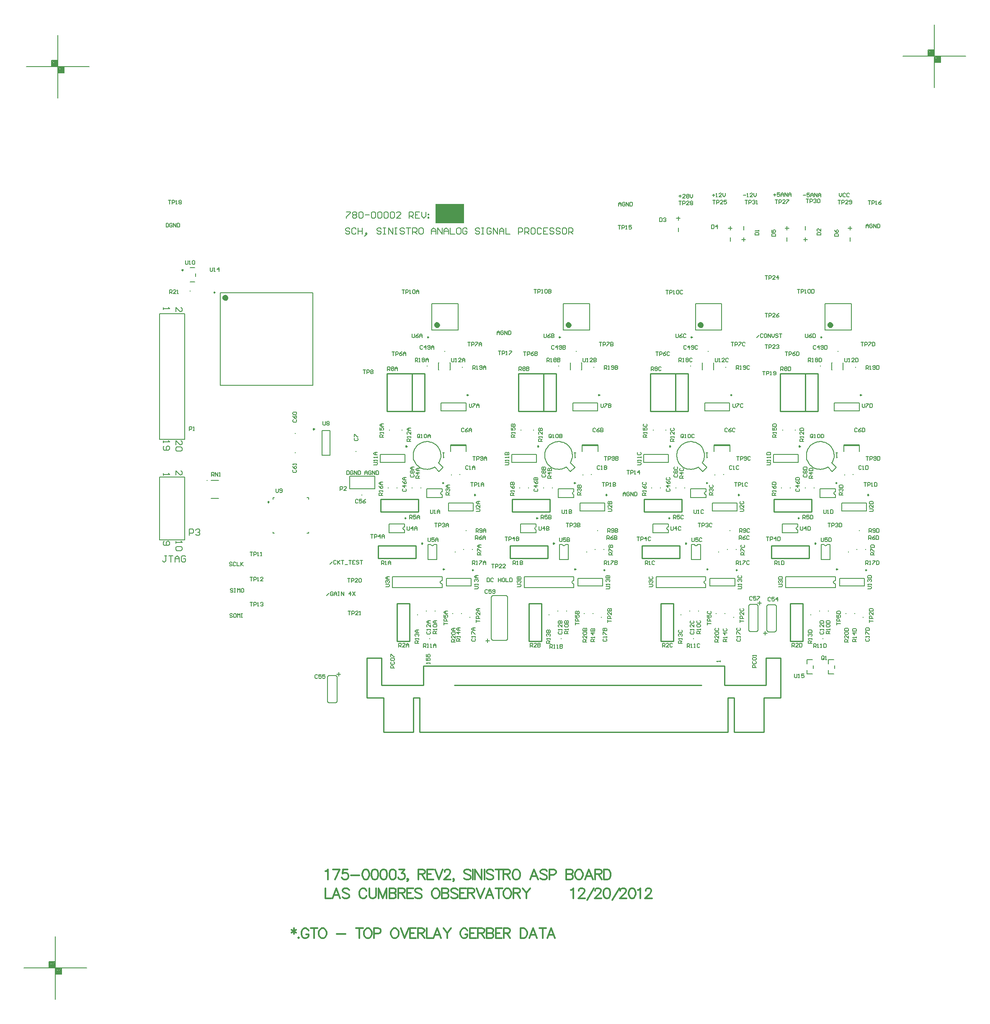
<source format=gto>
%FSLAX23Y23*%
%MOIN*%
G70*
G01*
G75*
G04 Layer_Color=65535*
%ADD10O,0.012X0.083*%
%ADD11O,0.083X0.012*%
%ADD12O,0.010X0.061*%
%ADD13O,0.061X0.010*%
%ADD14R,0.014X0.049*%
%ADD15R,0.024X0.087*%
%ADD16O,0.028X0.098*%
%ADD17R,0.036X0.028*%
%ADD18R,0.036X0.036*%
%ADD19R,0.050X0.050*%
%ADD20R,0.045X0.017*%
%ADD21R,0.031X0.060*%
%ADD22R,0.014X0.060*%
%ADD23R,0.030X0.100*%
%ADD24R,0.228X0.228*%
%ADD25O,0.008X0.033*%
%ADD26O,0.033X0.008*%
%ADD27O,0.098X0.028*%
%ADD28R,0.074X0.062*%
%ADD29R,0.016X0.061*%
%ADD30R,0.134X0.075*%
%ADD31R,0.048X0.078*%
%ADD32R,0.050X0.050*%
%ADD33R,0.062X0.074*%
%ADD34R,0.061X0.016*%
%ADD35R,0.100X0.100*%
%ADD36C,0.040*%
%ADD37C,0.010*%
%ADD38C,0.005*%
%ADD39C,0.025*%
%ADD40C,0.012*%
%ADD41R,1.181X0.787*%
%ADD42C,0.008*%
%ADD43C,0.012*%
%ADD44C,0.012*%
%ADD45C,0.060*%
%ADD46R,0.060X0.060*%
%ADD47R,0.060X0.060*%
%ADD48P,0.057X4X247.5*%
%ADD49C,0.026*%
%ADD50C,0.080*%
%ADD51C,0.020*%
%ADD52R,0.059X0.059*%
%ADD53C,0.059*%
%ADD54R,0.059X0.059*%
%ADD55C,0.024*%
%ADD56C,0.236*%
%ADD57C,0.050*%
%ADD58C,0.040*%
%ADD59C,0.100*%
%ADD60C,0.045*%
%ADD61C,0.033*%
%ADD62C,0.072*%
%ADD63C,0.030*%
%ADD64C,0.055*%
G04:AMPARAMS|DCode=65|XSize=95.433mil|YSize=95.433mil|CornerRadius=0mil|HoleSize=0mil|Usage=FLASHONLY|Rotation=0.000|XOffset=0mil|YOffset=0mil|HoleType=Round|Shape=Relief|Width=10mil|Gap=10mil|Entries=4|*
%AMTHD65*
7,0,0,0.095,0.075,0.010,45*
%
%ADD65THD65*%
G04:AMPARAMS|DCode=66|XSize=112mil|YSize=112mil|CornerRadius=0mil|HoleSize=0mil|Usage=FLASHONLY|Rotation=0.000|XOffset=0mil|YOffset=0mil|HoleType=Round|Shape=Relief|Width=10mil|Gap=10mil|Entries=4|*
%AMTHD66*
7,0,0,0.112,0.092,0.010,45*
%
%ADD66THD66*%
%ADD67C,0.138*%
G04:AMPARAMS|DCode=68|XSize=70mil|YSize=70mil|CornerRadius=0mil|HoleSize=0mil|Usage=FLASHONLY|Rotation=0.000|XOffset=0mil|YOffset=0mil|HoleType=Round|Shape=Relief|Width=10mil|Gap=10mil|Entries=4|*
%AMTHD68*
7,0,0,0.070,0.050,0.010,45*
%
%ADD68THD68*%
%ADD69C,0.030*%
G04:AMPARAMS|DCode=70|XSize=85mil|YSize=85mil|CornerRadius=0mil|HoleSize=0mil|Usage=FLASHONLY|Rotation=0.000|XOffset=0mil|YOffset=0mil|HoleType=Round|Shape=Relief|Width=10mil|Gap=10mil|Entries=4|*
%AMTHD70*
7,0,0,0.085,0.065,0.010,45*
%
%ADD70THD70*%
%ADD71R,0.044X0.096*%
%ADD72R,0.060X0.086*%
%ADD73R,0.075X0.063*%
%ADD74R,0.078X0.048*%
%ADD75R,0.086X0.060*%
%ADD76C,0.007*%
%ADD77R,1.181X0.787*%
%ADD78C,0.010*%
%ADD79C,0.024*%
%ADD80C,0.008*%
%ADD81C,0.004*%
%ADD82C,0.010*%
%ADD83C,0.006*%
%ADD84R,0.230X0.152*%
D37*
X11925Y12879D02*
X12025D01*
Y13179D01*
X11925D02*
X12025D01*
X11725D02*
X11925D01*
Y12879D02*
Y13179D01*
X11725Y12879D02*
X11925D01*
X11725D02*
Y13179D01*
X11658Y11811D02*
X11958D01*
Y11711D02*
Y11811D01*
X11658Y11711D02*
X11958D01*
X11658D02*
Y11811D01*
X12263Y10701D02*
X14231D01*
X12015D02*
Y10854D01*
X11684Y10701D02*
Y10917D01*
X11566Y10602D02*
Y10917D01*
X11987Y10327D02*
Y10602D01*
X11936Y10327D02*
Y10602D01*
X11700Y10327D02*
Y10602D01*
X11936D02*
X11987D01*
X11566Y10917D02*
X11684D01*
X11566Y10602D02*
X11700D01*
X12015Y10854D02*
X13259D01*
X11684Y10701D02*
X12015D01*
X11700Y10327D02*
X11936D01*
X11987D02*
X13259D01*
X13168D02*
X14440D01*
X14491D02*
X14727D01*
X14412Y10701D02*
X14743D01*
X13168Y10854D02*
X14412D01*
X14727Y10602D02*
X14861D01*
X14743Y10917D02*
X14861D01*
X14440Y10602D02*
X14491D01*
X14727Y10327D02*
Y10602D01*
X14491Y10327D02*
Y10602D01*
X14440Y10327D02*
Y10602D01*
X14861D02*
Y10917D01*
X14743Y10701D02*
Y10917D01*
X14412Y10701D02*
Y10854D01*
X15055Y12879D02*
X15155D01*
Y13179D01*
X15055D02*
X15155D01*
X14855D02*
X15055D01*
Y12879D02*
Y13179D01*
X14855Y12879D02*
X15055D01*
X14855D02*
Y13179D01*
X14024Y12879D02*
X14124D01*
Y13179D01*
X14024D02*
X14124D01*
X13824D02*
X14024D01*
Y12879D02*
Y13179D01*
X13824Y12879D02*
X14024D01*
X13824D02*
Y13179D01*
X12972Y12879D02*
X13072D01*
Y13179D01*
X12972D02*
X13072D01*
X12772D02*
X12972D01*
Y12879D02*
Y13179D01*
X12772Y12879D02*
X12972D01*
X12772D02*
Y13179D01*
X14805Y12179D02*
X15105D01*
Y12079D02*
Y12179D01*
X14805Y12079D02*
X15105D01*
X14805D02*
Y12179D01*
X13774D02*
X14074D01*
Y12079D02*
Y12179D01*
X13774Y12079D02*
X14074D01*
X13774D02*
Y12179D01*
X12722D02*
X13022D01*
Y12079D02*
Y12179D01*
X12722Y12079D02*
X13022D01*
X12722D02*
Y12179D01*
X11675D02*
X11975D01*
Y12079D02*
Y12179D01*
X11675Y12079D02*
X11975D01*
X11675D02*
Y12179D01*
X14938Y11051D02*
Y11351D01*
X15038D01*
Y11051D02*
Y11351D01*
X14938Y11051D02*
X15038D01*
X13907D02*
Y11351D01*
X14007D01*
Y11051D02*
Y11351D01*
X13907Y11051D02*
X14007D01*
X12855D02*
Y11351D01*
X12955D01*
Y11051D02*
Y11351D01*
X12855Y11051D02*
X12955D01*
X11808D02*
Y11351D01*
X11908D01*
Y11051D02*
Y11351D01*
X11808Y11051D02*
X11908D01*
X14788Y11811D02*
X15088D01*
Y11711D02*
Y11811D01*
X14788Y11711D02*
X15088D01*
X14788D02*
Y11811D01*
X13757D02*
X14057D01*
Y11711D02*
Y11811D01*
X13757Y11711D02*
X14057D01*
X13757D02*
Y11811D01*
X12705D02*
X13005D01*
Y11711D02*
Y11811D01*
X12705Y11711D02*
X13005D01*
X12705D02*
Y11811D01*
D38*
X11731Y13204D02*
Y13234D01*
X11745D01*
X11750Y13229D01*
Y13219D01*
X11745Y13214D01*
X11731D01*
X11741D02*
X11750Y13204D01*
X11760Y13229D02*
X11765Y13234D01*
X11775D01*
X11780Y13229D01*
Y13224D01*
X11775Y13219D01*
X11780Y13214D01*
Y13209D01*
X11775Y13204D01*
X11765D01*
X11760Y13209D01*
Y13214D01*
X11765Y13219D01*
X11760Y13224D01*
Y13229D01*
X11765Y13219D02*
X11775D01*
X11790Y13204D02*
Y13224D01*
X11800Y13234D01*
X11810Y13224D01*
Y13204D01*
Y13219D01*
X11790D01*
X11684Y11659D02*
Y11689D01*
X11698D01*
X11703Y11684D01*
Y11674D01*
X11698Y11669D01*
X11684D01*
X11694D02*
X11703Y11659D01*
X11713D02*
X11723D01*
X11718D01*
Y11689D01*
X11713Y11684D01*
X11738Y11659D02*
Y11679D01*
X11748Y11689D01*
X11758Y11679D01*
Y11659D01*
Y11674D01*
X11738D01*
X12975Y13496D02*
Y13471D01*
X12980Y13466D01*
X12990D01*
X12995Y13471D01*
Y13496D01*
X13025D02*
X13015Y13491D01*
X13005Y13481D01*
Y13471D01*
X13010Y13466D01*
X13020D01*
X13025Y13471D01*
Y13476D01*
X13020Y13481D01*
X13005D01*
X13035Y13496D02*
Y13466D01*
X13050D01*
X13055Y13471D01*
Y13476D01*
X13050Y13481D01*
X13035D01*
X13050D01*
X13055Y13486D01*
Y13491D01*
X13050Y13496D01*
X13035D01*
X10319Y14025D02*
Y14000D01*
X10324Y13995D01*
X10334D01*
X10339Y14000D01*
Y14025D01*
X10349Y13995D02*
X10359D01*
X10354D01*
Y14025D01*
X10349Y14020D01*
X10389Y13995D02*
Y14025D01*
X10374Y14010D01*
X10394D01*
X11988Y12674D02*
Y12693D01*
X11983Y12698D01*
X11974D01*
X11969Y12693D01*
Y12674D01*
X11974Y12669D01*
X11983D01*
X11979Y12679D02*
X11988Y12669D01*
X11983D02*
X11988Y12674D01*
X11998Y12669D02*
X12008D01*
X12003D01*
Y12698D01*
X11998Y12693D01*
X12023D02*
X12028Y12698D01*
X12038D01*
X12043Y12693D01*
Y12674D01*
X12038Y12669D01*
X12028D01*
X12023Y12674D01*
Y12693D01*
X12053Y12669D02*
Y12688D01*
X12063Y12698D01*
X12073Y12688D01*
Y12669D01*
Y12683D01*
X12053D01*
X12182Y12552D02*
X12169D01*
X12176D01*
Y12512D01*
X12182Y12518D01*
X12241Y13303D02*
Y13278D01*
X12246Y13273D01*
X12255D01*
X12260Y13278D01*
Y13303D01*
X12270Y13273D02*
X12280D01*
X12275D01*
Y13303D01*
X12270Y13298D01*
X12315Y13273D02*
X12295D01*
X12315Y13293D01*
Y13298D01*
X12310Y13303D01*
X12300D01*
X12295Y13298D01*
X12325Y13273D02*
Y13293D01*
X12335Y13303D01*
X12345Y13293D01*
Y13273D01*
Y13288D01*
X12325D01*
X11715Y11484D02*
X11740D01*
X11745Y11489D01*
Y11499D01*
X11740Y11504D01*
X11715D01*
X11720Y11514D02*
X11715Y11519D01*
Y11529D01*
X11720Y11534D01*
X11725D01*
X11730Y11529D01*
Y11524D01*
Y11529D01*
X11735Y11534D01*
X11740D01*
X11745Y11529D01*
Y11519D01*
X11740Y11514D01*
X11745Y11544D02*
X11725D01*
X11715Y11554D01*
X11725Y11564D01*
X11745D01*
X11730D01*
Y11544D01*
X11621Y12455D02*
X11646D01*
X11651Y12460D01*
Y12470D01*
X11646Y12475D01*
X11621D01*
X11651Y12485D02*
Y12495D01*
Y12490D01*
X11621D01*
X11626Y12485D01*
X11651Y12510D02*
Y12520D01*
Y12515D01*
X11621D01*
X11626Y12510D01*
X11651Y12535D02*
X11631D01*
X11621Y12545D01*
X11631Y12555D01*
X11651D01*
X11636D01*
Y12535D01*
X10122Y14080D02*
Y14055D01*
X10127Y14050D01*
X10137D01*
X10142Y14055D01*
Y14080D01*
X10152Y14050D02*
X10162D01*
X10157D01*
Y14080D01*
X10152Y14075D01*
X10177D02*
X10182Y14080D01*
X10192D01*
X10197Y14075D01*
Y14055D01*
X10192Y14050D01*
X10182D01*
X10177Y14055D01*
Y14075D01*
X15205Y10908D02*
Y10928D01*
X15200Y10933D01*
X15190D01*
X15185Y10928D01*
Y10908D01*
X15190Y10903D01*
X15200D01*
X15195Y10913D02*
X15205Y10903D01*
X15200D02*
X15205Y10908D01*
X15215Y10903D02*
X15225D01*
X15220D01*
Y10933D01*
X15215Y10928D01*
X15289Y14275D02*
X15319D01*
Y14290D01*
X15314Y14295D01*
X15294D01*
X15289Y14290D01*
Y14275D01*
Y14325D02*
X15294Y14315D01*
X15304Y14305D01*
X15314D01*
X15319Y14310D01*
Y14320D01*
X15314Y14325D01*
X15309D01*
X15304Y14320D01*
Y14305D01*
X10331Y12365D02*
Y12395D01*
X10346D01*
X10351Y12390D01*
Y12380D01*
X10346Y12375D01*
X10331D01*
X10341D02*
X10351Y12365D01*
X10361D02*
Y12395D01*
X10381Y12365D01*
Y12395D01*
X10391Y12365D02*
X10401D01*
X10396D01*
Y12395D01*
X10391Y12390D01*
X11786Y10836D02*
X11756D01*
Y10851D01*
X11761Y10856D01*
X11771D01*
X11776Y10851D01*
Y10836D01*
X11761Y10886D02*
X11756Y10881D01*
Y10871D01*
X11761Y10866D01*
X11781D01*
X11786Y10871D01*
Y10881D01*
X11781Y10886D01*
X11761Y10896D02*
X11756Y10901D01*
Y10911D01*
X11761Y10916D01*
X11781D01*
X11786Y10911D01*
Y10901D01*
X11781Y10896D01*
X11761D01*
X11756Y10926D02*
Y10946D01*
X11761D01*
X11781Y10926D01*
X11786D01*
X14666Y10841D02*
X14636D01*
Y10856D01*
X14641Y10861D01*
X14651D01*
X14656Y10856D01*
Y10841D01*
X14641Y10891D02*
X14636Y10886D01*
Y10876D01*
X14641Y10871D01*
X14661D01*
X14666Y10876D01*
Y10886D01*
X14661Y10891D01*
X14641Y10901D02*
X14636Y10906D01*
Y10916D01*
X14641Y10921D01*
X14661D01*
X14666Y10916D01*
Y10906D01*
X14661Y10901D01*
X14641D01*
X14666Y10931D02*
Y10941D01*
Y10936D01*
X14636D01*
X14641Y10931D01*
X12071Y10871D02*
Y10881D01*
Y10876D01*
X12041D01*
X12046Y10871D01*
X12041Y10916D02*
Y10896D01*
X12056D01*
X12051Y10906D01*
Y10911D01*
X12056Y10916D01*
X12066D01*
X12071Y10911D01*
Y10901D01*
X12066Y10896D01*
X12041Y10946D02*
Y10926D01*
X12056D01*
X12051Y10936D01*
Y10941D01*
X12056Y10946D01*
X12066D01*
X12071Y10941D01*
Y10931D01*
X12066Y10926D01*
X14381Y10886D02*
Y10896D01*
Y10891D01*
X14351D01*
X14356Y10886D01*
X10843Y12265D02*
Y12240D01*
X10848Y12235D01*
X10858D01*
X10863Y12240D01*
Y12265D01*
X10873Y12240D02*
X10878Y12235D01*
X10888D01*
X10893Y12240D01*
Y12260D01*
X10888Y12265D01*
X10878D01*
X10873Y12260D01*
Y12255D01*
X10878Y12250D01*
X10893D01*
X12394Y12313D02*
X12413D01*
X12404D01*
Y12283D01*
X12423D02*
Y12313D01*
X12438D01*
X12443Y12308D01*
Y12298D01*
X12438Y12293D01*
X12423D01*
X12453Y12283D02*
X12463D01*
X12458D01*
Y12313D01*
X12453Y12308D01*
X12478Y12283D02*
Y12303D01*
X12488Y12313D01*
X12498Y12303D01*
Y12283D01*
Y12298D01*
X12478D01*
X11217Y12800D02*
Y12775D01*
X11222Y12770D01*
X11232D01*
X11237Y12775D01*
Y12800D01*
X11247Y12795D02*
X11252Y12800D01*
X11262D01*
X11267Y12795D01*
Y12790D01*
X11262Y12785D01*
X11267Y12780D01*
Y12775D01*
X11262Y12770D01*
X11252D01*
X11247Y12775D01*
Y12780D01*
X11252Y12785D01*
X11247Y12790D01*
Y12795D01*
X11252Y12785D02*
X11262D01*
X12073Y12097D02*
Y12072D01*
X12078Y12067D01*
X12087D01*
X12092Y12072D01*
Y12097D01*
X12102Y12067D02*
X12112D01*
X12107D01*
Y12097D01*
X12102Y12092D01*
X12127Y12067D02*
Y12087D01*
X12137Y12097D01*
X12147Y12087D01*
Y12067D01*
Y12082D01*
X12127D01*
X10154Y12728D02*
Y12758D01*
X10169D01*
X10174Y12753D01*
Y12743D01*
X10169Y12738D01*
X10154D01*
X10184Y12728D02*
X10194D01*
X10189D01*
Y12758D01*
X10184Y12753D01*
X11354Y12251D02*
Y12281D01*
X11369D01*
X11374Y12276D01*
Y12266D01*
X11369Y12261D01*
X11354D01*
X11404Y12251D02*
X11384D01*
X11404Y12271D01*
Y12276D01*
X11399Y12281D01*
X11389D01*
X11384Y12276D01*
X12438Y12083D02*
X12463D01*
X12468Y12088D01*
Y12098D01*
X12463Y12103D01*
X12438D01*
X12468Y12133D02*
Y12113D01*
X12448Y12133D01*
X12443D01*
X12438Y12128D01*
Y12118D01*
X12443Y12113D01*
X12468Y12143D02*
X12448D01*
X12438Y12153D01*
X12448Y12163D01*
X12468D01*
X12453D01*
Y12143D01*
X12339Y12742D02*
X12334Y12747D01*
X12325D01*
X12320Y12742D01*
Y12722D01*
X12325Y12717D01*
X12334D01*
X12339Y12722D01*
X12369Y12747D02*
X12359Y12742D01*
X12349Y12732D01*
Y12722D01*
X12354Y12717D01*
X12364D01*
X12369Y12722D01*
Y12727D01*
X12364Y12732D01*
X12349D01*
X12379Y12717D02*
Y12737D01*
X12389Y12747D01*
X12399Y12737D01*
Y12717D01*
Y12732D01*
X12379D01*
X10980Y12415D02*
X10975Y12410D01*
Y12400D01*
X10980Y12395D01*
X11000D01*
X11005Y12400D01*
Y12410D01*
X11000Y12415D01*
X10975Y12445D02*
X10980Y12435D01*
X10990Y12425D01*
X11000D01*
X11005Y12430D01*
Y12440D01*
X11000Y12445D01*
X10995D01*
X10990Y12440D01*
Y12425D01*
X11005Y12455D02*
Y12465D01*
Y12460D01*
X10975D01*
X10980Y12455D01*
X10983Y12815D02*
X10978Y12810D01*
Y12800D01*
X10983Y12795D01*
X11003D01*
X11008Y12800D01*
Y12810D01*
X11003Y12815D01*
X10978Y12845D02*
X10983Y12835D01*
X10993Y12825D01*
X11003D01*
X11008Y12830D01*
Y12840D01*
X11003Y12845D01*
X10998D01*
X10993Y12840D01*
Y12825D01*
X10983Y12855D02*
X10978Y12860D01*
Y12870D01*
X10983Y12875D01*
X11003D01*
X11008Y12870D01*
Y12860D01*
X11003Y12855D01*
X10983D01*
X14970Y10789D02*
Y10764D01*
X14975Y10759D01*
X14985D01*
X14990Y10764D01*
Y10789D01*
X15000Y10759D02*
X15010D01*
X15005D01*
Y10789D01*
X15000Y10784D01*
X15045Y10789D02*
X15025D01*
Y10774D01*
X15035Y10779D01*
X15040D01*
X15045Y10774D01*
Y10764D01*
X15040Y10759D01*
X15030D01*
X15025Y10764D01*
X14634Y11402D02*
X14629Y11407D01*
X14619D01*
X14614Y11402D01*
Y11382D01*
X14619Y11377D01*
X14629D01*
X14634Y11382D01*
X14664Y11407D02*
X14644D01*
Y11392D01*
X14654Y11397D01*
X14659D01*
X14664Y11392D01*
Y11382D01*
X14659Y11377D01*
X14649D01*
X14644Y11382D01*
X14674Y11407D02*
X14694D01*
Y11402D01*
X14674Y11382D01*
Y11377D01*
X11174Y10780D02*
X11169Y10785D01*
X11159D01*
X11154Y10780D01*
Y10760D01*
X11159Y10755D01*
X11169D01*
X11174Y10760D01*
X11204Y10785D02*
X11184D01*
Y10770D01*
X11194Y10775D01*
X11199D01*
X11204Y10770D01*
Y10760D01*
X11199Y10755D01*
X11189D01*
X11184Y10760D01*
X11234Y10785D02*
X11214D01*
Y10770D01*
X11224Y10775D01*
X11229D01*
X11234Y10770D01*
Y10760D01*
X11229Y10755D01*
X11219D01*
X11214Y10760D01*
X9996Y13818D02*
Y13848D01*
X10011D01*
X10016Y13843D01*
Y13833D01*
X10011Y13828D01*
X9996D01*
X10006D02*
X10016Y13818D01*
X10046D02*
X10026D01*
X10046Y13838D01*
Y13843D01*
X10041Y13848D01*
X10031D01*
X10026Y13843D01*
X10056Y13818D02*
X10066D01*
X10061D01*
Y13848D01*
X10056Y13843D01*
X11496Y12174D02*
X11491Y12179D01*
X11481D01*
X11476Y12174D01*
Y12154D01*
X11481Y12149D01*
X11491D01*
X11496Y12154D01*
X11526Y12179D02*
X11506D01*
Y12164D01*
X11516Y12169D01*
X11521D01*
X11526Y12164D01*
Y12154D01*
X11521Y12149D01*
X11511D01*
X11506Y12154D01*
X11556Y12179D02*
X11546Y12174D01*
X11536Y12164D01*
Y12154D01*
X11541Y12149D01*
X11551D01*
X11556Y12154D01*
Y12159D01*
X11551Y12164D01*
X11536D01*
X15552Y11468D02*
X15577D01*
X15582Y11473D01*
Y11483D01*
X15577Y11488D01*
X15552D01*
X15582Y11498D02*
Y11508D01*
Y11503D01*
X15552D01*
X15557Y11498D01*
Y11523D02*
X15552Y11528D01*
Y11538D01*
X15557Y11543D01*
X15562D01*
X15567Y11538D01*
Y11533D01*
Y11538D01*
X15572Y11543D01*
X15577D01*
X15582Y11538D01*
Y11528D01*
X15577Y11523D01*
X15552Y11553D02*
X15582D01*
Y11568D01*
X15577Y11573D01*
X15557D01*
X15552Y11568D01*
Y11553D01*
X14521Y11468D02*
X14546D01*
X14551Y11473D01*
Y11483D01*
X14546Y11488D01*
X14521D01*
X14551Y11498D02*
Y11508D01*
Y11503D01*
X14521D01*
X14526Y11498D01*
Y11523D02*
X14521Y11528D01*
Y11538D01*
X14526Y11543D01*
X14531D01*
X14536Y11538D01*
Y11533D01*
Y11538D01*
X14541Y11543D01*
X14546D01*
X14551Y11538D01*
Y11528D01*
X14546Y11523D01*
X14526Y11573D02*
X14521Y11568D01*
Y11558D01*
X14526Y11553D01*
X14546D01*
X14551Y11558D01*
Y11568D01*
X14546Y11573D01*
X13470Y11468D02*
X13495D01*
X13500Y11473D01*
Y11483D01*
X13495Y11488D01*
X13470D01*
X13500Y11498D02*
Y11508D01*
Y11503D01*
X13470D01*
X13475Y11498D01*
Y11523D02*
X13470Y11528D01*
Y11538D01*
X13475Y11543D01*
X13480D01*
X13485Y11538D01*
Y11533D01*
Y11538D01*
X13490Y11543D01*
X13495D01*
X13500Y11538D01*
Y11528D01*
X13495Y11523D01*
X13470Y11553D02*
X13500D01*
Y11568D01*
X13495Y11573D01*
X13490D01*
X13485Y11568D01*
Y11553D01*
Y11568D01*
X13480Y11573D01*
X13475D01*
X13470Y11568D01*
Y11553D01*
X12423Y11468D02*
X12448D01*
X12453Y11473D01*
Y11483D01*
X12448Y11488D01*
X12423D01*
X12453Y11498D02*
Y11508D01*
Y11503D01*
X12423D01*
X12428Y11498D01*
Y11523D02*
X12423Y11528D01*
Y11538D01*
X12428Y11543D01*
X12433D01*
X12438Y11538D01*
Y11533D01*
Y11538D01*
X12443Y11543D01*
X12448D01*
X12453Y11538D01*
Y11528D01*
X12448Y11523D01*
X12453Y11553D02*
X12433D01*
X12423Y11563D01*
X12433Y11573D01*
X12453D01*
X12438D01*
Y11553D01*
X15370Y13303D02*
Y13278D01*
X15375Y13273D01*
X15385D01*
X15390Y13278D01*
Y13303D01*
X15400Y13273D02*
X15410D01*
X15405D01*
Y13303D01*
X15400Y13298D01*
X15445Y13273D02*
X15425D01*
X15445Y13293D01*
Y13298D01*
X15440Y13303D01*
X15430D01*
X15425Y13298D01*
X15455Y13303D02*
Y13273D01*
X15470D01*
X15475Y13278D01*
Y13298D01*
X15470Y13303D01*
X15455D01*
X14339D02*
Y13278D01*
X14344Y13273D01*
X14354D01*
X14359Y13278D01*
Y13303D01*
X14369Y13273D02*
X14379D01*
X14374D01*
Y13303D01*
X14369Y13298D01*
X14414Y13273D02*
X14394D01*
X14414Y13293D01*
Y13298D01*
X14409Y13303D01*
X14399D01*
X14394Y13298D01*
X14444D02*
X14439Y13303D01*
X14429D01*
X14424Y13298D01*
Y13278D01*
X14429Y13273D01*
X14439D01*
X14444Y13278D01*
X13288Y13303D02*
Y13278D01*
X13293Y13273D01*
X13303D01*
X13308Y13278D01*
Y13303D01*
X13318Y13273D02*
X13328D01*
X13323D01*
Y13303D01*
X13318Y13298D01*
X13363Y13273D02*
X13343D01*
X13363Y13293D01*
Y13298D01*
X13358Y13303D01*
X13348D01*
X13343Y13298D01*
X13373Y13303D02*
Y13273D01*
X13388D01*
X13393Y13278D01*
Y13283D01*
X13388Y13288D01*
X13373D01*
X13388D01*
X13393Y13293D01*
Y13298D01*
X13388Y13303D01*
X13373D01*
X14750Y12455D02*
X14775D01*
X14780Y12460D01*
Y12470D01*
X14775Y12475D01*
X14750D01*
X14780Y12485D02*
Y12495D01*
Y12490D01*
X14750D01*
X14755Y12485D01*
X14780Y12510D02*
Y12520D01*
Y12515D01*
X14750D01*
X14755Y12510D01*
X14750Y12535D02*
X14780D01*
Y12550D01*
X14775Y12555D01*
X14755D01*
X14750Y12550D01*
Y12535D01*
X13719Y12455D02*
X13744D01*
X13749Y12460D01*
Y12470D01*
X13744Y12475D01*
X13719D01*
X13749Y12485D02*
Y12495D01*
Y12490D01*
X13719D01*
X13724Y12485D01*
X13749Y12510D02*
Y12520D01*
Y12515D01*
X13719D01*
X13724Y12510D01*
Y12555D02*
X13719Y12550D01*
Y12540D01*
X13724Y12535D01*
X13744D01*
X13749Y12540D01*
Y12550D01*
X13744Y12555D01*
X12668Y12455D02*
X12693D01*
X12698Y12460D01*
Y12470D01*
X12693Y12475D01*
X12668D01*
X12698Y12485D02*
Y12495D01*
Y12490D01*
X12668D01*
X12673Y12485D01*
X12698Y12510D02*
Y12520D01*
Y12515D01*
X12668D01*
X12673Y12510D01*
X12668Y12535D02*
X12698D01*
Y12550D01*
X12693Y12555D01*
X12688D01*
X12683Y12550D01*
Y12535D01*
Y12550D01*
X12678Y12555D01*
X12673D01*
X12668Y12550D01*
Y12535D01*
X15511Y12942D02*
Y12917D01*
X15516Y12912D01*
X15526D01*
X15531Y12917D01*
Y12942D01*
X15541D02*
X15561D01*
Y12937D01*
X15541Y12917D01*
Y12912D01*
X15571Y12942D02*
Y12912D01*
X15586D01*
X15591Y12917D01*
Y12937D01*
X15586Y12942D01*
X15571D01*
X14480D02*
Y12917D01*
X14485Y12912D01*
X14495D01*
X14500Y12917D01*
Y12942D01*
X14510D02*
X14530D01*
Y12937D01*
X14510Y12917D01*
Y12912D01*
X14560Y12937D02*
X14555Y12942D01*
X14545D01*
X14540Y12937D01*
Y12917D01*
X14545Y12912D01*
X14555D01*
X14560Y12917D01*
X13429Y12942D02*
Y12917D01*
X13434Y12912D01*
X13444D01*
X13449Y12917D01*
Y12942D01*
X13459D02*
X13479D01*
Y12937D01*
X13459Y12917D01*
Y12912D01*
X13489Y12942D02*
Y12912D01*
X13504D01*
X13509Y12917D01*
Y12922D01*
X13504Y12927D01*
X13489D01*
X13504D01*
X13509Y12932D01*
Y12937D01*
X13504Y12942D01*
X13489D01*
X12382D02*
Y12917D01*
X12387Y12912D01*
X12396D01*
X12401Y12917D01*
Y12942D01*
X12411D02*
X12431D01*
Y12937D01*
X12411Y12917D01*
Y12912D01*
X12441D02*
Y12932D01*
X12451Y12942D01*
X12461Y12932D01*
Y12912D01*
Y12927D01*
X12441D01*
X15057Y13496D02*
Y13471D01*
X15062Y13466D01*
X15072D01*
X15077Y13471D01*
Y13496D01*
X15107D02*
X15097Y13491D01*
X15087Y13481D01*
Y13471D01*
X15092Y13466D01*
X15102D01*
X15107Y13471D01*
Y13476D01*
X15102Y13481D01*
X15087D01*
X15117Y13496D02*
Y13466D01*
X15132D01*
X15137Y13471D01*
Y13491D01*
X15132Y13496D01*
X15117D01*
X14026D02*
Y13471D01*
X14031Y13466D01*
X14041D01*
X14046Y13471D01*
Y13496D01*
X14076D02*
X14066Y13491D01*
X14056Y13481D01*
Y13471D01*
X14061Y13466D01*
X14071D01*
X14076Y13471D01*
Y13476D01*
X14071Y13481D01*
X14056D01*
X14106Y13491D02*
X14101Y13496D01*
X14091D01*
X14086Y13491D01*
Y13471D01*
X14091Y13466D01*
X14101D01*
X14106Y13471D01*
X11928Y13496D02*
Y13471D01*
X11933Y13466D01*
X11942D01*
X11947Y13471D01*
Y13496D01*
X11977D02*
X11967Y13491D01*
X11957Y13481D01*
Y13471D01*
X11962Y13466D01*
X11972D01*
X11977Y13471D01*
Y13476D01*
X11972Y13481D01*
X11957D01*
X11987Y13466D02*
Y13486D01*
X11997Y13496D01*
X12007Y13486D01*
Y13466D01*
Y13481D01*
X11987D01*
X15183Y11873D02*
Y11848D01*
X15188Y11843D01*
X15198D01*
X15203Y11848D01*
Y11873D01*
X15233D02*
X15213D01*
Y11858D01*
X15223Y11863D01*
X15228D01*
X15233Y11858D01*
Y11848D01*
X15228Y11843D01*
X15218D01*
X15213Y11848D01*
X15243Y11873D02*
Y11843D01*
X15258D01*
X15263Y11848D01*
Y11868D01*
X15258Y11873D01*
X15243D01*
X14152D02*
Y11848D01*
X14157Y11843D01*
X14167D01*
X14172Y11848D01*
Y11873D01*
X14202D02*
X14182D01*
Y11858D01*
X14192Y11863D01*
X14197D01*
X14202Y11858D01*
Y11848D01*
X14197Y11843D01*
X14187D01*
X14182Y11848D01*
X14232Y11868D02*
X14227Y11873D01*
X14217D01*
X14212Y11868D01*
Y11848D01*
X14217Y11843D01*
X14227D01*
X14232Y11848D01*
X13101Y11873D02*
Y11848D01*
X13106Y11843D01*
X13116D01*
X13121Y11848D01*
Y11873D01*
X13151D02*
X13131D01*
Y11858D01*
X13141Y11863D01*
X13146D01*
X13151Y11858D01*
Y11848D01*
X13146Y11843D01*
X13136D01*
X13131Y11848D01*
X13161Y11873D02*
Y11843D01*
X13176D01*
X13181Y11848D01*
Y11853D01*
X13176Y11858D01*
X13161D01*
X13176D01*
X13181Y11863D01*
Y11868D01*
X13176Y11873D01*
X13161D01*
X12054D02*
Y11848D01*
X12059Y11843D01*
X12068D01*
X12073Y11848D01*
Y11873D01*
X12103D02*
X12083D01*
Y11858D01*
X12093Y11863D01*
X12098D01*
X12103Y11858D01*
Y11848D01*
X12098Y11843D01*
X12088D01*
X12083Y11848D01*
X12113Y11843D02*
Y11863D01*
X12123Y11873D01*
X12133Y11863D01*
Y11843D01*
Y11858D01*
X12113D01*
X15017Y11963D02*
Y11938D01*
X15022Y11933D01*
X15032D01*
X15037Y11938D01*
Y11963D01*
X15062Y11933D02*
Y11963D01*
X15047Y11948D01*
X15067D01*
X15077Y11963D02*
Y11933D01*
X15092D01*
X15097Y11938D01*
Y11958D01*
X15092Y11963D01*
X15077D01*
X13986D02*
Y11938D01*
X13991Y11933D01*
X14001D01*
X14006Y11938D01*
Y11963D01*
X14031Y11933D02*
Y11963D01*
X14016Y11948D01*
X14036D01*
X14066Y11958D02*
X14061Y11963D01*
X14051D01*
X14046Y11958D01*
Y11938D01*
X14051Y11933D01*
X14061D01*
X14066Y11938D01*
X12935Y11963D02*
Y11938D01*
X12940Y11933D01*
X12950D01*
X12955Y11938D01*
Y11963D01*
X12980Y11933D02*
Y11963D01*
X12965Y11948D01*
X12985D01*
X12995Y11963D02*
Y11933D01*
X13010D01*
X13015Y11938D01*
Y11943D01*
X13010Y11948D01*
X12995D01*
X13010D01*
X13015Y11953D01*
Y11958D01*
X13010Y11963D01*
X12995D01*
X11888D02*
Y11938D01*
X11893Y11933D01*
X11902D01*
X11907Y11938D01*
Y11963D01*
X11932Y11933D02*
Y11963D01*
X11917Y11948D01*
X11937D01*
X11947Y11933D02*
Y11953D01*
X11957Y11963D01*
X11967Y11953D01*
Y11933D01*
Y11948D01*
X11947D01*
X14844Y11484D02*
X14869D01*
X14874Y11489D01*
Y11499D01*
X14869Y11504D01*
X14844D01*
X14849Y11514D02*
X14844Y11519D01*
Y11529D01*
X14849Y11534D01*
X14854D01*
X14859Y11529D01*
Y11524D01*
Y11529D01*
X14864Y11534D01*
X14869D01*
X14874Y11529D01*
Y11519D01*
X14869Y11514D01*
X14844Y11544D02*
X14874D01*
Y11559D01*
X14869Y11564D01*
X14849D01*
X14844Y11559D01*
Y11544D01*
X13813Y11484D02*
X13838D01*
X13843Y11489D01*
Y11499D01*
X13838Y11504D01*
X13813D01*
X13818Y11514D02*
X13813Y11519D01*
Y11529D01*
X13818Y11534D01*
X13823D01*
X13828Y11529D01*
Y11524D01*
Y11529D01*
X13833Y11534D01*
X13838D01*
X13843Y11529D01*
Y11519D01*
X13838Y11514D01*
X13818Y11564D02*
X13813Y11559D01*
Y11549D01*
X13818Y11544D01*
X13838D01*
X13843Y11549D01*
Y11559D01*
X13838Y11564D01*
X12762Y11484D02*
X12787D01*
X12792Y11489D01*
Y11499D01*
X12787Y11504D01*
X12762D01*
X12767Y11514D02*
X12762Y11519D01*
Y11529D01*
X12767Y11534D01*
X12772D01*
X12777Y11529D01*
Y11524D01*
Y11529D01*
X12782Y11534D01*
X12787D01*
X12792Y11529D01*
Y11519D01*
X12787Y11514D01*
X12762Y11544D02*
X12792D01*
Y11559D01*
X12787Y11564D01*
X12782D01*
X12777Y11559D01*
Y11544D01*
Y11559D01*
X12772Y11564D01*
X12767D01*
X12762Y11559D01*
Y11544D01*
X15567Y12083D02*
X15592D01*
X15597Y12088D01*
Y12098D01*
X15592Y12103D01*
X15567D01*
X15597Y12133D02*
Y12113D01*
X15577Y12133D01*
X15572D01*
X15567Y12128D01*
Y12118D01*
X15572Y12113D01*
X15567Y12143D02*
X15597D01*
Y12158D01*
X15592Y12163D01*
X15572D01*
X15567Y12158D01*
Y12143D01*
X14536Y12083D02*
X14561D01*
X14566Y12088D01*
Y12098D01*
X14561Y12103D01*
X14536D01*
X14566Y12133D02*
Y12113D01*
X14546Y12133D01*
X14541D01*
X14536Y12128D01*
Y12118D01*
X14541Y12113D01*
Y12163D02*
X14536Y12158D01*
Y12148D01*
X14541Y12143D01*
X14561D01*
X14566Y12148D01*
Y12158D01*
X14561Y12163D01*
X13485Y12083D02*
X13510D01*
X13515Y12088D01*
Y12098D01*
X13510Y12103D01*
X13485D01*
X13515Y12133D02*
Y12113D01*
X13495Y12133D01*
X13490D01*
X13485Y12128D01*
Y12118D01*
X13490Y12113D01*
X13485Y12143D02*
X13515D01*
Y12158D01*
X13510Y12163D01*
X13505D01*
X13500Y12158D01*
Y12143D01*
Y12158D01*
X13495Y12163D01*
X13490D01*
X13485Y12158D01*
Y12143D01*
X15202Y12097D02*
Y12072D01*
X15207Y12067D01*
X15217D01*
X15222Y12072D01*
Y12097D01*
X15232Y12067D02*
X15242D01*
X15237D01*
Y12097D01*
X15232Y12092D01*
X15257Y12097D02*
Y12067D01*
X15272D01*
X15277Y12072D01*
Y12092D01*
X15272Y12097D01*
X15257D01*
X14171D02*
Y12072D01*
X14176Y12067D01*
X14186D01*
X14191Y12072D01*
Y12097D01*
X14201Y12067D02*
X14211D01*
X14206D01*
Y12097D01*
X14201Y12092D01*
X14246D02*
X14241Y12097D01*
X14231D01*
X14226Y12092D01*
Y12072D01*
X14231Y12067D01*
X14241D01*
X14246Y12072D01*
X13120Y12097D02*
Y12072D01*
X13125Y12067D01*
X13135D01*
X13140Y12072D01*
Y12097D01*
X13150Y12067D02*
X13160D01*
X13155D01*
Y12097D01*
X13150Y12092D01*
X13175Y12097D02*
Y12067D01*
X13190D01*
X13195Y12072D01*
Y12077D01*
X13190Y12082D01*
X13175D01*
X13190D01*
X13195Y12087D01*
Y12092D01*
X13190Y12097D01*
X13175D01*
X14575Y14561D02*
X14595D01*
X14585D01*
Y14531D01*
X14605D02*
Y14561D01*
X14620D01*
X14625Y14556D01*
Y14546D01*
X14620Y14541D01*
X14605D01*
X14635Y14556D02*
X14640Y14561D01*
X14650D01*
X14655Y14556D01*
Y14551D01*
X14650Y14546D01*
X14645D01*
X14650D01*
X14655Y14541D01*
Y14536D01*
X14650Y14531D01*
X14640D01*
X14635Y14536D01*
X14665Y14531D02*
X14675D01*
X14670D01*
Y14561D01*
X14665Y14556D01*
X15063Y14569D02*
X15083D01*
X15073D01*
Y14539D01*
X15093D02*
Y14569D01*
X15108D01*
X15113Y14564D01*
Y14554D01*
X15108Y14549D01*
X15093D01*
X15123Y14564D02*
X15128Y14569D01*
X15138D01*
X15143Y14564D01*
Y14559D01*
X15138Y14554D01*
X15133D01*
X15138D01*
X15143Y14549D01*
Y14544D01*
X15138Y14539D01*
X15128D01*
X15123Y14544D01*
X15153Y14564D02*
X15158Y14569D01*
X15168D01*
X15173Y14564D01*
Y14544D01*
X15168Y14539D01*
X15158D01*
X15153Y14544D01*
Y14564D01*
X15315Y14561D02*
X15335D01*
X15325D01*
Y14531D01*
X15345D02*
Y14561D01*
X15360D01*
X15365Y14556D01*
Y14546D01*
X15360Y14541D01*
X15345D01*
X15395Y14531D02*
X15375D01*
X15395Y14551D01*
Y14556D01*
X15390Y14561D01*
X15380D01*
X15375Y14556D01*
X15405Y14536D02*
X15410Y14531D01*
X15420D01*
X15425Y14536D01*
Y14556D01*
X15420Y14561D01*
X15410D01*
X15405Y14556D01*
Y14551D01*
X15410Y14546D01*
X15425D01*
X14051Y14553D02*
X14071D01*
X14061D01*
Y14523D01*
X14081D02*
Y14553D01*
X14096D01*
X14101Y14548D01*
Y14538D01*
X14096Y14533D01*
X14081D01*
X14131Y14523D02*
X14111D01*
X14131Y14543D01*
Y14548D01*
X14126Y14553D01*
X14116D01*
X14111Y14548D01*
X14141D02*
X14146Y14553D01*
X14156D01*
X14161Y14548D01*
Y14543D01*
X14156Y14538D01*
X14161Y14533D01*
Y14528D01*
X14156Y14523D01*
X14146D01*
X14141Y14528D01*
Y14533D01*
X14146Y14538D01*
X14141Y14543D01*
Y14548D01*
X14146Y14538D02*
X14156D01*
X14815Y14565D02*
X14835D01*
X14825D01*
Y14535D01*
X14845D02*
Y14565D01*
X14860D01*
X14865Y14560D01*
Y14550D01*
X14860Y14545D01*
X14845D01*
X14895Y14535D02*
X14875D01*
X14895Y14555D01*
Y14560D01*
X14890Y14565D01*
X14880D01*
X14875Y14560D01*
X14905Y14565D02*
X14925D01*
Y14560D01*
X14905Y14540D01*
Y14535D01*
X14735Y13659D02*
X14755D01*
X14745D01*
Y13629D01*
X14765D02*
Y13659D01*
X14780D01*
X14785Y13654D01*
Y13644D01*
X14780Y13639D01*
X14765D01*
X14815Y13629D02*
X14795D01*
X14815Y13649D01*
Y13654D01*
X14810Y13659D01*
X14800D01*
X14795Y13654D01*
X14845Y13659D02*
X14835Y13654D01*
X14825Y13644D01*
Y13634D01*
X14830Y13629D01*
X14840D01*
X14845Y13634D01*
Y13639D01*
X14840Y13644D01*
X14825D01*
X14319Y14561D02*
X14339D01*
X14329D01*
Y14531D01*
X14349D02*
Y14561D01*
X14364D01*
X14369Y14556D01*
Y14546D01*
X14364Y14541D01*
X14349D01*
X14399Y14531D02*
X14379D01*
X14399Y14551D01*
Y14556D01*
X14394Y14561D01*
X14384D01*
X14379Y14556D01*
X14429Y14561D02*
X14409D01*
Y14546D01*
X14419Y14551D01*
X14424D01*
X14429Y14546D01*
Y14536D01*
X14424Y14531D01*
X14414D01*
X14409Y14536D01*
X14735Y13959D02*
X14755D01*
X14745D01*
Y13929D01*
X14765D02*
Y13959D01*
X14780D01*
X14785Y13954D01*
Y13944D01*
X14780Y13939D01*
X14765D01*
X14815Y13929D02*
X14795D01*
X14815Y13949D01*
Y13954D01*
X14810Y13959D01*
X14800D01*
X14795Y13954D01*
X14840Y13929D02*
Y13959D01*
X14825Y13944D01*
X14845D01*
X14735Y13409D02*
X14755D01*
X14745D01*
Y13379D01*
X14765D02*
Y13409D01*
X14780D01*
X14785Y13404D01*
Y13394D01*
X14780Y13389D01*
X14765D01*
X14815Y13379D02*
X14795D01*
X14815Y13399D01*
Y13404D01*
X14810Y13409D01*
X14800D01*
X14795Y13404D01*
X14825D02*
X14830Y13409D01*
X14840D01*
X14845Y13404D01*
Y13399D01*
X14840Y13394D01*
X14835D01*
X14840D01*
X14845Y13389D01*
Y13384D01*
X14840Y13379D01*
X14830D01*
X14825Y13384D01*
X12559Y11663D02*
X12579D01*
X12569D01*
Y11633D01*
X12589D02*
Y11663D01*
X12604D01*
X12609Y11658D01*
Y11648D01*
X12604Y11643D01*
X12589D01*
X12639Y11633D02*
X12619D01*
X12639Y11653D01*
Y11658D01*
X12634Y11663D01*
X12624D01*
X12619Y11658D01*
X12669Y11633D02*
X12649D01*
X12669Y11653D01*
Y11658D01*
X12664Y11663D01*
X12654D01*
X12649Y11658D01*
X11417Y11289D02*
X11437D01*
X11427D01*
Y11259D01*
X11447D02*
Y11289D01*
X11462D01*
X11467Y11284D01*
Y11274D01*
X11462Y11269D01*
X11447D01*
X11497Y11259D02*
X11477D01*
X11497Y11279D01*
Y11284D01*
X11492Y11289D01*
X11482D01*
X11477Y11284D01*
X11507Y11259D02*
X11517D01*
X11512D01*
Y11289D01*
X11507Y11284D01*
X11413Y11549D02*
X11433D01*
X11423D01*
Y11519D01*
X11443D02*
Y11549D01*
X11458D01*
X11463Y11544D01*
Y11534D01*
X11458Y11529D01*
X11443D01*
X11493Y11519D02*
X11473D01*
X11493Y11539D01*
Y11544D01*
X11488Y11549D01*
X11478D01*
X11473Y11544D01*
X11503D02*
X11508Y11549D01*
X11518D01*
X11523Y11544D01*
Y11524D01*
X11518Y11519D01*
X11508D01*
X11503Y11524D01*
Y11544D01*
X14717Y13198D02*
X14737D01*
X14727D01*
Y13169D01*
X14747D02*
Y13198D01*
X14762D01*
X14767Y13193D01*
Y13183D01*
X14762Y13179D01*
X14747D01*
X14777Y13169D02*
X14787D01*
X14782D01*
Y13198D01*
X14777Y13193D01*
X14802Y13174D02*
X14807Y13169D01*
X14817D01*
X14822Y13174D01*
Y13193D01*
X14817Y13198D01*
X14807D01*
X14802Y13193D01*
Y13188D01*
X14807Y13183D01*
X14822D01*
X9985Y14559D02*
X10005D01*
X9995D01*
Y14529D01*
X10015D02*
Y14559D01*
X10030D01*
X10035Y14554D01*
Y14544D01*
X10030Y14539D01*
X10015D01*
X10045Y14529D02*
X10055D01*
X10050D01*
Y14559D01*
X10045Y14554D01*
X10070D02*
X10075Y14559D01*
X10085D01*
X10090Y14554D01*
Y14549D01*
X10085Y14544D01*
X10090Y14539D01*
Y14534D01*
X10085Y14529D01*
X10075D01*
X10070Y14534D01*
Y14539D01*
X10075Y14544D01*
X10070Y14549D01*
Y14554D01*
X10075Y14544D02*
X10085D01*
X12614Y13360D02*
X12634D01*
X12624D01*
Y13330D01*
X12644D02*
Y13360D01*
X12659D01*
X12664Y13355D01*
Y13345D01*
X12659Y13340D01*
X12644D01*
X12674Y13330D02*
X12684D01*
X12679D01*
Y13360D01*
X12674Y13355D01*
X12699Y13360D02*
X12719D01*
Y13355D01*
X12699Y13335D01*
Y13330D01*
X15555Y14557D02*
X15575D01*
X15565D01*
Y14527D01*
X15585D02*
Y14557D01*
X15600D01*
X15605Y14552D01*
Y14542D01*
X15600Y14537D01*
X15585D01*
X15615Y14527D02*
X15625D01*
X15620D01*
Y14557D01*
X15615Y14552D01*
X15660Y14557D02*
X15650Y14552D01*
X15640Y14542D01*
Y14532D01*
X15645Y14527D01*
X15655D01*
X15660Y14532D01*
Y14537D01*
X15655Y14542D01*
X15640D01*
X13567Y14360D02*
X13587D01*
X13577D01*
Y14330D01*
X13597D02*
Y14360D01*
X13612D01*
X13617Y14355D01*
Y14345D01*
X13612Y14340D01*
X13597D01*
X13627Y14330D02*
X13637D01*
X13632D01*
Y14360D01*
X13627Y14355D01*
X13672Y14360D02*
X13652D01*
Y14345D01*
X13662Y14350D01*
X13667D01*
X13672Y14345D01*
Y14335D01*
X13667Y14330D01*
X13657D01*
X13652Y14335D01*
X13635Y12409D02*
X13655D01*
X13645D01*
Y12379D01*
X13665D02*
Y12409D01*
X13680D01*
X13685Y12404D01*
Y12394D01*
X13680Y12389D01*
X13665D01*
X13695Y12379D02*
X13705D01*
X13700D01*
Y12409D01*
X13695Y12404D01*
X13735Y12379D02*
Y12409D01*
X13720Y12394D01*
X13740D01*
X10635Y11359D02*
X10655D01*
X10645D01*
Y11329D01*
X10665D02*
Y11359D01*
X10680D01*
X10685Y11354D01*
Y11344D01*
X10680Y11339D01*
X10665D01*
X10695Y11329D02*
X10705D01*
X10700D01*
Y11359D01*
X10695Y11354D01*
X10720D02*
X10725Y11359D01*
X10735D01*
X10740Y11354D01*
Y11349D01*
X10735Y11344D01*
X10730D01*
X10735D01*
X10740Y11339D01*
Y11334D01*
X10735Y11329D01*
X10725D01*
X10720Y11334D01*
X10635Y11559D02*
X10655D01*
X10645D01*
Y11529D01*
X10665D02*
Y11559D01*
X10680D01*
X10685Y11554D01*
Y11544D01*
X10680Y11539D01*
X10665D01*
X10695Y11529D02*
X10705D01*
X10700D01*
Y11559D01*
X10695Y11554D01*
X10740Y11529D02*
X10720D01*
X10740Y11549D01*
Y11554D01*
X10735Y11559D01*
X10725D01*
X10720Y11554D01*
X10635Y11759D02*
X10655D01*
X10645D01*
Y11729D01*
X10665D02*
Y11759D01*
X10680D01*
X10685Y11754D01*
Y11744D01*
X10680Y11739D01*
X10665D01*
X10695Y11729D02*
X10705D01*
X10700D01*
Y11759D01*
X10695Y11754D01*
X10720Y11729D02*
X10730D01*
X10725D01*
Y11759D01*
X10720Y11754D01*
X14992Y13852D02*
X15012D01*
X15002D01*
Y13822D01*
X15022D02*
Y13852D01*
X15037D01*
X15042Y13847D01*
Y13837D01*
X15037Y13832D01*
X15022D01*
X15052Y13822D02*
X15062D01*
X15057D01*
Y13852D01*
X15052Y13847D01*
X15077D02*
X15082Y13852D01*
X15092D01*
X15097Y13847D01*
Y13827D01*
X15092Y13822D01*
X15082D01*
X15077Y13827D01*
Y13847D01*
X15107Y13852D02*
Y13822D01*
X15122D01*
X15127Y13827D01*
Y13847D01*
X15122Y13852D01*
X15107D01*
X13945Y13844D02*
X13965D01*
X13955D01*
Y13814D01*
X13975D02*
Y13844D01*
X13990D01*
X13995Y13839D01*
Y13829D01*
X13990Y13824D01*
X13975D01*
X14005Y13814D02*
X14015D01*
X14010D01*
Y13844D01*
X14005Y13839D01*
X14030D02*
X14035Y13844D01*
X14045D01*
X14050Y13839D01*
Y13819D01*
X14045Y13814D01*
X14035D01*
X14030Y13819D01*
Y13839D01*
X14080D02*
X14075Y13844D01*
X14065D01*
X14060Y13839D01*
Y13819D01*
X14065Y13814D01*
X14075D01*
X14080Y13819D01*
X12898Y13852D02*
X12918D01*
X12908D01*
Y13822D01*
X12928D02*
Y13852D01*
X12943D01*
X12948Y13847D01*
Y13837D01*
X12943Y13832D01*
X12928D01*
X12958Y13822D02*
X12968D01*
X12963D01*
Y13852D01*
X12958Y13847D01*
X12983D02*
X12988Y13852D01*
X12998D01*
X13003Y13847D01*
Y13827D01*
X12998Y13822D01*
X12988D01*
X12983Y13827D01*
Y13847D01*
X13013Y13852D02*
Y13822D01*
X13028D01*
X13033Y13827D01*
Y13832D01*
X13028Y13837D01*
X13013D01*
X13028D01*
X13033Y13842D01*
Y13847D01*
X13028Y13852D01*
X13013D01*
X11846Y13848D02*
X11866D01*
X11856D01*
Y13818D01*
X11876D02*
Y13848D01*
X11891D01*
X11896Y13843D01*
Y13833D01*
X11891Y13828D01*
X11876D01*
X11906Y13818D02*
X11916D01*
X11911D01*
Y13848D01*
X11906Y13843D01*
X11931D02*
X11936Y13848D01*
X11946D01*
X11951Y13843D01*
Y13823D01*
X11946Y13818D01*
X11936D01*
X11931Y13823D01*
Y13843D01*
X11961Y13818D02*
Y13838D01*
X11971Y13848D01*
X11981Y13838D01*
Y13818D01*
Y13833D01*
X11961D01*
X15540Y12521D02*
X15560D01*
X15550D01*
Y12491D01*
X15570D02*
Y12521D01*
X15585D01*
X15590Y12516D01*
Y12506D01*
X15585Y12501D01*
X15570D01*
X15600Y12496D02*
X15605Y12491D01*
X15615D01*
X15620Y12496D01*
Y12516D01*
X15615Y12521D01*
X15605D01*
X15600Y12516D01*
Y12511D01*
X15605Y12506D01*
X15620D01*
X15630Y12521D02*
Y12491D01*
X15645D01*
X15650Y12496D01*
Y12516D01*
X15645Y12521D01*
X15630D01*
X14509D02*
X14529D01*
X14519D01*
Y12491D01*
X14539D02*
Y12521D01*
X14554D01*
X14559Y12516D01*
Y12506D01*
X14554Y12501D01*
X14539D01*
X14569Y12496D02*
X14574Y12491D01*
X14584D01*
X14589Y12496D01*
Y12516D01*
X14584Y12521D01*
X14574D01*
X14569Y12516D01*
Y12511D01*
X14574Y12506D01*
X14589D01*
X14619Y12516D02*
X14614Y12521D01*
X14604D01*
X14599Y12516D01*
Y12496D01*
X14604Y12491D01*
X14614D01*
X14619Y12496D01*
X13458Y12521D02*
X13478D01*
X13468D01*
Y12491D01*
X13488D02*
Y12521D01*
X13503D01*
X13508Y12516D01*
Y12506D01*
X13503Y12501D01*
X13488D01*
X13518Y12496D02*
X13523Y12491D01*
X13533D01*
X13538Y12496D01*
Y12516D01*
X13533Y12521D01*
X13523D01*
X13518Y12516D01*
Y12511D01*
X13523Y12506D01*
X13538D01*
X13548Y12521D02*
Y12491D01*
X13563D01*
X13568Y12496D01*
Y12501D01*
X13563Y12506D01*
X13548D01*
X13563D01*
X13568Y12511D01*
Y12516D01*
X13563Y12521D01*
X13548D01*
X12411D02*
X12430D01*
X12421D01*
Y12491D01*
X12440D02*
Y12521D01*
X12455D01*
X12460Y12516D01*
Y12506D01*
X12455Y12501D01*
X12440D01*
X12470Y12496D02*
X12475Y12491D01*
X12485D01*
X12490Y12496D01*
Y12516D01*
X12485Y12521D01*
X12475D01*
X12470Y12516D01*
Y12511D01*
X12475Y12506D01*
X12490D01*
X12500Y12491D02*
Y12511D01*
X12510Y12521D01*
X12520Y12511D01*
Y12491D01*
Y12506D01*
X12500D01*
X11535Y13209D02*
X11555D01*
X11545D01*
Y13179D01*
X11565D02*
Y13209D01*
X11580D01*
X11585Y13204D01*
Y13194D01*
X11580Y13189D01*
X11565D01*
X11595Y13204D02*
X11600Y13209D01*
X11610D01*
X11615Y13204D01*
Y13199D01*
X11610Y13194D01*
X11615Y13189D01*
Y13184D01*
X11610Y13179D01*
X11600D01*
X11595Y13184D01*
Y13189D01*
X11600Y13194D01*
X11595Y13199D01*
Y13204D01*
X11600Y13194D02*
X11610D01*
X15499Y13430D02*
X15519D01*
X15509D01*
Y13400D01*
X15529D02*
Y13430D01*
X15544D01*
X15549Y13425D01*
Y13415D01*
X15544Y13410D01*
X15529D01*
X15559Y13430D02*
X15579D01*
Y13425D01*
X15559Y13405D01*
Y13400D01*
X15589Y13430D02*
Y13400D01*
X15604D01*
X15609Y13405D01*
Y13425D01*
X15604Y13430D01*
X15589D01*
X14468D02*
X14488D01*
X14478D01*
Y13400D01*
X14498D02*
Y13430D01*
X14513D01*
X14518Y13425D01*
Y13415D01*
X14513Y13410D01*
X14498D01*
X14528Y13430D02*
X14548D01*
Y13425D01*
X14528Y13405D01*
Y13400D01*
X14578Y13425D02*
X14573Y13430D01*
X14563D01*
X14558Y13425D01*
Y13405D01*
X14563Y13400D01*
X14573D01*
X14578Y13405D01*
X13417Y13430D02*
X13437D01*
X13427D01*
Y13400D01*
X13447D02*
Y13430D01*
X13462D01*
X13467Y13425D01*
Y13415D01*
X13462Y13410D01*
X13447D01*
X13477Y13430D02*
X13497D01*
Y13425D01*
X13477Y13405D01*
Y13400D01*
X13507Y13430D02*
Y13400D01*
X13522D01*
X13527Y13405D01*
Y13410D01*
X13522Y13415D01*
X13507D01*
X13522D01*
X13527Y13420D01*
Y13425D01*
X13522Y13430D01*
X13507D01*
X12370D02*
X12389D01*
X12380D01*
Y13400D01*
X12399D02*
Y13430D01*
X12414D01*
X12419Y13425D01*
Y13415D01*
X12414Y13410D01*
X12399D01*
X12429Y13430D02*
X12449D01*
Y13425D01*
X12429Y13405D01*
Y13400D01*
X12459D02*
Y13420D01*
X12469Y13430D01*
X12479Y13420D01*
Y13400D01*
Y13415D01*
X12459D01*
X14896Y13354D02*
X14916D01*
X14906D01*
Y13324D01*
X14926D02*
Y13354D01*
X14941D01*
X14946Y13349D01*
Y13339D01*
X14941Y13334D01*
X14926D01*
X14976Y13354D02*
X14966Y13349D01*
X14956Y13339D01*
Y13329D01*
X14961Y13324D01*
X14971D01*
X14976Y13329D01*
Y13334D01*
X14971Y13339D01*
X14956D01*
X14986Y13354D02*
Y13324D01*
X15001D01*
X15006Y13329D01*
Y13349D01*
X15001Y13354D01*
X14986D01*
X13865D02*
X13885D01*
X13875D01*
Y13324D01*
X13895D02*
Y13354D01*
X13910D01*
X13915Y13349D01*
Y13339D01*
X13910Y13334D01*
X13895D01*
X13945Y13354D02*
X13935Y13349D01*
X13925Y13339D01*
Y13329D01*
X13930Y13324D01*
X13940D01*
X13945Y13329D01*
Y13334D01*
X13940Y13339D01*
X13925D01*
X13975Y13349D02*
X13970Y13354D01*
X13960D01*
X13955Y13349D01*
Y13329D01*
X13960Y13324D01*
X13970D01*
X13975Y13329D01*
X12814Y13354D02*
X12834D01*
X12824D01*
Y13324D01*
X12844D02*
Y13354D01*
X12859D01*
X12864Y13349D01*
Y13339D01*
X12859Y13334D01*
X12844D01*
X12894Y13354D02*
X12884Y13349D01*
X12874Y13339D01*
Y13329D01*
X12879Y13324D01*
X12889D01*
X12894Y13329D01*
Y13334D01*
X12889Y13339D01*
X12874D01*
X12904Y13354D02*
Y13324D01*
X12919D01*
X12924Y13329D01*
Y13334D01*
X12919Y13339D01*
X12904D01*
X12919D01*
X12924Y13344D01*
Y13349D01*
X12919Y13354D01*
X12904D01*
X11767D02*
X11786D01*
X11777D01*
Y13324D01*
X11796D02*
Y13354D01*
X11811D01*
X11816Y13349D01*
Y13339D01*
X11811Y13334D01*
X11796D01*
X11846Y13354D02*
X11836Y13349D01*
X11826Y13339D01*
Y13329D01*
X11831Y13324D01*
X11841D01*
X11846Y13329D01*
Y13334D01*
X11841Y13339D01*
X11826D01*
X11856Y13324D02*
Y13344D01*
X11866Y13354D01*
X11876Y13344D01*
Y13324D01*
Y13339D01*
X11856D01*
X15308Y11180D02*
Y11200D01*
Y11190D01*
X15338D01*
Y11210D02*
X15308D01*
Y11225D01*
X15313Y11230D01*
X15323D01*
X15328Y11225D01*
Y11210D01*
X15308Y11260D02*
Y11240D01*
X15323D01*
X15318Y11250D01*
Y11255D01*
X15323Y11260D01*
X15333D01*
X15338Y11255D01*
Y11245D01*
X15333Y11240D01*
X15308Y11270D02*
X15338D01*
Y11285D01*
X15333Y11290D01*
X15313D01*
X15308Y11285D01*
Y11270D01*
X14277Y11180D02*
Y11200D01*
Y11190D01*
X14307D01*
Y11210D02*
X14277D01*
Y11225D01*
X14282Y11230D01*
X14292D01*
X14297Y11225D01*
Y11210D01*
X14277Y11260D02*
Y11240D01*
X14292D01*
X14287Y11250D01*
Y11255D01*
X14292Y11260D01*
X14302D01*
X14307Y11255D01*
Y11245D01*
X14302Y11240D01*
X14282Y11290D02*
X14277Y11285D01*
Y11275D01*
X14282Y11270D01*
X14302D01*
X14307Y11275D01*
Y11285D01*
X14302Y11290D01*
X13226Y11180D02*
Y11200D01*
Y11190D01*
X13256D01*
Y11210D02*
X13226D01*
Y11225D01*
X13231Y11230D01*
X13241D01*
X13246Y11225D01*
Y11210D01*
X13226Y11260D02*
Y11240D01*
X13241D01*
X13236Y11250D01*
Y11255D01*
X13241Y11260D01*
X13251D01*
X13256Y11255D01*
Y11245D01*
X13251Y11240D01*
X13226Y11270D02*
X13256D01*
Y11285D01*
X13251Y11290D01*
X13246D01*
X13241Y11285D01*
Y11270D01*
Y11285D01*
X13236Y11290D01*
X13231D01*
X13226Y11285D01*
Y11270D01*
X12179Y11180D02*
Y11200D01*
Y11190D01*
X12209D01*
Y11210D02*
X12179D01*
Y11225D01*
X12184Y11230D01*
X12194D01*
X12199Y11225D01*
Y11210D01*
X12179Y11260D02*
Y11240D01*
X12194D01*
X12189Y11250D01*
Y11255D01*
X12194Y11260D01*
X12204D01*
X12209Y11255D01*
Y11245D01*
X12204Y11240D01*
X12209Y11270D02*
X12189D01*
X12179Y11280D01*
X12189Y11290D01*
X12209D01*
X12194D01*
Y11270D01*
X14747Y11881D02*
X14767D01*
X14757D01*
Y11851D01*
X14777D02*
Y11881D01*
X14792D01*
X14797Y11876D01*
Y11866D01*
X14792Y11861D01*
X14777D01*
X14822Y11851D02*
Y11881D01*
X14807Y11866D01*
X14827D01*
X14837Y11881D02*
Y11851D01*
X14852D01*
X14857Y11856D01*
Y11876D01*
X14852Y11881D01*
X14837D01*
X13716D02*
X13736D01*
X13726D01*
Y11851D01*
X13746D02*
Y11881D01*
X13761D01*
X13766Y11876D01*
Y11866D01*
X13761Y11861D01*
X13746D01*
X13791Y11851D02*
Y11881D01*
X13776Y11866D01*
X13796D01*
X13826Y11876D02*
X13821Y11881D01*
X13811D01*
X13806Y11876D01*
Y11856D01*
X13811Y11851D01*
X13821D01*
X13826Y11856D01*
X12665Y11881D02*
X12685D01*
X12675D01*
Y11851D01*
X12695D02*
Y11881D01*
X12710D01*
X12715Y11876D01*
Y11866D01*
X12710Y11861D01*
X12695D01*
X12740Y11851D02*
Y11881D01*
X12725Y11866D01*
X12745D01*
X12755Y11881D02*
Y11851D01*
X12770D01*
X12775Y11856D01*
Y11861D01*
X12770Y11866D01*
X12755D01*
X12770D01*
X12775Y11871D01*
Y11876D01*
X12770Y11881D01*
X12755D01*
X11598Y11899D02*
X11618D01*
X11608D01*
Y11869D01*
X11628D02*
Y11899D01*
X11643D01*
X11648Y11894D01*
Y11884D01*
X11643Y11879D01*
X11628D01*
X11673Y11869D02*
Y11899D01*
X11658Y11884D01*
X11678D01*
X11688Y11869D02*
Y11889D01*
X11698Y11899D01*
X11708Y11889D01*
Y11869D01*
Y11884D01*
X11688D01*
X15235Y11989D02*
X15255D01*
X15245D01*
Y11959D01*
X15265D02*
Y11989D01*
X15280D01*
X15285Y11984D01*
Y11974D01*
X15280Y11969D01*
X15265D01*
X15295Y11984D02*
X15300Y11989D01*
X15310D01*
X15315Y11984D01*
Y11979D01*
X15310Y11974D01*
X15305D01*
X15310D01*
X15315Y11969D01*
Y11964D01*
X15310Y11959D01*
X15300D01*
X15295Y11964D01*
X15325Y11989D02*
Y11959D01*
X15340D01*
X15345Y11964D01*
Y11984D01*
X15340Y11989D01*
X15325D01*
X14204D02*
X14224D01*
X14214D01*
Y11959D01*
X14234D02*
Y11989D01*
X14249D01*
X14254Y11984D01*
Y11974D01*
X14249Y11969D01*
X14234D01*
X14264Y11984D02*
X14269Y11989D01*
X14279D01*
X14284Y11984D01*
Y11979D01*
X14279Y11974D01*
X14274D01*
X14279D01*
X14284Y11969D01*
Y11964D01*
X14279Y11959D01*
X14269D01*
X14264Y11964D01*
X14314Y11984D02*
X14309Y11989D01*
X14299D01*
X14294Y11984D01*
Y11964D01*
X14299Y11959D01*
X14309D01*
X14314Y11964D01*
X13153Y11989D02*
X13173D01*
X13163D01*
Y11959D01*
X13183D02*
Y11989D01*
X13198D01*
X13203Y11984D01*
Y11974D01*
X13198Y11969D01*
X13183D01*
X13213Y11984D02*
X13218Y11989D01*
X13228D01*
X13233Y11984D01*
Y11979D01*
X13228Y11974D01*
X13223D01*
X13228D01*
X13233Y11969D01*
Y11964D01*
X13228Y11959D01*
X13218D01*
X13213Y11964D01*
X13243Y11989D02*
Y11959D01*
X13258D01*
X13263Y11964D01*
Y11969D01*
X13258Y11974D01*
X13243D01*
X13258D01*
X13263Y11979D01*
Y11984D01*
X13258Y11989D01*
X13243D01*
X12106D02*
X12125D01*
X12116D01*
Y11959D01*
X12135D02*
Y11989D01*
X12150D01*
X12155Y11984D01*
Y11974D01*
X12150Y11969D01*
X12135D01*
X12165Y11984D02*
X12170Y11989D01*
X12180D01*
X12185Y11984D01*
Y11979D01*
X12180Y11974D01*
X12175D01*
X12180D01*
X12185Y11969D01*
Y11964D01*
X12180Y11959D01*
X12170D01*
X12165Y11964D01*
X12195Y11959D02*
Y11979D01*
X12205Y11989D01*
X12215Y11979D01*
Y11959D01*
Y11974D01*
X12195D01*
X15566Y11202D02*
Y11222D01*
Y11212D01*
X15596D01*
Y11232D02*
X15566D01*
Y11247D01*
X15571Y11252D01*
X15581D01*
X15586Y11247D01*
Y11232D01*
X15596Y11282D02*
Y11262D01*
X15576Y11282D01*
X15571D01*
X15566Y11277D01*
Y11267D01*
X15571Y11262D01*
X15566Y11292D02*
X15596D01*
Y11307D01*
X15591Y11312D01*
X15571D01*
X15566Y11307D01*
Y11292D01*
X14535Y11202D02*
Y11222D01*
Y11212D01*
X14565D01*
Y11232D02*
X14535D01*
Y11247D01*
X14540Y11252D01*
X14550D01*
X14555Y11247D01*
Y11232D01*
X14565Y11282D02*
Y11262D01*
X14545Y11282D01*
X14540D01*
X14535Y11277D01*
Y11267D01*
X14540Y11262D01*
Y11312D02*
X14535Y11307D01*
Y11297D01*
X14540Y11292D01*
X14560D01*
X14565Y11297D01*
Y11307D01*
X14560Y11312D01*
X13484Y11202D02*
Y11222D01*
Y11212D01*
X13514D01*
Y11232D02*
X13484D01*
Y11247D01*
X13489Y11252D01*
X13499D01*
X13504Y11247D01*
Y11232D01*
X13514Y11282D02*
Y11262D01*
X13494Y11282D01*
X13489D01*
X13484Y11277D01*
Y11267D01*
X13489Y11262D01*
X13484Y11292D02*
X13514D01*
Y11307D01*
X13509Y11312D01*
X13504D01*
X13499Y11307D01*
Y11292D01*
Y11307D01*
X13494Y11312D01*
X13489D01*
X13484Y11307D01*
Y11292D01*
X12437Y11202D02*
Y11222D01*
Y11212D01*
X12467D01*
Y11232D02*
X12437D01*
Y11247D01*
X12442Y11252D01*
X12452D01*
X12457Y11247D01*
Y11232D01*
X12467Y11282D02*
Y11262D01*
X12447Y11282D01*
X12442D01*
X12437Y11277D01*
Y11267D01*
X12442Y11262D01*
X12467Y11292D02*
X12447D01*
X12437Y11302D01*
X12447Y11312D01*
X12467D01*
X12452D01*
Y11292D01*
X15523Y12313D02*
X15543D01*
X15533D01*
Y12283D01*
X15553D02*
Y12313D01*
X15568D01*
X15573Y12308D01*
Y12298D01*
X15568Y12293D01*
X15553D01*
X15583Y12283D02*
X15593D01*
X15588D01*
Y12313D01*
X15583Y12308D01*
X15608Y12313D02*
Y12283D01*
X15623D01*
X15628Y12288D01*
Y12308D01*
X15623Y12313D01*
X15608D01*
X14492D02*
X14512D01*
X14502D01*
Y12283D01*
X14522D02*
Y12313D01*
X14537D01*
X14542Y12308D01*
Y12298D01*
X14537Y12293D01*
X14522D01*
X14552Y12283D02*
X14562D01*
X14557D01*
Y12313D01*
X14552Y12308D01*
X14597D02*
X14592Y12313D01*
X14582D01*
X14577Y12308D01*
Y12288D01*
X14582Y12283D01*
X14592D01*
X14597Y12288D01*
X13441Y12313D02*
X13461D01*
X13451D01*
Y12283D01*
X13471D02*
Y12313D01*
X13486D01*
X13491Y12308D01*
Y12298D01*
X13486Y12293D01*
X13471D01*
X13501Y12283D02*
X13511D01*
X13506D01*
Y12313D01*
X13501Y12308D01*
X13526Y12313D02*
Y12283D01*
X13541D01*
X13546Y12288D01*
Y12293D01*
X13541Y12298D01*
X13526D01*
X13541D01*
X13546Y12303D01*
Y12308D01*
X13541Y12313D01*
X13526D01*
X15399Y11045D02*
X15369D01*
Y11060D01*
X15374Y11065D01*
X15384D01*
X15389Y11060D01*
Y11045D01*
Y11055D02*
X15399Y11065D01*
Y11095D02*
Y11075D01*
X15379Y11095D01*
X15374D01*
X15369Y11090D01*
Y11080D01*
X15374Y11075D01*
Y11105D02*
X15369Y11110D01*
Y11120D01*
X15374Y11125D01*
X15394D01*
X15399Y11120D01*
Y11110D01*
X15394Y11105D01*
X15374D01*
X15369Y11135D02*
X15399D01*
Y11150D01*
X15394Y11155D01*
X15374D01*
X15369Y11150D01*
Y11135D01*
X14368Y11045D02*
X14338D01*
Y11060D01*
X14343Y11065D01*
X14353D01*
X14358Y11060D01*
Y11045D01*
Y11055D02*
X14368Y11065D01*
Y11095D02*
Y11075D01*
X14348Y11095D01*
X14343D01*
X14338Y11090D01*
Y11080D01*
X14343Y11075D01*
Y11105D02*
X14338Y11110D01*
Y11120D01*
X14343Y11125D01*
X14363D01*
X14368Y11120D01*
Y11110D01*
X14363Y11105D01*
X14343D01*
Y11155D02*
X14338Y11150D01*
Y11140D01*
X14343Y11135D01*
X14363D01*
X14368Y11140D01*
Y11150D01*
X14363Y11155D01*
X13317Y11045D02*
X13287D01*
Y11060D01*
X13292Y11065D01*
X13302D01*
X13307Y11060D01*
Y11045D01*
Y11055D02*
X13317Y11065D01*
Y11095D02*
Y11075D01*
X13297Y11095D01*
X13292D01*
X13287Y11090D01*
Y11080D01*
X13292Y11075D01*
Y11105D02*
X13287Y11110D01*
Y11120D01*
X13292Y11125D01*
X13312D01*
X13317Y11120D01*
Y11110D01*
X13312Y11105D01*
X13292D01*
X13287Y11135D02*
X13317D01*
Y11150D01*
X13312Y11155D01*
X13307D01*
X13302Y11150D01*
Y11135D01*
Y11150D01*
X13297Y11155D01*
X13292D01*
X13287Y11150D01*
Y11135D01*
X12270Y11045D02*
X12240D01*
Y11060D01*
X12245Y11065D01*
X12255D01*
X12260Y11060D01*
Y11045D01*
Y11055D02*
X12270Y11065D01*
Y11095D02*
Y11075D01*
X12250Y11095D01*
X12245D01*
X12240Y11090D01*
Y11080D01*
X12245Y11075D01*
Y11105D02*
X12240Y11110D01*
Y11120D01*
X12245Y11125D01*
X12265D01*
X12270Y11120D01*
Y11110D01*
X12265Y11105D01*
X12245D01*
X12270Y11135D02*
X12250D01*
X12240Y11145D01*
X12250Y11155D01*
X12270D01*
X12255D01*
Y11135D01*
X15539Y13214D02*
Y13244D01*
X15554D01*
X15559Y13239D01*
Y13229D01*
X15554Y13224D01*
X15539D01*
X15549D02*
X15559Y13214D01*
X15569D02*
X15579D01*
X15574D01*
Y13244D01*
X15569Y13239D01*
X15594Y13219D02*
X15599Y13214D01*
X15609D01*
X15614Y13219D01*
Y13239D01*
X15609Y13244D01*
X15599D01*
X15594Y13239D01*
Y13234D01*
X15599Y13229D01*
X15614D01*
X15624Y13244D02*
Y13214D01*
X15639D01*
X15644Y13219D01*
Y13239D01*
X15639Y13244D01*
X15624D01*
X14508Y13214D02*
Y13244D01*
X14523D01*
X14528Y13239D01*
Y13229D01*
X14523Y13224D01*
X14508D01*
X14518D02*
X14528Y13214D01*
X14538D02*
X14548D01*
X14543D01*
Y13244D01*
X14538Y13239D01*
X14563Y13219D02*
X14568Y13214D01*
X14578D01*
X14583Y13219D01*
Y13239D01*
X14578Y13244D01*
X14568D01*
X14563Y13239D01*
Y13234D01*
X14568Y13229D01*
X14583D01*
X14613Y13239D02*
X14608Y13244D01*
X14598D01*
X14593Y13239D01*
Y13219D01*
X14598Y13214D01*
X14608D01*
X14613Y13219D01*
X13457Y13214D02*
Y13244D01*
X13472D01*
X13477Y13239D01*
Y13229D01*
X13472Y13224D01*
X13457D01*
X13467D02*
X13477Y13214D01*
X13487D02*
X13497D01*
X13492D01*
Y13244D01*
X13487Y13239D01*
X13512Y13219D02*
X13517Y13214D01*
X13527D01*
X13532Y13219D01*
Y13239D01*
X13527Y13244D01*
X13517D01*
X13512Y13239D01*
Y13234D01*
X13517Y13229D01*
X13532D01*
X13542Y13244D02*
Y13214D01*
X13557D01*
X13562Y13219D01*
Y13224D01*
X13557Y13229D01*
X13542D01*
X13557D01*
X13562Y13234D01*
Y13239D01*
X13557Y13244D01*
X13542D01*
X12410Y13214D02*
Y13244D01*
X12424D01*
X12429Y13239D01*
Y13229D01*
X12424Y13224D01*
X12410D01*
X12420D02*
X12429Y13214D01*
X12439D02*
X12449D01*
X12444D01*
Y13244D01*
X12439Y13239D01*
X12464Y13219D02*
X12469Y13214D01*
X12479D01*
X12484Y13219D01*
Y13239D01*
X12479Y13244D01*
X12469D01*
X12464Y13239D01*
Y13234D01*
X12469Y13229D01*
X12484D01*
X12494Y13214D02*
Y13234D01*
X12504Y13244D01*
X12514Y13234D01*
Y13214D01*
Y13229D01*
X12494D01*
X15081Y13275D02*
Y13305D01*
X15096D01*
X15101Y13300D01*
Y13290D01*
X15096Y13285D01*
X15081D01*
X15091D02*
X15101Y13275D01*
X15111D02*
X15121D01*
X15116D01*
Y13305D01*
X15111Y13300D01*
X15136D02*
X15141Y13305D01*
X15151D01*
X15156Y13300D01*
Y13295D01*
X15151Y13290D01*
X15156Y13285D01*
Y13280D01*
X15151Y13275D01*
X15141D01*
X15136Y13280D01*
Y13285D01*
X15141Y13290D01*
X15136Y13295D01*
Y13300D01*
X15141Y13290D02*
X15151D01*
X15166Y13305D02*
Y13275D01*
X15181D01*
X15186Y13280D01*
Y13300D01*
X15181Y13305D01*
X15166D01*
X14050Y13275D02*
Y13305D01*
X14065D01*
X14070Y13300D01*
Y13290D01*
X14065Y13285D01*
X14050D01*
X14060D02*
X14070Y13275D01*
X14080D02*
X14090D01*
X14085D01*
Y13305D01*
X14080Y13300D01*
X14105D02*
X14110Y13305D01*
X14120D01*
X14125Y13300D01*
Y13295D01*
X14120Y13290D01*
X14125Y13285D01*
Y13280D01*
X14120Y13275D01*
X14110D01*
X14105Y13280D01*
Y13285D01*
X14110Y13290D01*
X14105Y13295D01*
Y13300D01*
X14110Y13290D02*
X14120D01*
X14155Y13300D02*
X14150Y13305D01*
X14140D01*
X14135Y13300D01*
Y13280D01*
X14140Y13275D01*
X14150D01*
X14155Y13280D01*
X12999Y13275D02*
Y13305D01*
X13014D01*
X13019Y13300D01*
Y13290D01*
X13014Y13285D01*
X12999D01*
X13009D02*
X13019Y13275D01*
X13029D02*
X13039D01*
X13034D01*
Y13305D01*
X13029Y13300D01*
X13054D02*
X13059Y13305D01*
X13069D01*
X13074Y13300D01*
Y13295D01*
X13069Y13290D01*
X13074Y13285D01*
Y13280D01*
X13069Y13275D01*
X13059D01*
X13054Y13280D01*
Y13285D01*
X13059Y13290D01*
X13054Y13295D01*
Y13300D01*
X13059Y13290D02*
X13069D01*
X13084Y13305D02*
Y13275D01*
X13099D01*
X13104Y13280D01*
Y13285D01*
X13099Y13290D01*
X13084D01*
X13099D01*
X13104Y13295D01*
Y13300D01*
X13099Y13305D01*
X13084D01*
X11952Y13275D02*
Y13305D01*
X11966D01*
X11971Y13300D01*
Y13290D01*
X11966Y13285D01*
X11952D01*
X11962D02*
X11971Y13275D01*
X11981D02*
X11991D01*
X11986D01*
Y13305D01*
X11981Y13300D01*
X12006D02*
X12011Y13305D01*
X12021D01*
X12026Y13300D01*
Y13295D01*
X12021Y13290D01*
X12026Y13285D01*
Y13280D01*
X12021Y13275D01*
X12011D01*
X12006Y13280D01*
Y13285D01*
X12011Y13290D01*
X12006Y13295D01*
Y13300D01*
X12011Y13290D02*
X12021D01*
X12036Y13275D02*
Y13295D01*
X12046Y13305D01*
X12056Y13295D01*
Y13275D01*
Y13290D01*
X12036D01*
X15538Y11661D02*
Y11691D01*
X15553D01*
X15558Y11686D01*
Y11676D01*
X15553Y11671D01*
X15538D01*
X15548D02*
X15558Y11661D01*
X15568D02*
X15578D01*
X15573D01*
Y11691D01*
X15568Y11686D01*
X15593Y11691D02*
X15613D01*
Y11686D01*
X15593Y11666D01*
Y11661D01*
X15623Y11691D02*
Y11661D01*
X15638D01*
X15643Y11666D01*
Y11686D01*
X15638Y11691D01*
X15623D01*
X14506Y11661D02*
Y11691D01*
X14521D01*
X14526Y11686D01*
Y11676D01*
X14521Y11671D01*
X14506D01*
X14516D02*
X14526Y11661D01*
X14536D02*
X14546D01*
X14541D01*
Y11691D01*
X14536Y11686D01*
X14561Y11691D02*
X14581D01*
Y11686D01*
X14561Y11666D01*
Y11661D01*
X14611Y11686D02*
X14606Y11691D01*
X14596D01*
X14591Y11686D01*
Y11666D01*
X14596Y11661D01*
X14606D01*
X14611Y11666D01*
X13455Y11661D02*
Y11691D01*
X13470D01*
X13475Y11686D01*
Y11676D01*
X13470Y11671D01*
X13455D01*
X13465D02*
X13475Y11661D01*
X13485D02*
X13495D01*
X13490D01*
Y11691D01*
X13485Y11686D01*
X13510Y11691D02*
X13530D01*
Y11686D01*
X13510Y11666D01*
Y11661D01*
X13540Y11691D02*
Y11661D01*
X13555D01*
X13560Y11666D01*
Y11671D01*
X13555Y11676D01*
X13540D01*
X13555D01*
X13560Y11681D01*
Y11686D01*
X13555Y11691D01*
X13540D01*
X12408Y11661D02*
Y11691D01*
X12423D01*
X12428Y11686D01*
Y11676D01*
X12423Y11671D01*
X12408D01*
X12418D02*
X12428Y11661D01*
X12438D02*
X12448D01*
X12443D01*
Y11691D01*
X12438Y11686D01*
X12463Y11691D02*
X12483D01*
Y11686D01*
X12463Y11666D01*
Y11661D01*
X12493D02*
Y11681D01*
X12503Y11691D01*
X12513Y11681D01*
Y11661D01*
Y11676D01*
X12493D01*
X14822Y12212D02*
X14792D01*
Y12227D01*
X14797Y12232D01*
X14807D01*
X14812Y12227D01*
Y12212D01*
Y12222D02*
X14822Y12232D01*
Y12242D02*
Y12252D01*
Y12247D01*
X14792D01*
X14797Y12242D01*
X14792Y12287D02*
X14797Y12277D01*
X14807Y12267D01*
X14817D01*
X14822Y12272D01*
Y12282D01*
X14817Y12287D01*
X14812D01*
X14807Y12282D01*
Y12267D01*
X14792Y12297D02*
X14822D01*
Y12312D01*
X14817Y12317D01*
X14797D01*
X14792Y12312D01*
Y12297D01*
X13791Y12212D02*
X13761D01*
Y12227D01*
X13766Y12232D01*
X13776D01*
X13781Y12227D01*
Y12212D01*
Y12222D02*
X13791Y12232D01*
Y12242D02*
Y12252D01*
Y12247D01*
X13761D01*
X13766Y12242D01*
X13761Y12287D02*
X13766Y12277D01*
X13776Y12267D01*
X13786D01*
X13791Y12272D01*
Y12282D01*
X13786Y12287D01*
X13781D01*
X13776Y12282D01*
Y12267D01*
X13766Y12317D02*
X13761Y12312D01*
Y12302D01*
X13766Y12297D01*
X13786D01*
X13791Y12302D01*
Y12312D01*
X13786Y12317D01*
X12740Y12212D02*
X12710D01*
Y12227D01*
X12715Y12232D01*
X12725D01*
X12730Y12227D01*
Y12212D01*
Y12222D02*
X12740Y12232D01*
Y12242D02*
Y12252D01*
Y12247D01*
X12710D01*
X12715Y12242D01*
X12710Y12287D02*
X12715Y12277D01*
X12725Y12267D01*
X12735D01*
X12740Y12272D01*
Y12282D01*
X12735Y12287D01*
X12730D01*
X12725Y12282D01*
Y12267D01*
X12710Y12297D02*
X12740D01*
Y12312D01*
X12735Y12317D01*
X12730D01*
X12725Y12312D01*
Y12297D01*
Y12312D01*
X12720Y12317D01*
X12715D01*
X12710Y12312D01*
Y12297D01*
X11693Y12212D02*
X11663D01*
Y12227D01*
X11668Y12232D01*
X11678D01*
X11683Y12227D01*
Y12212D01*
Y12222D02*
X11693Y12232D01*
Y12242D02*
Y12252D01*
Y12247D01*
X11663D01*
X11668Y12242D01*
X11663Y12287D02*
X11668Y12277D01*
X11678Y12267D01*
X11688D01*
X11693Y12272D01*
Y12282D01*
X11688Y12287D01*
X11683D01*
X11678Y12282D01*
Y12267D01*
X11693Y12297D02*
X11673D01*
X11663Y12307D01*
X11673Y12317D01*
X11693D01*
X11678D01*
Y12297D01*
X14828Y12675D02*
X14798D01*
Y12690D01*
X14803Y12695D01*
X14813D01*
X14818Y12690D01*
Y12675D01*
Y12685D02*
X14828Y12695D01*
Y12705D02*
Y12715D01*
Y12710D01*
X14798D01*
X14803Y12705D01*
X14798Y12750D02*
Y12730D01*
X14813D01*
X14808Y12740D01*
Y12745D01*
X14813Y12750D01*
X14823D01*
X14828Y12745D01*
Y12735D01*
X14823Y12730D01*
X14798Y12760D02*
X14828D01*
Y12775D01*
X14823Y12780D01*
X14803D01*
X14798Y12775D01*
Y12760D01*
X13797Y12675D02*
X13767D01*
Y12690D01*
X13772Y12695D01*
X13782D01*
X13787Y12690D01*
Y12675D01*
Y12685D02*
X13797Y12695D01*
Y12705D02*
Y12715D01*
Y12710D01*
X13767D01*
X13772Y12705D01*
X13767Y12750D02*
Y12730D01*
X13782D01*
X13777Y12740D01*
Y12745D01*
X13782Y12750D01*
X13792D01*
X13797Y12745D01*
Y12735D01*
X13792Y12730D01*
X13772Y12780D02*
X13767Y12775D01*
Y12765D01*
X13772Y12760D01*
X13792D01*
X13797Y12765D01*
Y12775D01*
X13792Y12780D01*
X12746Y12675D02*
X12716D01*
Y12690D01*
X12721Y12695D01*
X12731D01*
X12736Y12690D01*
Y12675D01*
Y12685D02*
X12746Y12695D01*
Y12705D02*
Y12715D01*
Y12710D01*
X12716D01*
X12721Y12705D01*
X12716Y12750D02*
Y12730D01*
X12731D01*
X12726Y12740D01*
Y12745D01*
X12731Y12750D01*
X12741D01*
X12746Y12745D01*
Y12735D01*
X12741Y12730D01*
X12716Y12760D02*
X12746D01*
Y12775D01*
X12741Y12780D01*
X12736D01*
X12731Y12775D01*
Y12760D01*
Y12775D01*
X12726Y12780D01*
X12721D01*
X12716Y12775D01*
Y12760D01*
X11699Y12675D02*
X11669D01*
Y12690D01*
X11674Y12695D01*
X11684D01*
X11689Y12690D01*
Y12675D01*
Y12685D02*
X11699Y12695D01*
Y12705D02*
Y12715D01*
Y12710D01*
X11669D01*
X11674Y12705D01*
X11669Y12750D02*
Y12730D01*
X11684D01*
X11679Y12740D01*
Y12745D01*
X11684Y12750D01*
X11694D01*
X11699Y12745D01*
Y12735D01*
X11694Y12730D01*
X11699Y12760D02*
X11679D01*
X11669Y12770D01*
X11679Y12780D01*
X11699D01*
X11684D01*
Y12760D01*
X15463Y11046D02*
X15433D01*
Y11061D01*
X15438Y11066D01*
X15448D01*
X15453Y11061D01*
Y11046D01*
Y11056D02*
X15463Y11066D01*
Y11076D02*
Y11086D01*
Y11081D01*
X15433D01*
X15438Y11076D01*
X15463Y11116D02*
X15433D01*
X15448Y11101D01*
Y11121D01*
X15433Y11131D02*
X15463D01*
Y11146D01*
X15458Y11151D01*
X15438D01*
X15433Y11146D01*
Y11131D01*
X14432Y11046D02*
X14402D01*
Y11061D01*
X14407Y11066D01*
X14417D01*
X14422Y11061D01*
Y11046D01*
Y11056D02*
X14432Y11066D01*
Y11076D02*
Y11086D01*
Y11081D01*
X14402D01*
X14407Y11076D01*
X14432Y11116D02*
X14402D01*
X14417Y11101D01*
Y11121D01*
X14407Y11151D02*
X14402Y11146D01*
Y11136D01*
X14407Y11131D01*
X14427D01*
X14432Y11136D01*
Y11146D01*
X14427Y11151D01*
X13381Y11046D02*
X13351D01*
Y11061D01*
X13356Y11066D01*
X13366D01*
X13371Y11061D01*
Y11046D01*
Y11056D02*
X13381Y11066D01*
Y11076D02*
Y11086D01*
Y11081D01*
X13351D01*
X13356Y11076D01*
X13381Y11116D02*
X13351D01*
X13366Y11101D01*
Y11121D01*
X13351Y11131D02*
X13381D01*
Y11146D01*
X13376Y11151D01*
X13371D01*
X13366Y11146D01*
Y11131D01*
Y11146D01*
X13361Y11151D01*
X13356D01*
X13351Y11146D01*
Y11131D01*
X12311Y11051D02*
X12281D01*
Y11066D01*
X12286Y11071D01*
X12296D01*
X12301Y11066D01*
Y11051D01*
Y11061D02*
X12311Y11071D01*
Y11081D02*
Y11091D01*
Y11086D01*
X12281D01*
X12286Y11081D01*
X12311Y11121D02*
X12281D01*
X12296Y11106D01*
Y11126D01*
X12311Y11136D02*
X12291D01*
X12281Y11146D01*
X12291Y11156D01*
X12311D01*
X12296D01*
Y11136D01*
X15109Y11034D02*
X15079D01*
Y11049D01*
X15084Y11054D01*
X15094D01*
X15099Y11049D01*
Y11034D01*
Y11044D02*
X15109Y11054D01*
Y11064D02*
Y11074D01*
Y11069D01*
X15079D01*
X15084Y11064D01*
Y11089D02*
X15079Y11094D01*
Y11104D01*
X15084Y11109D01*
X15089D01*
X15094Y11104D01*
Y11099D01*
Y11104D01*
X15099Y11109D01*
X15104D01*
X15109Y11104D01*
Y11094D01*
X15104Y11089D01*
X15079Y11119D02*
X15109D01*
Y11134D01*
X15104Y11139D01*
X15084D01*
X15079Y11134D01*
Y11119D01*
X14078Y11034D02*
X14048D01*
Y11049D01*
X14053Y11054D01*
X14063D01*
X14068Y11049D01*
Y11034D01*
Y11044D02*
X14078Y11054D01*
Y11064D02*
Y11074D01*
Y11069D01*
X14048D01*
X14053Y11064D01*
Y11089D02*
X14048Y11094D01*
Y11104D01*
X14053Y11109D01*
X14058D01*
X14063Y11104D01*
Y11099D01*
Y11104D01*
X14068Y11109D01*
X14073D01*
X14078Y11104D01*
Y11094D01*
X14073Y11089D01*
X14053Y11139D02*
X14048Y11134D01*
Y11124D01*
X14053Y11119D01*
X14073D01*
X14078Y11124D01*
Y11134D01*
X14073Y11139D01*
X13027Y11034D02*
X12997D01*
Y11049D01*
X13002Y11054D01*
X13012D01*
X13017Y11049D01*
Y11034D01*
Y11044D02*
X13027Y11054D01*
Y11064D02*
Y11074D01*
Y11069D01*
X12997D01*
X13002Y11064D01*
Y11089D02*
X12997Y11094D01*
Y11104D01*
X13002Y11109D01*
X13007D01*
X13012Y11104D01*
Y11099D01*
Y11104D01*
X13017Y11109D01*
X13022D01*
X13027Y11104D01*
Y11094D01*
X13022Y11089D01*
X12997Y11119D02*
X13027D01*
Y11134D01*
X13022Y11139D01*
X13017D01*
X13012Y11134D01*
Y11119D01*
Y11134D01*
X13007Y11139D01*
X13002D01*
X12997Y11134D01*
Y11119D01*
X11980Y11034D02*
X11950D01*
Y11049D01*
X11955Y11054D01*
X11965D01*
X11970Y11049D01*
Y11034D01*
Y11044D02*
X11980Y11054D01*
Y11064D02*
Y11074D01*
Y11069D01*
X11950D01*
X11955Y11064D01*
Y11089D02*
X11950Y11094D01*
Y11104D01*
X11955Y11109D01*
X11960D01*
X11965Y11104D01*
Y11099D01*
Y11104D01*
X11970Y11109D01*
X11975D01*
X11980Y11104D01*
Y11094D01*
X11975Y11089D01*
X11980Y11119D02*
X11960D01*
X11950Y11129D01*
X11960Y11139D01*
X11980D01*
X11965D01*
Y11119D01*
X15044Y12642D02*
X15014D01*
Y12657D01*
X15019Y12662D01*
X15029D01*
X15034Y12657D01*
Y12642D01*
Y12652D02*
X15044Y12662D01*
Y12672D02*
Y12682D01*
Y12677D01*
X15014D01*
X15019Y12672D01*
X15044Y12717D02*
Y12697D01*
X15024Y12717D01*
X15019D01*
X15014Y12712D01*
Y12702D01*
X15019Y12697D01*
X15014Y12727D02*
X15044D01*
Y12742D01*
X15039Y12747D01*
X15019D01*
X15014Y12742D01*
Y12727D01*
X14013Y12642D02*
X13983D01*
Y12657D01*
X13988Y12662D01*
X13998D01*
X14003Y12657D01*
Y12642D01*
Y12652D02*
X14013Y12662D01*
Y12672D02*
Y12682D01*
Y12677D01*
X13983D01*
X13988Y12672D01*
X14013Y12717D02*
Y12697D01*
X13993Y12717D01*
X13988D01*
X13983Y12712D01*
Y12702D01*
X13988Y12697D01*
Y12747D02*
X13983Y12742D01*
Y12732D01*
X13988Y12727D01*
X14008D01*
X14013Y12732D01*
Y12742D01*
X14008Y12747D01*
X12962Y12642D02*
X12932D01*
Y12657D01*
X12937Y12662D01*
X12947D01*
X12952Y12657D01*
Y12642D01*
Y12652D02*
X12962Y12662D01*
Y12672D02*
Y12682D01*
Y12677D01*
X12932D01*
X12937Y12672D01*
X12962Y12717D02*
Y12697D01*
X12942Y12717D01*
X12937D01*
X12932Y12712D01*
Y12702D01*
X12937Y12697D01*
X12932Y12727D02*
X12962D01*
Y12742D01*
X12957Y12747D01*
X12952D01*
X12947Y12742D01*
Y12727D01*
Y12742D01*
X12942Y12747D01*
X12937D01*
X12932Y12742D01*
Y12727D01*
X11915Y12642D02*
X11885D01*
Y12657D01*
X11890Y12662D01*
X11900D01*
X11905Y12657D01*
Y12642D01*
Y12652D02*
X11915Y12662D01*
Y12672D02*
Y12682D01*
Y12677D01*
X11885D01*
X11890Y12672D01*
X11915Y12717D02*
Y12697D01*
X11895Y12717D01*
X11890D01*
X11885Y12712D01*
Y12702D01*
X11890Y12697D01*
X11915Y12727D02*
X11895D01*
X11885Y12737D01*
X11895Y12747D01*
X11915D01*
X11900D01*
Y12727D01*
X15122Y10999D02*
Y11029D01*
X15137D01*
X15142Y11024D01*
Y11014D01*
X15137Y11009D01*
X15122D01*
X15132D02*
X15142Y10999D01*
X15152D02*
X15162D01*
X15157D01*
Y11029D01*
X15152Y11024D01*
X15177Y10999D02*
X15187D01*
X15182D01*
Y11029D01*
X15177Y11024D01*
X15202Y11029D02*
Y10999D01*
X15217D01*
X15222Y11004D01*
Y11024D01*
X15217Y11029D01*
X15202D01*
X14116Y11002D02*
Y11032D01*
X14131D01*
X14136Y11027D01*
Y11017D01*
X14131Y11012D01*
X14116D01*
X14126D02*
X14136Y11002D01*
X14146D02*
X14156D01*
X14151D01*
Y11032D01*
X14146Y11027D01*
X14171Y11002D02*
X14181D01*
X14176D01*
Y11032D01*
X14171Y11027D01*
X14216D02*
X14211Y11032D01*
X14201D01*
X14196Y11027D01*
Y11007D01*
X14201Y11002D01*
X14211D01*
X14216Y11007D01*
X13024Y10995D02*
Y11025D01*
X13039D01*
X13044Y11020D01*
Y11010D01*
X13039Y11005D01*
X13024D01*
X13034D02*
X13044Y10995D01*
X13054D02*
X13064D01*
X13059D01*
Y11025D01*
X13054Y11020D01*
X13079Y10995D02*
X13089D01*
X13084D01*
Y11025D01*
X13079Y11020D01*
X13104Y11025D02*
Y10995D01*
X13119D01*
X13124Y11000D01*
Y11005D01*
X13119Y11010D01*
X13104D01*
X13119D01*
X13124Y11015D01*
Y11020D01*
X13119Y11025D01*
X13104D01*
X12017Y11002D02*
Y11032D01*
X12032D01*
X12037Y11027D01*
Y11017D01*
X12032Y11012D01*
X12017D01*
X12027D02*
X12037Y11002D01*
X12047D02*
X12057D01*
X12052D01*
Y11032D01*
X12047Y11027D01*
X12072Y11002D02*
X12082D01*
X12077D01*
Y11032D01*
X12072Y11027D01*
X12097Y11002D02*
Y11022D01*
X12107Y11032D01*
X12117Y11022D01*
Y11002D01*
Y11017D01*
X12097D01*
X15253Y11109D02*
X15223D01*
Y11124D01*
X15228Y11129D01*
X15238D01*
X15243Y11124D01*
Y11109D01*
Y11119D02*
X15253Y11129D01*
Y11139D02*
Y11149D01*
Y11144D01*
X15223D01*
X15228Y11139D01*
Y11164D02*
X15223Y11169D01*
Y11179D01*
X15228Y11184D01*
X15248D01*
X15253Y11179D01*
Y11169D01*
X15248Y11164D01*
X15228D01*
X15223Y11194D02*
X15253D01*
Y11209D01*
X15248Y11214D01*
X15228D01*
X15223Y11209D01*
Y11194D01*
X14222Y11109D02*
X14192D01*
Y11124D01*
X14197Y11129D01*
X14207D01*
X14212Y11124D01*
Y11109D01*
Y11119D02*
X14222Y11129D01*
Y11139D02*
Y11149D01*
Y11144D01*
X14192D01*
X14197Y11139D01*
Y11164D02*
X14192Y11169D01*
Y11179D01*
X14197Y11184D01*
X14217D01*
X14222Y11179D01*
Y11169D01*
X14217Y11164D01*
X14197D01*
Y11214D02*
X14192Y11209D01*
Y11199D01*
X14197Y11194D01*
X14217D01*
X14222Y11199D01*
Y11209D01*
X14217Y11214D01*
X13171Y11109D02*
X13141D01*
Y11124D01*
X13146Y11129D01*
X13156D01*
X13161Y11124D01*
Y11109D01*
Y11119D02*
X13171Y11129D01*
Y11139D02*
Y11149D01*
Y11144D01*
X13141D01*
X13146Y11139D01*
Y11164D02*
X13141Y11169D01*
Y11179D01*
X13146Y11184D01*
X13166D01*
X13171Y11179D01*
Y11169D01*
X13166Y11164D01*
X13146D01*
X13141Y11194D02*
X13171D01*
Y11209D01*
X13166Y11214D01*
X13161D01*
X13156Y11209D01*
Y11194D01*
Y11209D01*
X13151Y11214D01*
X13146D01*
X13141Y11209D01*
Y11194D01*
X12124Y11109D02*
X12094D01*
Y11124D01*
X12099Y11129D01*
X12109D01*
X12114Y11124D01*
Y11109D01*
Y11119D02*
X12124Y11129D01*
Y11139D02*
Y11149D01*
Y11144D01*
X12094D01*
X12099Y11139D01*
Y11164D02*
X12094Y11169D01*
Y11179D01*
X12099Y11184D01*
X12119D01*
X12124Y11179D01*
Y11169D01*
X12119Y11164D01*
X12099D01*
X12124Y11194D02*
X12104D01*
X12094Y11204D01*
X12104Y11214D01*
X12124D01*
X12109D01*
Y11194D01*
X15564Y11917D02*
Y11947D01*
X15579D01*
X15584Y11942D01*
Y11932D01*
X15579Y11927D01*
X15564D01*
X15574D02*
X15584Y11917D01*
X15594Y11922D02*
X15599Y11917D01*
X15609D01*
X15614Y11922D01*
Y11942D01*
X15609Y11947D01*
X15599D01*
X15594Y11942D01*
Y11937D01*
X15599Y11932D01*
X15614D01*
X15624Y11947D02*
Y11917D01*
X15639D01*
X15644Y11922D01*
Y11942D01*
X15639Y11947D01*
X15624D01*
X14533Y11917D02*
Y11947D01*
X14548D01*
X14553Y11942D01*
Y11932D01*
X14548Y11927D01*
X14533D01*
X14543D02*
X14553Y11917D01*
X14563Y11922D02*
X14568Y11917D01*
X14578D01*
X14583Y11922D01*
Y11942D01*
X14578Y11947D01*
X14568D01*
X14563Y11942D01*
Y11937D01*
X14568Y11932D01*
X14583D01*
X14613Y11942D02*
X14608Y11947D01*
X14598D01*
X14593Y11942D01*
Y11922D01*
X14598Y11917D01*
X14608D01*
X14613Y11922D01*
X13482Y11917D02*
Y11947D01*
X13497D01*
X13502Y11942D01*
Y11932D01*
X13497Y11927D01*
X13482D01*
X13492D02*
X13502Y11917D01*
X13512Y11922D02*
X13517Y11917D01*
X13527D01*
X13532Y11922D01*
Y11942D01*
X13527Y11947D01*
X13517D01*
X13512Y11942D01*
Y11937D01*
X13517Y11932D01*
X13532D01*
X13542Y11947D02*
Y11917D01*
X13557D01*
X13562Y11922D01*
Y11927D01*
X13557Y11932D01*
X13542D01*
X13557D01*
X13562Y11937D01*
Y11942D01*
X13557Y11947D01*
X13542D01*
X12435Y11917D02*
Y11947D01*
X12449D01*
X12454Y11942D01*
Y11932D01*
X12449Y11927D01*
X12435D01*
X12445D02*
X12454Y11917D01*
X12464Y11922D02*
X12469Y11917D01*
X12479D01*
X12484Y11922D01*
Y11942D01*
X12479Y11947D01*
X12469D01*
X12464Y11942D01*
Y11937D01*
X12469Y11932D01*
X12484D01*
X12494Y11917D02*
Y11937D01*
X12504Y11947D01*
X12514Y11937D01*
Y11917D01*
Y11932D01*
X12494D01*
X14860Y13204D02*
Y13234D01*
X14875D01*
X14880Y13229D01*
Y13219D01*
X14875Y13214D01*
X14860D01*
X14870D02*
X14880Y13204D01*
X14890Y13229D02*
X14895Y13234D01*
X14905D01*
X14910Y13229D01*
Y13224D01*
X14905Y13219D01*
X14910Y13214D01*
Y13209D01*
X14905Y13204D01*
X14895D01*
X14890Y13209D01*
Y13214D01*
X14895Y13219D01*
X14890Y13224D01*
Y13229D01*
X14895Y13219D02*
X14905D01*
X14920Y13234D02*
Y13204D01*
X14935D01*
X14940Y13209D01*
Y13229D01*
X14935Y13234D01*
X14920D01*
X13829Y13204D02*
Y13234D01*
X13844D01*
X13849Y13229D01*
Y13219D01*
X13844Y13214D01*
X13829D01*
X13839D02*
X13849Y13204D01*
X13859Y13229D02*
X13864Y13234D01*
X13874D01*
X13879Y13229D01*
Y13224D01*
X13874Y13219D01*
X13879Y13214D01*
Y13209D01*
X13874Y13204D01*
X13864D01*
X13859Y13209D01*
Y13214D01*
X13864Y13219D01*
X13859Y13224D01*
Y13229D01*
X13864Y13219D02*
X13874D01*
X13909Y13229D02*
X13904Y13234D01*
X13894D01*
X13889Y13229D01*
Y13209D01*
X13894Y13204D01*
X13904D01*
X13909Y13209D01*
X12778Y13204D02*
Y13234D01*
X12793D01*
X12798Y13229D01*
Y13219D01*
X12793Y13214D01*
X12778D01*
X12788D02*
X12798Y13204D01*
X12808Y13229D02*
X12813Y13234D01*
X12823D01*
X12828Y13229D01*
Y13224D01*
X12823Y13219D01*
X12828Y13214D01*
Y13209D01*
X12823Y13204D01*
X12813D01*
X12808Y13209D01*
Y13214D01*
X12813Y13219D01*
X12808Y13224D01*
Y13229D01*
X12813Y13219D02*
X12823D01*
X12838Y13234D02*
Y13204D01*
X12853D01*
X12858Y13209D01*
Y13214D01*
X12853Y13219D01*
X12838D01*
X12853D01*
X12858Y13224D01*
Y13229D01*
X12853Y13234D01*
X12838D01*
X15605Y11737D02*
X15575D01*
Y11752D01*
X15580Y11757D01*
X15590D01*
X15595Y11752D01*
Y11737D01*
Y11747D02*
X15605Y11757D01*
X15575Y11767D02*
Y11787D01*
X15580D01*
X15600Y11767D01*
X15605D01*
X15575Y11797D02*
X15605D01*
Y11812D01*
X15600Y11817D01*
X15580D01*
X15575Y11812D01*
Y11797D01*
X14574Y11737D02*
X14544D01*
Y11752D01*
X14549Y11757D01*
X14559D01*
X14564Y11752D01*
Y11737D01*
Y11747D02*
X14574Y11757D01*
X14544Y11767D02*
Y11787D01*
X14549D01*
X14569Y11767D01*
X14574D01*
X14549Y11817D02*
X14544Y11812D01*
Y11802D01*
X14549Y11797D01*
X14569D01*
X14574Y11802D01*
Y11812D01*
X14569Y11817D01*
X13523Y11737D02*
X13493D01*
Y11752D01*
X13498Y11757D01*
X13508D01*
X13513Y11752D01*
Y11737D01*
Y11747D02*
X13523Y11757D01*
X13493Y11767D02*
Y11787D01*
X13498D01*
X13518Y11767D01*
X13523D01*
X13493Y11797D02*
X13523D01*
Y11812D01*
X13518Y11817D01*
X13513D01*
X13508Y11812D01*
Y11797D01*
Y11812D01*
X13503Y11817D01*
X13498D01*
X13493Y11812D01*
Y11797D01*
X12476Y11737D02*
X12446D01*
Y11752D01*
X12451Y11757D01*
X12461D01*
X12466Y11752D01*
Y11737D01*
Y11747D02*
X12476Y11757D01*
X12446Y11767D02*
Y11787D01*
X12451D01*
X12471Y11767D01*
X12476D01*
Y11797D02*
X12456D01*
X12446Y11807D01*
X12456Y11817D01*
X12476D01*
X12461D01*
Y11797D01*
X15560Y11859D02*
Y11889D01*
X15575D01*
X15580Y11884D01*
Y11874D01*
X15575Y11869D01*
X15560D01*
X15570D02*
X15580Y11859D01*
X15610Y11889D02*
X15600Y11884D01*
X15590Y11874D01*
Y11864D01*
X15595Y11859D01*
X15605D01*
X15610Y11864D01*
Y11869D01*
X15605Y11874D01*
X15590D01*
X15620Y11889D02*
Y11859D01*
X15635D01*
X15640Y11864D01*
Y11884D01*
X15635Y11889D01*
X15620D01*
X14529Y11859D02*
Y11889D01*
X14544D01*
X14549Y11884D01*
Y11874D01*
X14544Y11869D01*
X14529D01*
X14539D02*
X14549Y11859D01*
X14579Y11889D02*
X14569Y11884D01*
X14559Y11874D01*
Y11864D01*
X14564Y11859D01*
X14574D01*
X14579Y11864D01*
Y11869D01*
X14574Y11874D01*
X14559D01*
X14609Y11884D02*
X14604Y11889D01*
X14594D01*
X14589Y11884D01*
Y11864D01*
X14594Y11859D01*
X14604D01*
X14609Y11864D01*
X13478Y11859D02*
Y11889D01*
X13493D01*
X13498Y11884D01*
Y11874D01*
X13493Y11869D01*
X13478D01*
X13488D02*
X13498Y11859D01*
X13528Y11889D02*
X13518Y11884D01*
X13508Y11874D01*
Y11864D01*
X13513Y11859D01*
X13523D01*
X13528Y11864D01*
Y11869D01*
X13523Y11874D01*
X13508D01*
X13538Y11889D02*
Y11859D01*
X13553D01*
X13558Y11864D01*
Y11869D01*
X13553Y11874D01*
X13538D01*
X13553D01*
X13558Y11879D01*
Y11884D01*
X13553Y11889D01*
X13538D01*
X12431Y11859D02*
Y11889D01*
X12445D01*
X12450Y11884D01*
Y11874D01*
X12445Y11869D01*
X12431D01*
X12441D02*
X12450Y11859D01*
X12480Y11889D02*
X12470Y11884D01*
X12460Y11874D01*
Y11864D01*
X12465Y11859D01*
X12475D01*
X12480Y11864D01*
Y11869D01*
X12475Y11874D01*
X12460D01*
X12490Y11859D02*
Y11879D01*
X12500Y11889D01*
X12510Y11879D01*
Y11859D01*
Y11874D01*
X12490D01*
X15036Y12023D02*
Y12053D01*
X15051D01*
X15056Y12048D01*
Y12038D01*
X15051Y12033D01*
X15036D01*
X15046D02*
X15056Y12023D01*
X15086Y12053D02*
X15066D01*
Y12038D01*
X15076Y12043D01*
X15081D01*
X15086Y12038D01*
Y12028D01*
X15081Y12023D01*
X15071D01*
X15066Y12028D01*
X15096Y12053D02*
Y12023D01*
X15111D01*
X15116Y12028D01*
Y12048D01*
X15111Y12053D01*
X15096D01*
X14005Y12023D02*
Y12053D01*
X14020D01*
X14025Y12048D01*
Y12038D01*
X14020Y12033D01*
X14005D01*
X14015D02*
X14025Y12023D01*
X14055Y12053D02*
X14035D01*
Y12038D01*
X14045Y12043D01*
X14050D01*
X14055Y12038D01*
Y12028D01*
X14050Y12023D01*
X14040D01*
X14035Y12028D01*
X14085Y12048D02*
X14080Y12053D01*
X14070D01*
X14065Y12048D01*
Y12028D01*
X14070Y12023D01*
X14080D01*
X14085Y12028D01*
X12954Y12023D02*
Y12053D01*
X12969D01*
X12974Y12048D01*
Y12038D01*
X12969Y12033D01*
X12954D01*
X12964D02*
X12974Y12023D01*
X13004Y12053D02*
X12984D01*
Y12038D01*
X12994Y12043D01*
X12999D01*
X13004Y12038D01*
Y12028D01*
X12999Y12023D01*
X12989D01*
X12984Y12028D01*
X13014Y12053D02*
Y12023D01*
X13029D01*
X13034Y12028D01*
Y12033D01*
X13029Y12038D01*
X13014D01*
X13029D01*
X13034Y12043D01*
Y12048D01*
X13029Y12053D01*
X13014D01*
X11907Y12023D02*
Y12053D01*
X11921D01*
X11926Y12048D01*
Y12038D01*
X11921Y12033D01*
X11907D01*
X11917D02*
X11926Y12023D01*
X11956Y12053D02*
X11936D01*
Y12038D01*
X11946Y12043D01*
X11951D01*
X11956Y12038D01*
Y12028D01*
X11951Y12023D01*
X11941D01*
X11936Y12028D01*
X11966Y12023D02*
Y12043D01*
X11976Y12053D01*
X11986Y12043D01*
Y12023D01*
Y12038D01*
X11966D01*
X15118Y12346D02*
X15088D01*
Y12361D01*
X15093Y12366D01*
X15103D01*
X15108Y12361D01*
Y12346D01*
Y12356D02*
X15118Y12366D01*
Y12391D02*
X15088D01*
X15103Y12376D01*
Y12396D01*
X15088Y12406D02*
X15118D01*
Y12421D01*
X15113Y12426D01*
X15093D01*
X15088Y12421D01*
Y12406D01*
X14087Y12346D02*
X14057D01*
Y12361D01*
X14062Y12366D01*
X14072D01*
X14077Y12361D01*
Y12346D01*
Y12356D02*
X14087Y12366D01*
Y12391D02*
X14057D01*
X14072Y12376D01*
Y12396D01*
X14062Y12426D02*
X14057Y12421D01*
Y12411D01*
X14062Y12406D01*
X14082D01*
X14087Y12411D01*
Y12421D01*
X14082Y12426D01*
X13035Y12346D02*
X13005D01*
Y12361D01*
X13010Y12366D01*
X13020D01*
X13025Y12361D01*
Y12346D01*
Y12356D02*
X13035Y12366D01*
Y12391D02*
X13005D01*
X13020Y12376D01*
Y12396D01*
X13005Y12406D02*
X13035D01*
Y12421D01*
X13030Y12426D01*
X13025D01*
X13020Y12421D01*
Y12406D01*
Y12421D01*
X13015Y12426D01*
X13010D01*
X13005Y12421D01*
Y12406D01*
X11988Y12346D02*
X11958D01*
Y12361D01*
X11963Y12366D01*
X11973D01*
X11978Y12361D01*
Y12346D01*
Y12356D02*
X11988Y12366D01*
Y12391D02*
X11958D01*
X11973Y12376D01*
Y12396D01*
X11988Y12406D02*
X11968D01*
X11958Y12416D01*
X11968Y12426D01*
X11988D01*
X11973D01*
Y12406D01*
X15355Y12214D02*
X15325D01*
Y12229D01*
X15330Y12234D01*
X15340D01*
X15345Y12229D01*
Y12214D01*
Y12224D02*
X15355Y12234D01*
X15330Y12244D02*
X15325Y12249D01*
Y12259D01*
X15330Y12264D01*
X15335D01*
X15340Y12259D01*
Y12254D01*
Y12259D01*
X15345Y12264D01*
X15350D01*
X15355Y12259D01*
Y12249D01*
X15350Y12244D01*
X15325Y12274D02*
X15355D01*
Y12289D01*
X15350Y12294D01*
X15330D01*
X15325Y12289D01*
Y12274D01*
X14323Y12214D02*
X14293D01*
Y12229D01*
X14298Y12234D01*
X14308D01*
X14313Y12229D01*
Y12214D01*
Y12224D02*
X14323Y12234D01*
X14298Y12244D02*
X14293Y12249D01*
Y12259D01*
X14298Y12264D01*
X14303D01*
X14308Y12259D01*
Y12254D01*
Y12259D01*
X14313Y12264D01*
X14318D01*
X14323Y12259D01*
Y12249D01*
X14318Y12244D01*
X14298Y12294D02*
X14293Y12289D01*
Y12279D01*
X14298Y12274D01*
X14318D01*
X14323Y12279D01*
Y12289D01*
X14318Y12294D01*
X13272Y12214D02*
X13242D01*
Y12229D01*
X13247Y12234D01*
X13257D01*
X13262Y12229D01*
Y12214D01*
Y12224D02*
X13272Y12234D01*
X13247Y12244D02*
X13242Y12249D01*
Y12259D01*
X13247Y12264D01*
X13252D01*
X13257Y12259D01*
Y12254D01*
Y12259D01*
X13262Y12264D01*
X13267D01*
X13272Y12259D01*
Y12249D01*
X13267Y12244D01*
X13242Y12274D02*
X13272D01*
Y12289D01*
X13267Y12294D01*
X13262D01*
X13257Y12289D01*
Y12274D01*
Y12289D01*
X13252Y12294D01*
X13247D01*
X13242Y12289D01*
Y12274D01*
X12225Y12214D02*
X12195D01*
Y12229D01*
X12200Y12234D01*
X12210D01*
X12215Y12229D01*
Y12214D01*
Y12224D02*
X12225Y12234D01*
X12200Y12244D02*
X12195Y12249D01*
Y12259D01*
X12200Y12264D01*
X12205D01*
X12210Y12259D01*
Y12254D01*
Y12259D01*
X12215Y12264D01*
X12220D01*
X12225Y12259D01*
Y12249D01*
X12220Y12244D01*
X12225Y12274D02*
X12205D01*
X12195Y12284D01*
X12205Y12294D01*
X12225D01*
X12210D01*
Y12274D01*
X14950Y11004D02*
Y11034D01*
X14965D01*
X14970Y11029D01*
Y11019D01*
X14965Y11014D01*
X14950D01*
X14960D02*
X14970Y11004D01*
X15000D02*
X14980D01*
X15000Y11024D01*
Y11029D01*
X14995Y11034D01*
X14985D01*
X14980Y11029D01*
X15010Y11034D02*
Y11004D01*
X15025D01*
X15030Y11009D01*
Y11029D01*
X15025Y11034D01*
X15010D01*
X13919Y11004D02*
Y11034D01*
X13934D01*
X13939Y11029D01*
Y11019D01*
X13934Y11014D01*
X13919D01*
X13929D02*
X13939Y11004D01*
X13969D02*
X13949D01*
X13969Y11024D01*
Y11029D01*
X13964Y11034D01*
X13954D01*
X13949Y11029D01*
X13999D02*
X13994Y11034D01*
X13984D01*
X13979Y11029D01*
Y11009D01*
X13984Y11004D01*
X13994D01*
X13999Y11009D01*
X12867Y11004D02*
Y11034D01*
X12882D01*
X12887Y11029D01*
Y11019D01*
X12882Y11014D01*
X12867D01*
X12877D02*
X12887Y11004D01*
X12917D02*
X12897D01*
X12917Y11024D01*
Y11029D01*
X12912Y11034D01*
X12902D01*
X12897Y11029D01*
X12927Y11034D02*
Y11004D01*
X12942D01*
X12947Y11009D01*
Y11014D01*
X12942Y11019D01*
X12927D01*
X12942D01*
X12947Y11024D01*
Y11029D01*
X12942Y11034D01*
X12927D01*
X11820Y11004D02*
Y11034D01*
X11835D01*
X11840Y11029D01*
Y11019D01*
X11835Y11014D01*
X11820D01*
X11830D02*
X11840Y11004D01*
X11870D02*
X11850D01*
X11870Y11024D01*
Y11029D01*
X11865Y11034D01*
X11855D01*
X11850Y11029D01*
X11880Y11004D02*
Y11024D01*
X11890Y11034D01*
X11900Y11024D01*
Y11004D01*
Y11019D01*
X11880D01*
X14813Y11659D02*
Y11689D01*
X14828D01*
X14833Y11684D01*
Y11674D01*
X14828Y11669D01*
X14813D01*
X14823D02*
X14833Y11659D01*
X14843D02*
X14853D01*
X14848D01*
Y11689D01*
X14843Y11684D01*
X14868Y11689D02*
Y11659D01*
X14883D01*
X14888Y11664D01*
Y11684D01*
X14883Y11689D01*
X14868D01*
X13782Y11659D02*
Y11689D01*
X13797D01*
X13802Y11684D01*
Y11674D01*
X13797Y11669D01*
X13782D01*
X13792D02*
X13802Y11659D01*
X13812D02*
X13822D01*
X13817D01*
Y11689D01*
X13812Y11684D01*
X13857D02*
X13852Y11689D01*
X13842D01*
X13837Y11684D01*
Y11664D01*
X13842Y11659D01*
X13852D01*
X13857Y11664D01*
X12731Y11659D02*
Y11689D01*
X12746D01*
X12751Y11684D01*
Y11674D01*
X12746Y11669D01*
X12731D01*
X12741D02*
X12751Y11659D01*
X12761D02*
X12771D01*
X12766D01*
Y11689D01*
X12761Y11684D01*
X12786Y11689D02*
Y11659D01*
X12801D01*
X12806Y11664D01*
Y11669D01*
X12801Y11674D01*
X12786D01*
X12801D01*
X12806Y11679D01*
Y11684D01*
X12801Y11689D01*
X12786D01*
X15118Y12674D02*
Y12693D01*
X15113Y12698D01*
X15103D01*
X15098Y12693D01*
Y12674D01*
X15103Y12669D01*
X15113D01*
X15108Y12679D02*
X15118Y12669D01*
X15113D02*
X15118Y12674D01*
X15128Y12669D02*
X15138D01*
X15133D01*
Y12698D01*
X15128Y12693D01*
X15153D02*
X15158Y12698D01*
X15168D01*
X15173Y12693D01*
Y12674D01*
X15168Y12669D01*
X15158D01*
X15153Y12674D01*
Y12693D01*
X15183Y12698D02*
Y12669D01*
X15198D01*
X15203Y12674D01*
Y12693D01*
X15198Y12698D01*
X15183D01*
X15312Y12552D02*
X15299D01*
X15305D01*
Y12512D01*
X15312Y12518D01*
X14087Y12674D02*
Y12693D01*
X14082Y12698D01*
X14072D01*
X14067Y12693D01*
Y12674D01*
X14072Y12669D01*
X14082D01*
X14077Y12679D02*
X14087Y12669D01*
X14082D02*
X14087Y12674D01*
X14097Y12669D02*
X14107D01*
X14102D01*
Y12698D01*
X14097Y12693D01*
X14122D02*
X14127Y12698D01*
X14137D01*
X14142Y12693D01*
Y12674D01*
X14137Y12669D01*
X14127D01*
X14122Y12674D01*
Y12693D01*
X14172D02*
X14167Y12698D01*
X14157D01*
X14152Y12693D01*
Y12674D01*
X14157Y12669D01*
X14167D01*
X14172Y12674D01*
X14281Y12552D02*
X14267D01*
X14274D01*
Y12512D01*
X14281Y12518D01*
X13036Y12674D02*
Y12693D01*
X13031Y12698D01*
X13021D01*
X13016Y12693D01*
Y12674D01*
X13021Y12669D01*
X13031D01*
X13026Y12679D02*
X13036Y12669D01*
X13031D02*
X13036Y12674D01*
X13046Y12669D02*
X13056D01*
X13051D01*
Y12698D01*
X13046Y12693D01*
X13071D02*
X13076Y12698D01*
X13086D01*
X13091Y12693D01*
Y12674D01*
X13086Y12669D01*
X13076D01*
X13071Y12674D01*
Y12693D01*
X13101Y12698D02*
Y12669D01*
X13116D01*
X13121Y12674D01*
Y12679D01*
X13116Y12683D01*
X13101D01*
X13116D01*
X13121Y12688D01*
Y12693D01*
X13116Y12698D01*
X13101D01*
X13229Y12552D02*
X13216D01*
X13223D01*
Y12512D01*
X13229Y12518D01*
X12528Y11457D02*
X12523Y11462D01*
X12513D01*
X12508Y11457D01*
Y11437D01*
X12513Y11432D01*
X12523D01*
X12528Y11437D01*
X12558Y11462D02*
X12538D01*
Y11447D01*
X12548Y11452D01*
X12553D01*
X12558Y11447D01*
Y11437D01*
X12553Y11432D01*
X12543D01*
X12538Y11437D01*
X12568D02*
X12573Y11432D01*
X12583D01*
X12588Y11437D01*
Y11457D01*
X12583Y11462D01*
X12573D01*
X12568Y11457D01*
Y11452D01*
X12573Y11447D01*
X12588D01*
X14780Y11394D02*
X14775Y11399D01*
X14765D01*
X14760Y11394D01*
Y11374D01*
X14765Y11369D01*
X14775D01*
X14780Y11374D01*
X14810Y11399D02*
X14790D01*
Y11384D01*
X14800Y11389D01*
X14805D01*
X14810Y11384D01*
Y11374D01*
X14805Y11369D01*
X14795D01*
X14790Y11374D01*
X14835Y11369D02*
Y11399D01*
X14820Y11384D01*
X14840D01*
X15140Y13400D02*
X15135Y13405D01*
X15125D01*
X15120Y13400D01*
Y13380D01*
X15125Y13375D01*
X15135D01*
X15140Y13380D01*
X15165Y13375D02*
Y13405D01*
X15150Y13390D01*
X15170D01*
X15180Y13380D02*
X15185Y13375D01*
X15195D01*
X15200Y13380D01*
Y13400D01*
X15195Y13405D01*
X15185D01*
X15180Y13400D01*
Y13395D01*
X15185Y13390D01*
X15200D01*
X15210Y13405D02*
Y13375D01*
X15225D01*
X15230Y13380D01*
Y13400D01*
X15225Y13405D01*
X15210D01*
X14109Y13400D02*
X14104Y13405D01*
X14094D01*
X14089Y13400D01*
Y13380D01*
X14094Y13375D01*
X14104D01*
X14109Y13380D01*
X14134Y13375D02*
Y13405D01*
X14119Y13390D01*
X14139D01*
X14149Y13380D02*
X14154Y13375D01*
X14164D01*
X14169Y13380D01*
Y13400D01*
X14164Y13405D01*
X14154D01*
X14149Y13400D01*
Y13395D01*
X14154Y13390D01*
X14169D01*
X14199Y13400D02*
X14194Y13405D01*
X14184D01*
X14179Y13400D01*
Y13380D01*
X14184Y13375D01*
X14194D01*
X14199Y13380D01*
X13058Y13400D02*
X13053Y13405D01*
X13043D01*
X13038Y13400D01*
Y13380D01*
X13043Y13375D01*
X13053D01*
X13058Y13380D01*
X13083Y13375D02*
Y13405D01*
X13068Y13390D01*
X13088D01*
X13098Y13380D02*
X13103Y13375D01*
X13113D01*
X13118Y13380D01*
Y13400D01*
X13113Y13405D01*
X13103D01*
X13098Y13400D01*
Y13395D01*
X13103Y13390D01*
X13118D01*
X13128Y13405D02*
Y13375D01*
X13143D01*
X13148Y13380D01*
Y13385D01*
X13143Y13390D01*
X13128D01*
X13143D01*
X13148Y13395D01*
Y13400D01*
X13143Y13405D01*
X13128D01*
X12010Y13400D02*
X12005Y13405D01*
X11996D01*
X11991Y13400D01*
Y13380D01*
X11996Y13375D01*
X12005D01*
X12010Y13380D01*
X12035Y13375D02*
Y13405D01*
X12020Y13390D01*
X12040D01*
X12050Y13380D02*
X12055Y13375D01*
X12065D01*
X12070Y13380D01*
Y13400D01*
X12065Y13405D01*
X12055D01*
X12050Y13400D01*
Y13395D01*
X12055Y13390D01*
X12070D01*
X12080Y13375D02*
Y13395D01*
X12090Y13405D01*
X12100Y13395D01*
Y13375D01*
Y13390D01*
X12080D01*
X14985Y12263D02*
X14980Y12258D01*
Y12248D01*
X14985Y12243D01*
X15005D01*
X15010Y12248D01*
Y12258D01*
X15005Y12263D01*
X15010Y12288D02*
X14980D01*
X14995Y12273D01*
Y12293D01*
X14980Y12323D02*
X14985Y12313D01*
X14995Y12303D01*
X15005D01*
X15010Y12308D01*
Y12318D01*
X15005Y12323D01*
X15000D01*
X14995Y12318D01*
Y12303D01*
X14980Y12333D02*
X15010D01*
Y12348D01*
X15005Y12353D01*
X14985D01*
X14980Y12348D01*
Y12333D01*
X13954Y12263D02*
X13949Y12258D01*
Y12248D01*
X13954Y12243D01*
X13974D01*
X13979Y12248D01*
Y12258D01*
X13974Y12263D01*
X13979Y12288D02*
X13949D01*
X13964Y12273D01*
Y12293D01*
X13949Y12323D02*
X13954Y12313D01*
X13964Y12303D01*
X13974D01*
X13979Y12308D01*
Y12318D01*
X13974Y12323D01*
X13969D01*
X13964Y12318D01*
Y12303D01*
X13954Y12353D02*
X13949Y12348D01*
Y12338D01*
X13954Y12333D01*
X13974D01*
X13979Y12338D01*
Y12348D01*
X13974Y12353D01*
X12903Y12263D02*
X12898Y12258D01*
Y12248D01*
X12903Y12243D01*
X12923D01*
X12928Y12248D01*
Y12258D01*
X12923Y12263D01*
X12928Y12288D02*
X12898D01*
X12913Y12273D01*
Y12293D01*
X12898Y12323D02*
X12903Y12313D01*
X12913Y12303D01*
X12923D01*
X12928Y12308D01*
Y12318D01*
X12923Y12323D01*
X12918D01*
X12913Y12318D01*
Y12303D01*
X12898Y12333D02*
X12928D01*
Y12348D01*
X12923Y12353D01*
X12918D01*
X12913Y12348D01*
Y12333D01*
Y12348D01*
X12908Y12353D01*
X12903D01*
X12898Y12348D01*
Y12333D01*
X11856Y12263D02*
X11851Y12258D01*
Y12248D01*
X11856Y12243D01*
X11876D01*
X11881Y12248D01*
Y12258D01*
X11876Y12263D01*
X11881Y12288D02*
X11851D01*
X11866Y12273D01*
Y12293D01*
X11851Y12323D02*
X11856Y12313D01*
X11866Y12303D01*
X11876D01*
X11881Y12308D01*
Y12318D01*
X11876Y12323D01*
X11871D01*
X11866Y12318D01*
Y12303D01*
X11881Y12333D02*
X11861D01*
X11851Y12343D01*
X11861Y12353D01*
X11881D01*
X11866D01*
Y12333D01*
X15541Y11071D02*
X15536Y11066D01*
Y11056D01*
X15541Y11051D01*
X15561D01*
X15566Y11056D01*
Y11066D01*
X15561Y11071D01*
X15566Y11081D02*
Y11091D01*
Y11086D01*
X15536D01*
X15541Y11081D01*
X15536Y11106D02*
Y11126D01*
X15541D01*
X15561Y11106D01*
X15566D01*
X15536Y11136D02*
X15566D01*
Y11151D01*
X15561Y11156D01*
X15541D01*
X15536Y11151D01*
Y11136D01*
X14516Y11071D02*
X14511Y11066D01*
Y11056D01*
X14516Y11051D01*
X14536D01*
X14541Y11056D01*
Y11066D01*
X14536Y11071D01*
X14541Y11081D02*
Y11091D01*
Y11086D01*
X14511D01*
X14516Y11081D01*
X14511Y11106D02*
Y11126D01*
X14516D01*
X14536Y11106D01*
X14541D01*
X14516Y11156D02*
X14511Y11151D01*
Y11141D01*
X14516Y11136D01*
X14536D01*
X14541Y11141D01*
Y11151D01*
X14536Y11156D01*
X13451Y11070D02*
X13446Y11065D01*
Y11055D01*
X13451Y11050D01*
X13471D01*
X13476Y11055D01*
Y11065D01*
X13471Y11070D01*
X13476Y11080D02*
Y11090D01*
Y11085D01*
X13446D01*
X13451Y11080D01*
X13446Y11105D02*
Y11125D01*
X13451D01*
X13471Y11105D01*
X13476D01*
X13446Y11135D02*
X13476D01*
Y11150D01*
X13471Y11155D01*
X13466D01*
X13461Y11150D01*
Y11135D01*
Y11150D01*
X13456Y11155D01*
X13451D01*
X13446Y11150D01*
Y11135D01*
X12406Y11071D02*
X12401Y11066D01*
Y11056D01*
X12406Y11051D01*
X12426D01*
X12431Y11056D01*
Y11066D01*
X12426Y11071D01*
X12431Y11081D02*
Y11091D01*
Y11086D01*
X12401D01*
X12406Y11081D01*
X12401Y11106D02*
Y11126D01*
X12406D01*
X12426Y11106D01*
X12431D01*
Y11136D02*
X12411D01*
X12401Y11146D01*
X12411Y11156D01*
X12431D01*
X12416D01*
Y11136D01*
X15177Y11128D02*
X15172Y11123D01*
Y11113D01*
X15177Y11108D01*
X15197D01*
X15202Y11113D01*
Y11123D01*
X15197Y11128D01*
X15202Y11138D02*
Y11148D01*
Y11143D01*
X15172D01*
X15177Y11138D01*
X15202Y11183D02*
Y11163D01*
X15182Y11183D01*
X15177D01*
X15172Y11178D01*
Y11168D01*
X15177Y11163D01*
X15172Y11193D02*
X15202D01*
Y11208D01*
X15197Y11213D01*
X15177D01*
X15172Y11208D01*
Y11193D01*
X14146Y11128D02*
X14141Y11123D01*
Y11113D01*
X14146Y11108D01*
X14166D01*
X14171Y11113D01*
Y11123D01*
X14166Y11128D01*
X14171Y11138D02*
Y11148D01*
Y11143D01*
X14141D01*
X14146Y11138D01*
X14171Y11183D02*
Y11163D01*
X14151Y11183D01*
X14146D01*
X14141Y11178D01*
Y11168D01*
X14146Y11163D01*
Y11213D02*
X14141Y11208D01*
Y11198D01*
X14146Y11193D01*
X14166D01*
X14171Y11198D01*
Y11208D01*
X14166Y11213D01*
X13095Y11128D02*
X13090Y11123D01*
Y11113D01*
X13095Y11108D01*
X13115D01*
X13120Y11113D01*
Y11123D01*
X13115Y11128D01*
X13120Y11138D02*
Y11148D01*
Y11143D01*
X13090D01*
X13095Y11138D01*
X13120Y11183D02*
Y11163D01*
X13100Y11183D01*
X13095D01*
X13090Y11178D01*
Y11168D01*
X13095Y11163D01*
X13090Y11193D02*
X13120D01*
Y11208D01*
X13115Y11213D01*
X13110D01*
X13105Y11208D01*
Y11193D01*
Y11208D01*
X13100Y11213D01*
X13095D01*
X13090Y11208D01*
Y11193D01*
X12048Y11128D02*
X12043Y11123D01*
Y11113D01*
X12048Y11108D01*
X12068D01*
X12073Y11113D01*
Y11123D01*
X12068Y11128D01*
X12073Y11138D02*
Y11148D01*
Y11143D01*
X12043D01*
X12048Y11138D01*
X12073Y11183D02*
Y11163D01*
X12053Y11183D01*
X12048D01*
X12043Y11178D01*
Y11168D01*
X12048Y11163D01*
X12073Y11193D02*
X12053D01*
X12043Y11203D01*
X12053Y11213D01*
X12073D01*
X12058D01*
Y11193D01*
X15046Y12378D02*
X15041Y12373D01*
Y12363D01*
X15046Y12358D01*
X15066D01*
X15071Y12363D01*
Y12373D01*
X15066Y12378D01*
X15046Y12388D02*
X15041Y12393D01*
Y12403D01*
X15046Y12408D01*
X15051D01*
X15056Y12403D01*
X15061Y12408D01*
X15066D01*
X15071Y12403D01*
Y12393D01*
X15066Y12388D01*
X15061D01*
X15056Y12393D01*
X15051Y12388D01*
X15046D01*
X15056Y12393D02*
Y12403D01*
X15041Y12418D02*
X15071D01*
Y12433D01*
X15066Y12438D01*
X15046D01*
X15041Y12433D01*
Y12418D01*
X14015Y12378D02*
X14010Y12373D01*
Y12363D01*
X14015Y12358D01*
X14035D01*
X14040Y12363D01*
Y12373D01*
X14035Y12378D01*
X14015Y12388D02*
X14010Y12393D01*
Y12403D01*
X14015Y12408D01*
X14020D01*
X14025Y12403D01*
X14030Y12408D01*
X14035D01*
X14040Y12403D01*
Y12393D01*
X14035Y12388D01*
X14030D01*
X14025Y12393D01*
X14020Y12388D01*
X14015D01*
X14025Y12393D02*
Y12403D01*
X14015Y12438D02*
X14010Y12433D01*
Y12423D01*
X14015Y12418D01*
X14035D01*
X14040Y12423D01*
Y12433D01*
X14035Y12438D01*
X12964Y12378D02*
X12959Y12373D01*
Y12363D01*
X12964Y12358D01*
X12984D01*
X12989Y12363D01*
Y12373D01*
X12984Y12378D01*
X12964Y12388D02*
X12959Y12393D01*
Y12403D01*
X12964Y12408D01*
X12969D01*
X12974Y12403D01*
X12979Y12408D01*
X12984D01*
X12989Y12403D01*
Y12393D01*
X12984Y12388D01*
X12979D01*
X12974Y12393D01*
X12969Y12388D01*
X12964D01*
X12974Y12393D02*
Y12403D01*
X12959Y12418D02*
X12989D01*
Y12433D01*
X12984Y12438D01*
X12979D01*
X12974Y12433D01*
Y12418D01*
Y12433D01*
X12969Y12438D01*
X12964D01*
X12959Y12433D01*
Y12418D01*
X11917Y12378D02*
X11912Y12373D01*
Y12363D01*
X11917Y12358D01*
X11937D01*
X11942Y12363D01*
Y12373D01*
X11937Y12378D01*
X11917Y12388D02*
X11912Y12393D01*
Y12403D01*
X11917Y12408D01*
X11922D01*
X11927Y12403D01*
X11932Y12408D01*
X11937D01*
X11942Y12403D01*
Y12393D01*
X11937Y12388D01*
X11932D01*
X11927Y12393D01*
X11922Y12388D01*
X11917D01*
X11927Y12393D02*
Y12403D01*
X11942Y12418D02*
X11922D01*
X11912Y12428D01*
X11922Y12438D01*
X11942D01*
X11927D01*
Y12418D01*
X11471Y12668D02*
X11466Y12663D01*
Y12653D01*
X11471Y12648D01*
X11491D01*
X11496Y12653D01*
Y12663D01*
X11491Y12668D01*
X11466Y12678D02*
Y12698D01*
X11471D01*
X11491Y12678D01*
X11496D01*
X15469Y12742D02*
X15464Y12747D01*
X15454D01*
X15449Y12742D01*
Y12722D01*
X15454Y12717D01*
X15464D01*
X15469Y12722D01*
X15499Y12747D02*
X15489Y12742D01*
X15479Y12732D01*
Y12722D01*
X15484Y12717D01*
X15494D01*
X15499Y12722D01*
Y12727D01*
X15494Y12732D01*
X15479D01*
X15509Y12747D02*
Y12717D01*
X15524D01*
X15529Y12722D01*
Y12742D01*
X15524Y12747D01*
X15509D01*
X14438Y12742D02*
X14433Y12747D01*
X14423D01*
X14418Y12742D01*
Y12722D01*
X14423Y12717D01*
X14433D01*
X14438Y12722D01*
X14468Y12747D02*
X14458Y12742D01*
X14448Y12732D01*
Y12722D01*
X14453Y12717D01*
X14463D01*
X14468Y12722D01*
Y12727D01*
X14463Y12732D01*
X14448D01*
X14498Y12742D02*
X14493Y12747D01*
X14483D01*
X14478Y12742D01*
Y12722D01*
X14483Y12717D01*
X14493D01*
X14498Y12722D01*
X13387Y12742D02*
X13382Y12747D01*
X13372D01*
X13367Y12742D01*
Y12722D01*
X13372Y12717D01*
X13382D01*
X13387Y12722D01*
X13417Y12747D02*
X13407Y12742D01*
X13397Y12732D01*
Y12722D01*
X13402Y12717D01*
X13412D01*
X13417Y12722D01*
Y12727D01*
X13412Y12732D01*
X13397D01*
X13427Y12747D02*
Y12717D01*
X13442D01*
X13447Y12722D01*
Y12727D01*
X13442Y12732D01*
X13427D01*
X13442D01*
X13447Y12737D01*
Y12742D01*
X13442Y12747D01*
X13427D01*
X15503Y12443D02*
X15498Y12448D01*
X15488D01*
X15483Y12443D01*
Y12423D01*
X15488Y12418D01*
X15498D01*
X15503Y12423D01*
X15513Y12418D02*
X15523D01*
X15518D01*
Y12448D01*
X15513Y12443D01*
X15538Y12448D02*
Y12418D01*
X15553D01*
X15558Y12423D01*
Y12443D01*
X15553Y12448D01*
X15538D01*
X14472Y12443D02*
X14467Y12448D01*
X14457D01*
X14452Y12443D01*
Y12423D01*
X14457Y12418D01*
X14467D01*
X14472Y12423D01*
X14482Y12418D02*
X14492D01*
X14487D01*
Y12448D01*
X14482Y12443D01*
X14527D02*
X14522Y12448D01*
X14512D01*
X14507Y12443D01*
Y12423D01*
X14512Y12418D01*
X14522D01*
X14527Y12423D01*
X13421Y12443D02*
X13416Y12448D01*
X13406D01*
X13401Y12443D01*
Y12423D01*
X13406Y12418D01*
X13416D01*
X13421Y12423D01*
X13431Y12418D02*
X13441D01*
X13436D01*
Y12448D01*
X13431Y12443D01*
X13456Y12448D02*
Y12418D01*
X13471D01*
X13476Y12423D01*
Y12428D01*
X13471Y12433D01*
X13456D01*
X13471D01*
X13476Y12438D01*
Y12443D01*
X13471Y12448D01*
X13456D01*
X12373Y12443D02*
X12368Y12448D01*
X12359D01*
X12354Y12443D01*
Y12423D01*
X12359Y12418D01*
X12368D01*
X12373Y12423D01*
X12383Y12418D02*
X12393D01*
X12388D01*
Y12448D01*
X12383Y12443D01*
X12408Y12418D02*
Y12438D01*
X12418Y12448D01*
X12428Y12438D01*
Y12418D01*
Y12433D01*
X12408D01*
X14655Y14283D02*
X14685D01*
Y14298D01*
X14680Y14303D01*
X14660D01*
X14655Y14298D01*
Y14283D01*
X14685Y14313D02*
Y14323D01*
Y14318D01*
X14655D01*
X14660Y14313D01*
X15151Y14283D02*
X15181D01*
Y14298D01*
X15176Y14303D01*
X15156D01*
X15151Y14298D01*
Y14283D01*
X15181Y14333D02*
Y14313D01*
X15161Y14333D01*
X15156D01*
X15151Y14328D01*
Y14318D01*
X15156Y14313D01*
X13898Y14419D02*
Y14389D01*
X13913D01*
X13918Y14394D01*
Y14414D01*
X13913Y14419D01*
X13898D01*
X13928Y14414D02*
X13933Y14419D01*
X13943D01*
X13948Y14414D01*
Y14409D01*
X13943Y14404D01*
X13938D01*
X13943D01*
X13948Y14399D01*
Y14394D01*
X13943Y14389D01*
X13933D01*
X13928Y14394D01*
X14311Y14364D02*
Y14334D01*
X14326D01*
X14331Y14339D01*
Y14359D01*
X14326Y14364D01*
X14311D01*
X14356Y14334D02*
Y14364D01*
X14341Y14349D01*
X14361D01*
X14789Y14275D02*
X14819D01*
Y14290D01*
X14814Y14295D01*
X14794D01*
X14789Y14290D01*
Y14275D01*
Y14325D02*
Y14305D01*
X14804D01*
X14799Y14315D01*
Y14320D01*
X14804Y14325D01*
X14814D01*
X14819Y14320D01*
Y14310D01*
X14814Y14305D01*
X14669Y13468D02*
X14689Y13488D01*
X14719Y13493D02*
X14714Y13498D01*
X14704D01*
X14699Y13493D01*
Y13473D01*
X14704Y13468D01*
X14714D01*
X14719Y13473D01*
X14744Y13498D02*
X14734D01*
X14729Y13493D01*
Y13473D01*
X14734Y13468D01*
X14744D01*
X14749Y13473D01*
Y13493D01*
X14744Y13498D01*
X14759Y13468D02*
Y13498D01*
X14779Y13468D01*
Y13498D01*
X14789D02*
Y13478D01*
X14799Y13468D01*
X14809Y13478D01*
Y13498D01*
X14839Y13493D02*
X14834Y13498D01*
X14824D01*
X14819Y13493D01*
Y13488D01*
X14824Y13483D01*
X14834D01*
X14839Y13478D01*
Y13473D01*
X14834Y13468D01*
X14824D01*
X14819Y13473D01*
X14849Y13498D02*
X14869D01*
X14859D01*
Y13468D01*
X12524Y11553D02*
Y11523D01*
X12539D01*
X12544Y11528D01*
Y11548D01*
X12539Y11553D01*
X12524D01*
X12574Y11548D02*
X12569Y11553D01*
X12559D01*
X12554Y11548D01*
Y11528D01*
X12559Y11523D01*
X12569D01*
X12574Y11528D01*
X12614Y11553D02*
Y11523D01*
Y11538D01*
X12634D01*
Y11553D01*
Y11523D01*
X12659Y11553D02*
X12649D01*
X12644Y11548D01*
Y11528D01*
X12649Y11523D01*
X12659D01*
X12664Y11528D01*
Y11548D01*
X12659Y11553D01*
X12674D02*
Y11523D01*
X12694D01*
X12704Y11553D02*
Y11523D01*
X12719D01*
X12724Y11528D01*
Y11548D01*
X12719Y11553D01*
X12704D01*
X15539Y14342D02*
Y14362D01*
X15549Y14372D01*
X15559Y14362D01*
Y14342D01*
Y14357D01*
X15539D01*
X15589Y14367D02*
X15584Y14372D01*
X15574D01*
X15569Y14367D01*
Y14347D01*
X15574Y14342D01*
X15584D01*
X15589Y14347D01*
Y14357D01*
X15579D01*
X15599Y14342D02*
Y14372D01*
X15619Y14342D01*
Y14372D01*
X15629D02*
Y14342D01*
X15644D01*
X15649Y14347D01*
Y14367D01*
X15644Y14372D01*
X15629D01*
X13606Y12208D02*
Y12228D01*
X13616Y12238D01*
X13626Y12228D01*
Y12208D01*
Y12223D01*
X13606D01*
X13656Y12233D02*
X13651Y12238D01*
X13641D01*
X13636Y12233D01*
Y12213D01*
X13641Y12208D01*
X13651D01*
X13656Y12213D01*
Y12223D01*
X13646D01*
X13666Y12208D02*
Y12238D01*
X13686Y12208D01*
Y12238D01*
X13696D02*
Y12208D01*
X13711D01*
X13716Y12213D01*
Y12233D01*
X13711Y12238D01*
X13696D01*
X12602Y13491D02*
Y13511D01*
X12612Y13521D01*
X12622Y13511D01*
Y13491D01*
Y13506D01*
X12602D01*
X12652Y13516D02*
X12647Y13521D01*
X12637D01*
X12632Y13516D01*
Y13496D01*
X12637Y13491D01*
X12647D01*
X12652Y13496D01*
Y13506D01*
X12642D01*
X12662Y13491D02*
Y13521D01*
X12682Y13491D01*
Y13521D01*
X12692D02*
Y13491D01*
X12707D01*
X12712Y13496D01*
Y13516D01*
X12707Y13521D01*
X12692D01*
X13571Y14515D02*
Y14535D01*
X13581Y14545D01*
X13591Y14535D01*
Y14515D01*
Y14530D01*
X13571D01*
X13621Y14540D02*
X13616Y14545D01*
X13606D01*
X13601Y14540D01*
Y14520D01*
X13606Y14515D01*
X13616D01*
X13621Y14520D01*
Y14530D01*
X13611D01*
X13631Y14515D02*
Y14545D01*
X13651Y14515D01*
Y14545D01*
X13661D02*
Y14515D01*
X13676D01*
X13681Y14520D01*
Y14540D01*
X13676Y14545D01*
X13661D01*
X14051Y14593D02*
X14071D01*
X14061Y14603D02*
Y14583D01*
X14101Y14578D02*
X14081D01*
X14101Y14598D01*
Y14603D01*
X14096Y14608D01*
X14086D01*
X14081Y14603D01*
X14111D02*
X14116Y14608D01*
X14126D01*
X14131Y14603D01*
Y14598D01*
X14126Y14593D01*
X14131Y14588D01*
Y14583D01*
X14126Y14578D01*
X14116D01*
X14111Y14583D01*
Y14588D01*
X14116Y14593D01*
X14111Y14598D01*
Y14603D01*
X14116Y14593D02*
X14126D01*
X14141Y14608D02*
Y14588D01*
X14151Y14578D01*
X14161Y14588D01*
Y14608D01*
X14315Y14601D02*
X14335D01*
X14325Y14611D02*
Y14591D01*
X14345Y14586D02*
X14355D01*
X14350D01*
Y14616D01*
X14345Y14611D01*
X14390Y14586D02*
X14370D01*
X14390Y14606D01*
Y14611D01*
X14385Y14616D01*
X14375D01*
X14370Y14611D01*
X14400Y14616D02*
Y14596D01*
X14410Y14586D01*
X14420Y14596D01*
Y14616D01*
X14563Y14601D02*
X14583D01*
X14593Y14586D02*
X14603D01*
X14598D01*
Y14616D01*
X14593Y14611D01*
X14638Y14586D02*
X14618D01*
X14638Y14606D01*
Y14611D01*
X14633Y14616D01*
X14623D01*
X14618Y14611D01*
X14648Y14616D02*
Y14596D01*
X14658Y14586D01*
X14668Y14596D01*
Y14616D01*
X14803Y14605D02*
X14823D01*
X14813Y14615D02*
Y14595D01*
X14853Y14620D02*
X14833D01*
Y14605D01*
X14843Y14610D01*
X14848D01*
X14853Y14605D01*
Y14595D01*
X14848Y14590D01*
X14838D01*
X14833Y14595D01*
X14863Y14590D02*
Y14610D01*
X14873Y14620D01*
X14883Y14610D01*
Y14590D01*
Y14605D01*
X14863D01*
X14893Y14590D02*
Y14620D01*
X14913Y14590D01*
Y14620D01*
X14923Y14590D02*
Y14610D01*
X14933Y14620D01*
X14943Y14610D01*
Y14590D01*
Y14605D01*
X14923D01*
X15039Y14601D02*
X15059D01*
X15089Y14616D02*
X15069D01*
Y14601D01*
X15079Y14606D01*
X15084D01*
X15089Y14601D01*
Y14591D01*
X15084Y14586D01*
X15074D01*
X15069Y14591D01*
X15099Y14586D02*
Y14606D01*
X15109Y14616D01*
X15119Y14606D01*
Y14586D01*
Y14601D01*
X15099D01*
X15129Y14586D02*
Y14616D01*
X15149Y14586D01*
Y14616D01*
X15159Y14586D02*
Y14606D01*
X15169Y14616D01*
X15179Y14606D01*
Y14586D01*
Y14601D01*
X15159D01*
X15327Y14616D02*
Y14596D01*
X15337Y14586D01*
X15347Y14596D01*
Y14616D01*
X15377Y14611D02*
X15372Y14616D01*
X15362D01*
X15357Y14611D01*
Y14591D01*
X15362Y14586D01*
X15372D01*
X15377Y14591D01*
X15407Y14611D02*
X15402Y14616D01*
X15392D01*
X15387Y14611D01*
Y14591D01*
X15392Y14586D01*
X15402D01*
X15407Y14591D01*
X9969Y14376D02*
Y14346D01*
X9983D01*
X9988Y14351D01*
Y14371D01*
X9983Y14376D01*
X9969D01*
X10018Y14371D02*
X10013Y14376D01*
X10003D01*
X9998Y14371D01*
Y14351D01*
X10003Y14346D01*
X10013D01*
X10018Y14351D01*
Y14361D01*
X10008D01*
X10028Y14346D02*
Y14376D01*
X10048Y14346D01*
Y14376D01*
X10058D02*
Y14346D01*
X10073D01*
X10078Y14351D01*
Y14371D01*
X10073Y14376D01*
X10058D01*
X11406Y12407D02*
Y12377D01*
X11421D01*
X11426Y12382D01*
Y12402D01*
X11421Y12407D01*
X11406D01*
X11455Y12402D02*
X11450Y12407D01*
X11441D01*
X11436Y12402D01*
Y12382D01*
X11441Y12377D01*
X11450D01*
X11455Y12382D01*
Y12392D01*
X11445D01*
X11465Y12377D02*
Y12407D01*
X11485Y12377D01*
Y12407D01*
X11495D02*
Y12377D01*
X11510D01*
X11515Y12382D01*
Y12402D01*
X11510Y12407D01*
X11495D01*
X11551Y12377D02*
Y12397D01*
X11561Y12407D01*
X11571Y12397D01*
Y12377D01*
Y12392D01*
X11551D01*
X11601Y12402D02*
X11596Y12407D01*
X11586D01*
X11581Y12402D01*
Y12382D01*
X11586Y12377D01*
X11596D01*
X11601Y12382D01*
Y12392D01*
X11591D01*
X11611Y12377D02*
Y12407D01*
X11631Y12377D01*
Y12407D01*
X11641D02*
Y12377D01*
X11656D01*
X11661Y12382D01*
Y12402D01*
X11656Y12407D01*
X11641D01*
X11272Y11665D02*
X11292Y11685D01*
X11322Y11690D02*
X11317Y11695D01*
X11307D01*
X11302Y11690D01*
Y11670D01*
X11307Y11665D01*
X11317D01*
X11322Y11670D01*
X11332Y11695D02*
Y11665D01*
Y11675D01*
X11352Y11695D01*
X11337Y11680D01*
X11352Y11665D01*
X11362Y11695D02*
X11382D01*
X11372D01*
Y11665D01*
X11392Y11660D02*
X11412D01*
X11422Y11695D02*
X11442D01*
X11432D01*
Y11665D01*
X11472Y11695D02*
X11452D01*
Y11665D01*
X11472D01*
X11452Y11680D02*
X11462D01*
X11502Y11690D02*
X11497Y11695D01*
X11487D01*
X11482Y11690D01*
Y11685D01*
X11487Y11680D01*
X11497D01*
X11502Y11675D01*
Y11670D01*
X11497Y11665D01*
X11487D01*
X11482Y11670D01*
X11512Y11695D02*
X11532D01*
X11522D01*
Y11665D01*
X11248Y11413D02*
X11268Y11433D01*
X11298Y11438D02*
X11293Y11443D01*
X11283D01*
X11278Y11438D01*
Y11418D01*
X11283Y11413D01*
X11293D01*
X11298Y11418D01*
Y11428D01*
X11288D01*
X11308Y11413D02*
Y11433D01*
X11318Y11443D01*
X11328Y11433D01*
Y11413D01*
Y11428D01*
X11308D01*
X11338Y11443D02*
X11348D01*
X11343D01*
Y11413D01*
X11338D01*
X11348D01*
X11363D02*
Y11443D01*
X11383Y11413D01*
Y11443D01*
X11438Y11413D02*
Y11443D01*
X11423Y11428D01*
X11443D01*
X11453Y11443D02*
X11473Y11413D01*
Y11443D02*
X11453Y11413D01*
X10496Y11264D02*
X10491Y11269D01*
X10481D01*
X10476Y11264D01*
Y11259D01*
X10481Y11254D01*
X10491D01*
X10496Y11249D01*
Y11244D01*
X10491Y11239D01*
X10481D01*
X10476Y11244D01*
X10521Y11269D02*
X10511D01*
X10506Y11264D01*
Y11244D01*
X10511Y11239D01*
X10521D01*
X10526Y11244D01*
Y11264D01*
X10521Y11269D01*
X10536Y11239D02*
Y11269D01*
X10546Y11259D01*
X10556Y11269D01*
Y11239D01*
X10566Y11269D02*
X10576D01*
X10571D01*
Y11239D01*
X10566D01*
X10576D01*
X10500Y11465D02*
X10495Y11470D01*
X10485D01*
X10480Y11465D01*
Y11460D01*
X10485Y11455D01*
X10495D01*
X10500Y11450D01*
Y11445D01*
X10495Y11440D01*
X10485D01*
X10480Y11445D01*
X10510Y11470D02*
X10520D01*
X10515D01*
Y11440D01*
X10510D01*
X10520D01*
X10535D02*
Y11470D01*
X10545Y11460D01*
X10555Y11470D01*
Y11440D01*
X10580Y11470D02*
X10570D01*
X10565Y11465D01*
Y11445D01*
X10570Y11440D01*
X10580D01*
X10585Y11445D01*
Y11465D01*
X10580Y11470D01*
X10492Y11674D02*
X10487Y11679D01*
X10477D01*
X10472Y11674D01*
Y11669D01*
X10477Y11664D01*
X10487D01*
X10492Y11659D01*
Y11654D01*
X10487Y11649D01*
X10477D01*
X10472Y11654D01*
X10522Y11674D02*
X10517Y11679D01*
X10507D01*
X10502Y11674D01*
Y11654D01*
X10507Y11649D01*
X10517D01*
X10522Y11654D01*
X10532Y11679D02*
Y11649D01*
X10552D01*
X10562Y11679D02*
Y11649D01*
Y11659D01*
X10582Y11679D01*
X10567Y11664D01*
X10582Y11649D01*
D40*
X10985Y8766D02*
Y8721D01*
X10966Y8755D02*
X11004Y8732D01*
Y8755D02*
X10966Y8732D01*
X11024Y8694D02*
X11021Y8690D01*
X11024Y8686D01*
X11028Y8690D01*
X11024Y8694D01*
X11103Y8747D02*
X11099Y8755D01*
X11091Y8762D01*
X11084Y8766D01*
X11069D01*
X11061Y8762D01*
X11053Y8755D01*
X11050Y8747D01*
X11046Y8736D01*
Y8717D01*
X11050Y8705D01*
X11053Y8698D01*
X11061Y8690D01*
X11069Y8686D01*
X11084D01*
X11091Y8690D01*
X11099Y8698D01*
X11103Y8705D01*
Y8717D01*
X11084D02*
X11103D01*
X11148Y8766D02*
Y8686D01*
X11121Y8766D02*
X11174D01*
X11207D02*
X11199Y8762D01*
X11192Y8755D01*
X11188Y8747D01*
X11184Y8736D01*
Y8717D01*
X11188Y8705D01*
X11192Y8698D01*
X11199Y8690D01*
X11207Y8686D01*
X11222D01*
X11230Y8690D01*
X11237Y8698D01*
X11241Y8705D01*
X11245Y8717D01*
Y8736D01*
X11241Y8747D01*
X11237Y8755D01*
X11230Y8762D01*
X11222Y8766D01*
X11207D01*
X11326Y8721D02*
X11395D01*
X11508Y8766D02*
Y8686D01*
X11481Y8766D02*
X11535D01*
X11567D02*
X11560Y8762D01*
X11552Y8755D01*
X11548Y8747D01*
X11544Y8736D01*
Y8717D01*
X11548Y8705D01*
X11552Y8698D01*
X11560Y8690D01*
X11567Y8686D01*
X11582D01*
X11590Y8690D01*
X11598Y8698D01*
X11601Y8705D01*
X11605Y8717D01*
Y8736D01*
X11601Y8747D01*
X11598Y8755D01*
X11590Y8762D01*
X11582Y8766D01*
X11567D01*
X11624Y8724D02*
X11658D01*
X11670Y8728D01*
X11673Y8732D01*
X11677Y8740D01*
Y8751D01*
X11673Y8759D01*
X11670Y8762D01*
X11658Y8766D01*
X11624D01*
Y8686D01*
X11781Y8766D02*
X11773Y8762D01*
X11766Y8755D01*
X11762Y8747D01*
X11758Y8736D01*
Y8717D01*
X11762Y8705D01*
X11766Y8698D01*
X11773Y8690D01*
X11781Y8686D01*
X11796D01*
X11804Y8690D01*
X11811Y8698D01*
X11815Y8705D01*
X11819Y8717D01*
Y8736D01*
X11815Y8747D01*
X11811Y8755D01*
X11804Y8762D01*
X11796Y8766D01*
X11781D01*
X11838D02*
X11868Y8686D01*
X11899Y8766D02*
X11868Y8686D01*
X11958Y8766D02*
X11909D01*
Y8686D01*
X11958D01*
X11909Y8728D02*
X11939D01*
X11972Y8766D02*
Y8686D01*
Y8766D02*
X12006D01*
X12017Y8762D01*
X12021Y8759D01*
X12025Y8751D01*
Y8743D01*
X12021Y8736D01*
X12017Y8732D01*
X12006Y8728D01*
X11972D01*
X11998D02*
X12025Y8686D01*
X12043Y8766D02*
Y8686D01*
X12089D01*
X12158D02*
X12128Y8766D01*
X12097Y8686D01*
X12109Y8713D02*
X12147D01*
X12177Y8766D02*
X12207Y8728D01*
Y8686D01*
X12238Y8766D02*
X12207Y8728D01*
X12368Y8747D02*
X12364Y8755D01*
X12357Y8762D01*
X12349Y8766D01*
X12334D01*
X12326Y8762D01*
X12319Y8755D01*
X12315Y8747D01*
X12311Y8736D01*
Y8717D01*
X12315Y8705D01*
X12319Y8698D01*
X12326Y8690D01*
X12334Y8686D01*
X12349D01*
X12357Y8690D01*
X12364Y8698D01*
X12368Y8705D01*
Y8717D01*
X12349D02*
X12368D01*
X12436Y8766D02*
X12386D01*
Y8686D01*
X12436D01*
X12386Y8728D02*
X12417D01*
X12449Y8766D02*
Y8686D01*
Y8766D02*
X12484D01*
X12495Y8762D01*
X12499Y8759D01*
X12503Y8751D01*
Y8743D01*
X12499Y8736D01*
X12495Y8732D01*
X12484Y8728D01*
X12449D01*
X12476D02*
X12503Y8686D01*
X12520Y8766D02*
Y8686D01*
Y8766D02*
X12555D01*
X12566Y8762D01*
X12570Y8759D01*
X12574Y8751D01*
Y8743D01*
X12570Y8736D01*
X12566Y8732D01*
X12555Y8728D01*
X12520D02*
X12555D01*
X12566Y8724D01*
X12570Y8721D01*
X12574Y8713D01*
Y8702D01*
X12570Y8694D01*
X12566Y8690D01*
X12555Y8686D01*
X12520D01*
X12641Y8766D02*
X12592D01*
Y8686D01*
X12641D01*
X12592Y8728D02*
X12622D01*
X12655Y8766D02*
Y8686D01*
Y8766D02*
X12689D01*
X12700Y8762D01*
X12704Y8759D01*
X12708Y8751D01*
Y8743D01*
X12704Y8736D01*
X12700Y8732D01*
X12689Y8728D01*
X12655D01*
X12681D02*
X12708Y8686D01*
X12789Y8766D02*
Y8686D01*
Y8766D02*
X12815D01*
X12827Y8762D01*
X12834Y8755D01*
X12838Y8747D01*
X12842Y8736D01*
Y8717D01*
X12838Y8705D01*
X12834Y8698D01*
X12827Y8690D01*
X12815Y8686D01*
X12789D01*
X12921D02*
X12890Y8766D01*
X12860Y8686D01*
X12871Y8713D02*
X12909D01*
X12966Y8766D02*
Y8686D01*
X12939Y8766D02*
X12993D01*
X13063Y8686D02*
X13033Y8766D01*
X13002Y8686D01*
X13014Y8713D02*
X13052D01*
D42*
X10106Y14003D02*
X10100Y14009D01*
X10094Y14003D01*
X10100Y13997D01*
X10106Y14003D01*
X14667Y11128D02*
X14677Y11132D01*
X14681Y11142D01*
X14605D02*
X14609Y11132D01*
X14619Y11128D01*
Y11344D02*
X14609Y11340D01*
X14605Y11330D01*
X14681D02*
X14677Y11340D01*
X14667Y11344D01*
X11316Y10561D02*
X11326Y10565D01*
X11330Y10575D01*
X11254D02*
X11258Y10565D01*
X11268Y10561D01*
Y10777D02*
X11258Y10773D01*
X11254Y10763D01*
X11330D02*
X11326Y10773D01*
X11316Y10777D01*
X12572Y11414D02*
X12562Y11410D01*
X12558Y11400D01*
X12686D02*
X12682Y11410D01*
X12672Y11414D01*
Y11056D02*
X12682Y11060D01*
X12686Y11070D01*
X12558D02*
X12562Y11060D01*
X12572Y11056D01*
X14750Y11139D02*
X14754Y11129D01*
X14764Y11125D01*
X14812D02*
X14822Y11129D01*
X14826Y11139D01*
Y11327D02*
X14822Y11337D01*
X14812Y11341D01*
X14764D02*
X14754Y11337D01*
X14750Y11327D01*
X10100Y13999D02*
Y14007D01*
X10096Y14003D02*
X10104D01*
X14605Y11142D02*
Y11330D01*
X14681Y11142D02*
Y11330D01*
X14619Y11344D02*
X14667D01*
X14619Y11128D02*
X14667D01*
X11254Y10575D02*
Y10763D01*
X11330Y10575D02*
Y10763D01*
X11268Y10777D02*
X11316D01*
X11268Y10561D02*
X11316D01*
X12572Y11414D02*
X12672D01*
X12572Y11056D02*
X12672D01*
X12558Y11070D02*
Y11400D01*
X12686Y11070D02*
Y11400D01*
X14764Y11341D02*
X14812D01*
X14764Y11125D02*
X14812D01*
X14750Y11139D02*
Y11327D01*
X14826Y11139D02*
Y11327D01*
X10154Y11893D02*
Y11943D01*
X10179D01*
X10187Y11935D01*
Y11918D01*
X10179Y11910D01*
X10154D01*
X10204Y11935D02*
X10212Y11943D01*
X10229D01*
X10237Y11935D01*
Y11926D01*
X10229Y11918D01*
X10220D01*
X10229D01*
X10237Y11910D01*
Y11901D01*
X10229Y11893D01*
X10212D01*
X10204Y11901D01*
X10046Y12373D02*
Y12406D01*
X10079Y12373D01*
X10088D01*
X10096Y12381D01*
Y12398D01*
X10088Y12406D01*
X9946Y12386D02*
Y12370D01*
Y12378D01*
X9996D01*
X9988Y12386D01*
X9954Y11846D02*
X9946Y11838D01*
Y11821D01*
X9954Y11813D01*
X9988D01*
X9996Y11821D01*
Y11838D01*
X9988Y11846D01*
X9979D01*
X9971Y11838D01*
Y11813D01*
X10046Y11846D02*
Y11830D01*
Y11838D01*
X10096D01*
X10088Y11846D01*
Y11805D02*
X10096Y11796D01*
Y11780D01*
X10088Y11771D01*
X10054D01*
X10046Y11780D01*
Y11796D01*
X10054Y11805D01*
X10088D01*
X10046Y13673D02*
Y13706D01*
X10079Y13673D01*
X10088D01*
X10096Y13681D01*
Y13698D01*
X10088Y13706D01*
X9946D02*
Y13690D01*
Y13698D01*
X9996D01*
X9988Y13706D01*
X9946Y12646D02*
Y12630D01*
Y12638D01*
X9996D01*
X9988Y12646D01*
X9954Y12605D02*
X9946Y12596D01*
Y12580D01*
X9954Y12571D01*
X9988D01*
X9996Y12580D01*
Y12596D01*
X9988Y12605D01*
X9979D01*
X9971Y12596D01*
Y12571D01*
X10046Y12613D02*
Y12646D01*
X10079Y12613D01*
X10088D01*
X10096Y12621D01*
Y12638D01*
X10088Y12646D01*
Y12596D02*
X10096Y12588D01*
Y12571D01*
X10088Y12563D01*
X10054D01*
X10046Y12571D01*
Y12588D01*
X10054Y12596D01*
X10088D01*
X9974Y11731D02*
X9958D01*
X9966D01*
Y11690D01*
X9958Y11681D01*
X9949D01*
X9941Y11690D01*
X9991Y11731D02*
X10024D01*
X10008D01*
Y11681D01*
X10041D02*
Y11715D01*
X10058Y11731D01*
X10074Y11715D01*
Y11681D01*
Y11706D01*
X10041D01*
X10124Y11723D02*
X10116Y11731D01*
X10099D01*
X10091Y11723D01*
Y11690D01*
X10099Y11681D01*
X10116D01*
X10124Y11690D01*
Y11706D01*
X10108D01*
X8838Y8452D02*
X9338D01*
X9088Y8202D02*
Y8702D01*
X9038Y8452D02*
Y8502D01*
X9088D01*
X9138Y8402D02*
Y8452D01*
X9088Y8402D02*
X9138D01*
X9093Y8447D02*
X9133D01*
Y8407D02*
Y8447D01*
X9093Y8407D02*
X9133D01*
X9093D02*
Y8447D01*
X9098Y8442D02*
X9128D01*
Y8412D02*
Y8442D01*
X9098Y8412D02*
X9128D01*
X9098D02*
Y8437D01*
X9103D02*
X9123D01*
Y8417D02*
Y8437D01*
X9103Y8417D02*
X9123D01*
X9103D02*
Y8432D01*
X9108D02*
X9118D01*
Y8422D02*
Y8432D01*
X9108Y8422D02*
X9118D01*
X9108D02*
Y8432D01*
Y8427D02*
X9118D01*
X9043Y8497D02*
X9083D01*
Y8457D02*
Y8497D01*
X9043Y8457D02*
X9083D01*
X9043D02*
Y8497D01*
X9048Y8492D02*
X9078D01*
Y8462D02*
Y8492D01*
X9048Y8462D02*
X9078D01*
X9048D02*
Y8487D01*
X9053D02*
X9073D01*
Y8467D02*
Y8487D01*
X9053Y8467D02*
X9073D01*
X9053D02*
Y8482D01*
X9058D02*
X9068D01*
Y8472D02*
Y8482D01*
X9058Y8472D02*
X9068D01*
X9058D02*
Y8482D01*
Y8477D02*
X9068D01*
X8855Y15624D02*
X9355D01*
X9105Y15374D02*
Y15874D01*
X9055Y15624D02*
Y15674D01*
X9105D01*
X9155Y15574D02*
Y15624D01*
X9105Y15574D02*
X9155D01*
X9110Y15619D02*
X9150D01*
Y15579D02*
Y15619D01*
X9110Y15579D02*
X9150D01*
X9110D02*
Y15619D01*
X9115Y15614D02*
X9145D01*
Y15584D02*
Y15614D01*
X9115Y15584D02*
X9145D01*
X9115D02*
Y15609D01*
X9120D02*
X9140D01*
Y15589D02*
Y15609D01*
X9120Y15589D02*
X9140D01*
X9120D02*
Y15604D01*
X9125D02*
X9135D01*
Y15594D02*
Y15604D01*
X9125Y15594D02*
X9135D01*
X9125D02*
Y15604D01*
Y15599D02*
X9135D01*
X9060Y15669D02*
X9100D01*
Y15629D02*
Y15669D01*
X9060Y15629D02*
X9100D01*
X9060D02*
Y15669D01*
X9065Y15664D02*
X9095D01*
Y15634D02*
Y15664D01*
X9065Y15634D02*
X9095D01*
X9065D02*
Y15659D01*
X9070D02*
X9090D01*
Y15639D02*
Y15659D01*
X9070Y15639D02*
X9090D01*
X9070D02*
Y15654D01*
X9075D02*
X9085D01*
Y15644D02*
Y15654D01*
X9075Y15644D02*
X9085D01*
X9075D02*
Y15654D01*
Y15649D02*
X9085D01*
X15834Y15707D02*
X16334D01*
X16084Y15457D02*
Y15957D01*
X16034Y15707D02*
Y15757D01*
X16084D01*
X16134Y15657D02*
Y15707D01*
X16084Y15657D02*
X16134D01*
X16089Y15702D02*
X16129D01*
Y15662D02*
Y15702D01*
X16089Y15662D02*
X16129D01*
X16089D02*
Y15702D01*
X16094Y15697D02*
X16124D01*
Y15667D02*
Y15697D01*
X16094Y15667D02*
X16124D01*
X16094D02*
Y15692D01*
X16099D02*
X16119D01*
Y15672D02*
Y15692D01*
X16099Y15672D02*
X16119D01*
X16099D02*
Y15687D01*
X16104D02*
X16114D01*
Y15677D02*
Y15687D01*
X16104Y15677D02*
X16114D01*
X16104D02*
Y15687D01*
Y15682D02*
X16114D01*
X16039Y15752D02*
X16079D01*
Y15712D02*
Y15752D01*
X16039Y15712D02*
X16079D01*
X16039D02*
Y15752D01*
X16044Y15747D02*
X16074D01*
Y15717D02*
Y15747D01*
X16044Y15717D02*
X16074D01*
X16044D02*
Y15742D01*
X16049D02*
X16069D01*
Y15722D02*
Y15742D01*
X16049Y15722D02*
X16069D01*
X16049D02*
Y15737D01*
X16054D02*
X16064D01*
Y15727D02*
Y15737D01*
X16054Y15727D02*
X16064D01*
X16054D02*
Y15737D01*
Y15732D02*
X16064D01*
D43*
X11238Y9219D02*
X11246Y9222D01*
X11257Y9234D01*
Y9154D01*
X11350Y9234D02*
X11312Y9154D01*
X11297Y9234D02*
X11350D01*
X11414D02*
X11376D01*
X11372Y9200D01*
X11376Y9203D01*
X11387Y9207D01*
X11399D01*
X11410Y9203D01*
X11418Y9196D01*
X11421Y9184D01*
Y9177D01*
X11418Y9165D01*
X11410Y9158D01*
X11399Y9154D01*
X11387D01*
X11376Y9158D01*
X11372Y9161D01*
X11368Y9169D01*
X11439Y9188D02*
X11508D01*
X11554Y9234D02*
X11543Y9230D01*
X11535Y9219D01*
X11531Y9200D01*
Y9188D01*
X11535Y9169D01*
X11543Y9158D01*
X11554Y9154D01*
X11562D01*
X11573Y9158D01*
X11581Y9169D01*
X11585Y9188D01*
Y9200D01*
X11581Y9219D01*
X11573Y9230D01*
X11562Y9234D01*
X11554D01*
X11626D02*
X11614Y9230D01*
X11606Y9219D01*
X11603Y9200D01*
Y9188D01*
X11606Y9169D01*
X11614Y9158D01*
X11626Y9154D01*
X11633D01*
X11645Y9158D01*
X11652Y9169D01*
X11656Y9188D01*
Y9200D01*
X11652Y9219D01*
X11645Y9230D01*
X11633Y9234D01*
X11626D01*
X11697D02*
X11685Y9230D01*
X11678Y9219D01*
X11674Y9200D01*
Y9188D01*
X11678Y9169D01*
X11685Y9158D01*
X11697Y9154D01*
X11704D01*
X11716Y9158D01*
X11723Y9169D01*
X11727Y9188D01*
Y9200D01*
X11723Y9219D01*
X11716Y9230D01*
X11704Y9234D01*
X11697D01*
X11768D02*
X11757Y9230D01*
X11749Y9219D01*
X11745Y9200D01*
Y9188D01*
X11749Y9169D01*
X11757Y9158D01*
X11768Y9154D01*
X11776D01*
X11787Y9158D01*
X11795Y9169D01*
X11798Y9188D01*
Y9200D01*
X11795Y9219D01*
X11787Y9230D01*
X11776Y9234D01*
X11768D01*
X11824D02*
X11866D01*
X11843Y9203D01*
X11854D01*
X11862Y9200D01*
X11866Y9196D01*
X11870Y9184D01*
Y9177D01*
X11866Y9165D01*
X11858Y9158D01*
X11847Y9154D01*
X11835D01*
X11824Y9158D01*
X11820Y9161D01*
X11816Y9169D01*
X11895Y9158D02*
X11891Y9154D01*
X11888Y9158D01*
X11891Y9161D01*
X11895Y9158D01*
Y9150D01*
X11891Y9142D01*
X11888Y9139D01*
X11976Y9234D02*
Y9154D01*
Y9234D02*
X12010D01*
X12021Y9230D01*
X12025Y9226D01*
X12029Y9219D01*
Y9211D01*
X12025Y9203D01*
X12021Y9200D01*
X12010Y9196D01*
X11976D01*
X12002D02*
X12029Y9154D01*
X12096Y9234D02*
X12047D01*
Y9154D01*
X12096D01*
X12047Y9196D02*
X12077D01*
X12110Y9234D02*
X12140Y9154D01*
X12171Y9234D02*
X12140Y9154D01*
X12185Y9215D02*
Y9219D01*
X12188Y9226D01*
X12192Y9230D01*
X12200Y9234D01*
X12215D01*
X12223Y9230D01*
X12227Y9226D01*
X12230Y9219D01*
Y9211D01*
X12227Y9203D01*
X12219Y9192D01*
X12181Y9154D01*
X12234D01*
X12260Y9158D02*
X12256Y9154D01*
X12252Y9158D01*
X12256Y9161D01*
X12260Y9158D01*
Y9150D01*
X12256Y9142D01*
X12252Y9139D01*
X12393Y9222D02*
X12386Y9230D01*
X12374Y9234D01*
X12359D01*
X12348Y9230D01*
X12340Y9222D01*
Y9215D01*
X12344Y9207D01*
X12348Y9203D01*
X12355Y9200D01*
X12378Y9192D01*
X12386Y9188D01*
X12390Y9184D01*
X12393Y9177D01*
Y9165D01*
X12386Y9158D01*
X12374Y9154D01*
X12359D01*
X12348Y9158D01*
X12340Y9165D01*
X12411Y9234D02*
Y9154D01*
X12428Y9234D02*
Y9154D01*
Y9234D02*
X12481Y9154D01*
Y9234D02*
Y9154D01*
X12503Y9234D02*
Y9154D01*
X12574Y9222D02*
X12566Y9230D01*
X12554Y9234D01*
X12539D01*
X12528Y9230D01*
X12520Y9222D01*
Y9215D01*
X12524Y9207D01*
X12528Y9203D01*
X12535Y9200D01*
X12558Y9192D01*
X12566Y9188D01*
X12570Y9184D01*
X12574Y9177D01*
Y9165D01*
X12566Y9158D01*
X12554Y9154D01*
X12539D01*
X12528Y9158D01*
X12520Y9165D01*
X12618Y9234D02*
Y9154D01*
X12591Y9234D02*
X12645D01*
X12654D02*
Y9154D01*
Y9234D02*
X12689D01*
X12700Y9230D01*
X12704Y9226D01*
X12708Y9219D01*
Y9211D01*
X12704Y9203D01*
X12700Y9200D01*
X12689Y9196D01*
X12654D01*
X12681D02*
X12708Y9154D01*
X12748Y9234D02*
X12741Y9230D01*
X12733Y9222D01*
X12729Y9215D01*
X12725Y9203D01*
Y9184D01*
X12729Y9173D01*
X12733Y9165D01*
X12741Y9158D01*
X12748Y9154D01*
X12764D01*
X12771Y9158D01*
X12779Y9165D01*
X12783Y9173D01*
X12786Y9184D01*
Y9203D01*
X12783Y9215D01*
X12779Y9222D01*
X12771Y9230D01*
X12764Y9234D01*
X12748D01*
X12929Y9154D02*
X12898Y9234D01*
X12868Y9154D01*
X12879Y9181D02*
X12917D01*
X13001Y9222D02*
X12993Y9230D01*
X12982Y9234D01*
X12967D01*
X12955Y9230D01*
X12948Y9222D01*
Y9215D01*
X12951Y9207D01*
X12955Y9203D01*
X12963Y9200D01*
X12986Y9192D01*
X12993Y9188D01*
X12997Y9184D01*
X13001Y9177D01*
Y9165D01*
X12993Y9158D01*
X12982Y9154D01*
X12967D01*
X12955Y9158D01*
X12948Y9165D01*
X13019Y9192D02*
X13053D01*
X13064Y9196D01*
X13068Y9200D01*
X13072Y9207D01*
Y9219D01*
X13068Y9226D01*
X13064Y9230D01*
X13053Y9234D01*
X13019D01*
Y9154D01*
X13153Y9234D02*
Y9154D01*
Y9234D02*
X13187D01*
X13199Y9230D01*
X13202Y9226D01*
X13206Y9219D01*
Y9211D01*
X13202Y9203D01*
X13199Y9200D01*
X13187Y9196D01*
X13153D02*
X13187D01*
X13199Y9192D01*
X13202Y9188D01*
X13206Y9181D01*
Y9169D01*
X13202Y9161D01*
X13199Y9158D01*
X13187Y9154D01*
X13153D01*
X13247Y9234D02*
X13239Y9230D01*
X13232Y9222D01*
X13228Y9215D01*
X13224Y9203D01*
Y9184D01*
X13228Y9173D01*
X13232Y9165D01*
X13239Y9158D01*
X13247Y9154D01*
X13262D01*
X13270Y9158D01*
X13277Y9165D01*
X13281Y9173D01*
X13285Y9184D01*
Y9203D01*
X13281Y9215D01*
X13277Y9222D01*
X13270Y9230D01*
X13262Y9234D01*
X13247D01*
X13365Y9154D02*
X13334Y9234D01*
X13304Y9154D01*
X13315Y9181D02*
X13353D01*
X13383Y9234D02*
Y9154D01*
Y9234D02*
X13418D01*
X13429Y9230D01*
X13433Y9226D01*
X13437Y9219D01*
Y9211D01*
X13433Y9203D01*
X13429Y9200D01*
X13418Y9196D01*
X13383D01*
X13410D02*
X13437Y9154D01*
X13454Y9234D02*
Y9154D01*
Y9234D02*
X13481D01*
X13493Y9230D01*
X13500Y9222D01*
X13504Y9215D01*
X13508Y9203D01*
Y9184D01*
X13504Y9173D01*
X13500Y9165D01*
X13493Y9158D01*
X13481Y9154D01*
X13454D01*
D44*
X11238Y9084D02*
Y9004D01*
X11284D01*
X11354D02*
X11323Y9084D01*
X11293Y9004D01*
X11304Y9031D02*
X11342D01*
X11426Y9072D02*
X11418Y9080D01*
X11407Y9084D01*
X11391D01*
X11380Y9080D01*
X11372Y9072D01*
Y9065D01*
X11376Y9057D01*
X11380Y9053D01*
X11387Y9050D01*
X11410Y9042D01*
X11418Y9038D01*
X11422Y9034D01*
X11426Y9027D01*
Y9015D01*
X11418Y9008D01*
X11407Y9004D01*
X11391D01*
X11380Y9008D01*
X11372Y9015D01*
X11563Y9065D02*
X11560Y9072D01*
X11552Y9080D01*
X11544Y9084D01*
X11529D01*
X11522Y9080D01*
X11514Y9072D01*
X11510Y9065D01*
X11506Y9053D01*
Y9034D01*
X11510Y9023D01*
X11514Y9015D01*
X11522Y9008D01*
X11529Y9004D01*
X11544D01*
X11552Y9008D01*
X11560Y9015D01*
X11563Y9023D01*
X11586Y9084D02*
Y9027D01*
X11590Y9015D01*
X11597Y9008D01*
X11609Y9004D01*
X11616D01*
X11628Y9008D01*
X11635Y9015D01*
X11639Y9027D01*
Y9084D01*
X11661D02*
Y9004D01*
Y9084D02*
X11692Y9004D01*
X11722Y9084D02*
X11692Y9004D01*
X11722Y9084D02*
Y9004D01*
X11745Y9084D02*
Y9004D01*
Y9084D02*
X11779D01*
X11791Y9080D01*
X11795Y9076D01*
X11798Y9069D01*
Y9061D01*
X11795Y9053D01*
X11791Y9050D01*
X11779Y9046D01*
X11745D02*
X11779D01*
X11791Y9042D01*
X11795Y9038D01*
X11798Y9031D01*
Y9019D01*
X11795Y9011D01*
X11791Y9008D01*
X11779Y9004D01*
X11745D01*
X11816Y9084D02*
Y9004D01*
Y9084D02*
X11851D01*
X11862Y9080D01*
X11866Y9076D01*
X11870Y9069D01*
Y9061D01*
X11866Y9053D01*
X11862Y9050D01*
X11851Y9046D01*
X11816D01*
X11843D02*
X11870Y9004D01*
X11937Y9084D02*
X11888D01*
Y9004D01*
X11937D01*
X11888Y9046D02*
X11918D01*
X12004Y9072D02*
X11996Y9080D01*
X11985Y9084D01*
X11969D01*
X11958Y9080D01*
X11950Y9072D01*
Y9065D01*
X11954Y9057D01*
X11958Y9053D01*
X11966Y9050D01*
X11988Y9042D01*
X11996Y9038D01*
X12000Y9034D01*
X12004Y9027D01*
Y9015D01*
X11996Y9008D01*
X11985Y9004D01*
X11969D01*
X11958Y9008D01*
X11950Y9015D01*
X12107Y9084D02*
X12100Y9080D01*
X12092Y9072D01*
X12088Y9065D01*
X12084Y9053D01*
Y9034D01*
X12088Y9023D01*
X12092Y9015D01*
X12100Y9008D01*
X12107Y9004D01*
X12123D01*
X12130Y9008D01*
X12138Y9015D01*
X12142Y9023D01*
X12145Y9034D01*
Y9053D01*
X12142Y9065D01*
X12138Y9072D01*
X12130Y9080D01*
X12123Y9084D01*
X12107D01*
X12164D02*
Y9004D01*
Y9084D02*
X12198D01*
X12210Y9080D01*
X12214Y9076D01*
X12217Y9069D01*
Y9061D01*
X12214Y9053D01*
X12210Y9050D01*
X12198Y9046D01*
X12164D02*
X12198D01*
X12210Y9042D01*
X12214Y9038D01*
X12217Y9031D01*
Y9019D01*
X12214Y9011D01*
X12210Y9008D01*
X12198Y9004D01*
X12164D01*
X12289Y9072D02*
X12281Y9080D01*
X12270Y9084D01*
X12254D01*
X12243Y9080D01*
X12235Y9072D01*
Y9065D01*
X12239Y9057D01*
X12243Y9053D01*
X12251Y9050D01*
X12273Y9042D01*
X12281Y9038D01*
X12285Y9034D01*
X12289Y9027D01*
Y9015D01*
X12281Y9008D01*
X12270Y9004D01*
X12254D01*
X12243Y9008D01*
X12235Y9015D01*
X12356Y9084D02*
X12307D01*
Y9004D01*
X12356D01*
X12307Y9046D02*
X12337D01*
X12369Y9084D02*
Y9004D01*
Y9084D02*
X12404D01*
X12415Y9080D01*
X12419Y9076D01*
X12423Y9069D01*
Y9061D01*
X12419Y9053D01*
X12415Y9050D01*
X12404Y9046D01*
X12369D01*
X12396D02*
X12423Y9004D01*
X12441Y9084D02*
X12471Y9004D01*
X12502Y9084D02*
X12471Y9004D01*
X12573D02*
X12542Y9084D01*
X12512Y9004D01*
X12523Y9031D02*
X12561D01*
X12618Y9084D02*
Y9004D01*
X12591Y9084D02*
X12645D01*
X12677D02*
X12669Y9080D01*
X12662Y9072D01*
X12658Y9065D01*
X12654Y9053D01*
Y9034D01*
X12658Y9023D01*
X12662Y9015D01*
X12669Y9008D01*
X12677Y9004D01*
X12692D01*
X12700Y9008D01*
X12708Y9015D01*
X12711Y9023D01*
X12715Y9034D01*
Y9053D01*
X12711Y9065D01*
X12708Y9072D01*
X12700Y9080D01*
X12692Y9084D01*
X12677D01*
X12734D02*
Y9004D01*
Y9084D02*
X12768D01*
X12780Y9080D01*
X12783Y9076D01*
X12787Y9069D01*
Y9061D01*
X12783Y9053D01*
X12780Y9050D01*
X12768Y9046D01*
X12734D01*
X12761D02*
X12787Y9004D01*
X12805Y9084D02*
X12836Y9046D01*
Y9004D01*
X12866Y9084D02*
X12836Y9046D01*
X13191Y9069D02*
X13198Y9072D01*
X13210Y9084D01*
Y9004D01*
X13253Y9065D02*
Y9069D01*
X13257Y9076D01*
X13261Y9080D01*
X13268Y9084D01*
X13283D01*
X13291Y9080D01*
X13295Y9076D01*
X13299Y9069D01*
Y9061D01*
X13295Y9053D01*
X13287Y9042D01*
X13249Y9004D01*
X13302D01*
X13320Y8992D02*
X13374Y9084D01*
X13383Y9065D02*
Y9069D01*
X13387Y9076D01*
X13390Y9080D01*
X13398Y9084D01*
X13413D01*
X13421Y9080D01*
X13425Y9076D01*
X13429Y9069D01*
Y9061D01*
X13425Y9053D01*
X13417Y9042D01*
X13379Y9004D01*
X13432D01*
X13473Y9084D02*
X13462Y9080D01*
X13454Y9069D01*
X13450Y9050D01*
Y9038D01*
X13454Y9019D01*
X13462Y9008D01*
X13473Y9004D01*
X13481D01*
X13492Y9008D01*
X13500Y9019D01*
X13504Y9038D01*
Y9050D01*
X13500Y9069D01*
X13492Y9080D01*
X13481Y9084D01*
X13473D01*
X13521Y8992D02*
X13575Y9084D01*
X13584Y9065D02*
Y9069D01*
X13588Y9076D01*
X13592Y9080D01*
X13599Y9084D01*
X13614D01*
X13622Y9080D01*
X13626Y9076D01*
X13630Y9069D01*
Y9061D01*
X13626Y9053D01*
X13618Y9042D01*
X13580Y9004D01*
X13633D01*
X13674Y9084D02*
X13663Y9080D01*
X13655Y9069D01*
X13651Y9050D01*
Y9038D01*
X13655Y9019D01*
X13663Y9008D01*
X13674Y9004D01*
X13682D01*
X13693Y9008D01*
X13701Y9019D01*
X13705Y9038D01*
Y9050D01*
X13701Y9069D01*
X13693Y9080D01*
X13682Y9084D01*
X13674D01*
X13723Y9069D02*
X13730Y9072D01*
X13742Y9084D01*
Y9004D01*
X13785Y9065D02*
Y9069D01*
X13789Y9076D01*
X13793Y9080D01*
X13800Y9084D01*
X13816D01*
X13823Y9080D01*
X13827Y9076D01*
X13831Y9069D01*
Y9061D01*
X13827Y9053D01*
X13819Y9042D01*
X13781Y9004D01*
X13835D01*
D76*
X14693Y11340D02*
Y11370D01*
X14678Y11355D02*
X14708D01*
X11342Y10773D02*
Y10803D01*
X11327Y10788D02*
X11357D01*
X12527Y11040D02*
Y11070D01*
X12512Y11055D02*
X12542D01*
X14723Y11114D02*
X14753D01*
X14738Y11099D02*
Y11129D01*
X11431Y14332D02*
X11423Y14340D01*
X11406D01*
X11398Y14332D01*
Y14324D01*
X11406Y14315D01*
X11423D01*
X11431Y14307D01*
Y14299D01*
X11423Y14290D01*
X11406D01*
X11398Y14299D01*
X11481Y14332D02*
X11473Y14340D01*
X11456D01*
X11448Y14332D01*
Y14299D01*
X11456Y14290D01*
X11473D01*
X11481Y14299D01*
X11498Y14340D02*
Y14290D01*
Y14315D01*
X11531D01*
Y14340D01*
Y14290D01*
X11556Y14282D02*
X11565Y14290D01*
Y14299D01*
X11556D01*
Y14290D01*
X11565D01*
X11556Y14282D01*
X11548Y14274D01*
X11681Y14332D02*
X11673Y14340D01*
X11656D01*
X11648Y14332D01*
Y14324D01*
X11656Y14315D01*
X11673D01*
X11681Y14307D01*
Y14299D01*
X11673Y14290D01*
X11656D01*
X11648Y14299D01*
X11698Y14340D02*
X11715D01*
X11706D01*
Y14290D01*
X11698D01*
X11715D01*
X11740D02*
Y14340D01*
X11773Y14290D01*
Y14340D01*
X11790D02*
X11806D01*
X11798D01*
Y14290D01*
X11790D01*
X11806D01*
X11865Y14332D02*
X11856Y14340D01*
X11840D01*
X11831Y14332D01*
Y14324D01*
X11840Y14315D01*
X11856D01*
X11865Y14307D01*
Y14299D01*
X11856Y14290D01*
X11840D01*
X11831Y14299D01*
X11881Y14340D02*
X11915D01*
X11898D01*
Y14290D01*
X11931D02*
Y14340D01*
X11956D01*
X11965Y14332D01*
Y14315D01*
X11956Y14307D01*
X11931D01*
X11948D02*
X11965Y14290D01*
X12006Y14340D02*
X11990D01*
X11981Y14332D01*
Y14299D01*
X11990Y14290D01*
X12006D01*
X12015Y14299D01*
Y14332D01*
X12006Y14340D01*
X12081Y14290D02*
Y14324D01*
X12098Y14340D01*
X12115Y14324D01*
Y14290D01*
Y14315D01*
X12081D01*
X12131Y14290D02*
Y14340D01*
X12165Y14290D01*
Y14340D01*
X12181Y14290D02*
Y14324D01*
X12198Y14340D01*
X12215Y14324D01*
Y14290D01*
Y14315D01*
X12181D01*
X12231Y14340D02*
Y14290D01*
X12265D01*
X12306Y14340D02*
X12290D01*
X12281Y14332D01*
Y14299D01*
X12290Y14290D01*
X12306D01*
X12315Y14299D01*
Y14332D01*
X12306Y14340D01*
X12364Y14332D02*
X12356Y14340D01*
X12340D01*
X12331Y14332D01*
Y14299D01*
X12340Y14290D01*
X12356D01*
X12364Y14299D01*
Y14315D01*
X12348D01*
X12464Y14332D02*
X12456Y14340D01*
X12439D01*
X12431Y14332D01*
Y14324D01*
X12439Y14315D01*
X12456D01*
X12464Y14307D01*
Y14299D01*
X12456Y14290D01*
X12439D01*
X12431Y14299D01*
X12481Y14340D02*
X12498D01*
X12489D01*
Y14290D01*
X12481D01*
X12498D01*
X12556Y14332D02*
X12548Y14340D01*
X12531D01*
X12523Y14332D01*
Y14299D01*
X12531Y14290D01*
X12548D01*
X12556Y14299D01*
Y14315D01*
X12539D01*
X12573Y14290D02*
Y14340D01*
X12606Y14290D01*
Y14340D01*
X12623Y14290D02*
Y14324D01*
X12639Y14340D01*
X12656Y14324D01*
Y14290D01*
Y14315D01*
X12623D01*
X12673Y14340D02*
Y14290D01*
X12706D01*
X12773D02*
Y14340D01*
X12798D01*
X12806Y14332D01*
Y14315D01*
X12798Y14307D01*
X12773D01*
X12823Y14290D02*
Y14340D01*
X12848D01*
X12856Y14332D01*
Y14315D01*
X12848Y14307D01*
X12823D01*
X12839D02*
X12856Y14290D01*
X12898Y14340D02*
X12881D01*
X12873Y14332D01*
Y14299D01*
X12881Y14290D01*
X12898D01*
X12906Y14299D01*
Y14332D01*
X12898Y14340D01*
X12956Y14332D02*
X12948Y14340D01*
X12931D01*
X12923Y14332D01*
Y14299D01*
X12931Y14290D01*
X12948D01*
X12956Y14299D01*
X13006Y14340D02*
X12973D01*
Y14290D01*
X13006D01*
X12973Y14315D02*
X12989D01*
X13056Y14332D02*
X13048Y14340D01*
X13031D01*
X13023Y14332D01*
Y14324D01*
X13031Y14315D01*
X13048D01*
X13056Y14307D01*
Y14299D01*
X13048Y14290D01*
X13031D01*
X13023Y14299D01*
X13106Y14332D02*
X13098Y14340D01*
X13081D01*
X13073Y14332D01*
Y14324D01*
X13081Y14315D01*
X13098D01*
X13106Y14307D01*
Y14299D01*
X13098Y14290D01*
X13081D01*
X13073Y14299D01*
X13148Y14340D02*
X13131D01*
X13123Y14332D01*
Y14299D01*
X13131Y14290D01*
X13148D01*
X13156Y14299D01*
Y14332D01*
X13148Y14340D01*
X13173Y14290D02*
Y14340D01*
X13198D01*
X13206Y14332D01*
Y14315D01*
X13198Y14307D01*
X13173D01*
X13189D02*
X13206Y14290D01*
X11403Y14468D02*
X11436D01*
Y14460D01*
X11403Y14427D01*
Y14418D01*
X11453Y14460D02*
X11461Y14468D01*
X11478D01*
X11486Y14460D01*
Y14452D01*
X11478Y14443D01*
X11486Y14435D01*
Y14427D01*
X11478Y14418D01*
X11461D01*
X11453Y14427D01*
Y14435D01*
X11461Y14443D01*
X11453Y14452D01*
Y14460D01*
X11461Y14443D02*
X11478D01*
X11503Y14460D02*
X11511Y14468D01*
X11528D01*
X11536Y14460D01*
Y14427D01*
X11528Y14418D01*
X11511D01*
X11503Y14427D01*
Y14460D01*
X11553Y14443D02*
X11586D01*
X11603Y14460D02*
X11611Y14468D01*
X11628D01*
X11636Y14460D01*
Y14427D01*
X11628Y14418D01*
X11611D01*
X11603Y14427D01*
Y14460D01*
X11653D02*
X11661Y14468D01*
X11678D01*
X11686Y14460D01*
Y14427D01*
X11678Y14418D01*
X11661D01*
X11653Y14427D01*
Y14460D01*
X11703D02*
X11711Y14468D01*
X11728D01*
X11736Y14460D01*
Y14427D01*
X11728Y14418D01*
X11711D01*
X11703Y14427D01*
Y14460D01*
X11753D02*
X11761Y14468D01*
X11778D01*
X11786Y14460D01*
Y14427D01*
X11778Y14418D01*
X11761D01*
X11753Y14427D01*
Y14460D01*
X11836Y14418D02*
X11803D01*
X11836Y14452D01*
Y14460D01*
X11828Y14468D01*
X11811D01*
X11803Y14460D01*
X11903Y14418D02*
Y14468D01*
X11928D01*
X11936Y14460D01*
Y14443D01*
X11928Y14435D01*
X11903D01*
X11920D02*
X11936Y14418D01*
X11986Y14468D02*
X11953D01*
Y14418D01*
X11986D01*
X11953Y14443D02*
X11970D01*
X12003Y14468D02*
Y14435D01*
X12020Y14418D01*
X12036Y14435D01*
Y14468D01*
X12053Y14452D02*
X12061D01*
Y14443D01*
X12053D01*
Y14452D01*
Y14427D02*
X12061D01*
Y14418D01*
X12053D01*
Y14427D01*
D78*
X13105Y13471D02*
X13097Y13475D01*
Y13467D01*
X13105Y13471D01*
X10358Y13827D02*
X10351Y13831D01*
Y13823D01*
X10358Y13827D01*
X12182Y11623D02*
X12174Y11627D01*
Y11619D01*
X12182Y11623D01*
X11886Y12602D02*
X11878Y12606D01*
Y12598D01*
X11886Y12602D01*
X10786Y12159D02*
X10779Y12163D01*
Y12155D01*
X10786Y12159D01*
X11149Y12740D02*
X11141Y12744D01*
Y12735D01*
X11149Y12740D01*
X12178Y12310D02*
X12171Y12315D01*
Y12306D01*
X12178Y12310D01*
X12431Y12215D02*
X12423Y12219D01*
Y12211D01*
X12431Y12215D01*
X15544Y11617D02*
X15536Y11621D01*
Y11613D01*
X15544Y11617D01*
X14512D02*
X14505Y11621D01*
Y11613D01*
X14512Y11617D01*
X13461D02*
X13453Y11621D01*
Y11613D01*
X13461Y11617D01*
X12414D02*
X12406Y11621D01*
Y11613D01*
X12414Y11617D01*
X15016Y12602D02*
X15008Y12606D01*
Y12598D01*
X15016Y12602D01*
X13984D02*
X13977Y12606D01*
Y12598D01*
X13984Y12602D01*
X12933D02*
X12925Y12606D01*
Y12598D01*
X12933Y12602D01*
X15502Y13011D02*
X15494Y13015D01*
Y13007D01*
X15502Y13011D01*
X14470D02*
X14463Y13015D01*
Y13007D01*
X14470Y13011D01*
X13419D02*
X13411Y13015D01*
Y13007D01*
X13419Y13011D01*
X12372D02*
X12364Y13015D01*
Y13007D01*
X12372Y13011D01*
X15187Y13471D02*
X15180Y13475D01*
Y13467D01*
X15187Y13471D01*
X14156D02*
X14148Y13475D01*
Y13467D01*
X14156Y13471D01*
X12057D02*
X12050Y13475D01*
Y13467D01*
X12057Y13471D01*
X15141Y11829D02*
X15134Y11833D01*
Y11824D01*
X15141Y11829D01*
X14110D02*
X14103Y11833D01*
Y11824D01*
X14110Y11829D01*
X13059D02*
X13051Y11833D01*
Y11824D01*
X13059Y11829D01*
X12011D02*
X12004Y11833D01*
Y11824D01*
X12011Y11829D01*
X15008Y12030D02*
X15001Y12035D01*
Y12026D01*
X15008Y12030D01*
X13976D02*
X13969Y12035D01*
Y12026D01*
X13976Y12030D01*
X12925D02*
X12918Y12035D01*
Y12026D01*
X12925Y12030D01*
X11878D02*
X11871Y12035D01*
Y12026D01*
X11878Y12030D01*
X15312Y11623D02*
X15304Y11627D01*
Y11619D01*
X15312Y11623D01*
X14280D02*
X14273Y11627D01*
Y11619D01*
X14280Y11623D01*
X13229D02*
X13221Y11627D01*
Y11619D01*
X13229Y11623D01*
X15561Y12215D02*
X15553Y12219D01*
Y12211D01*
X15561Y12215D01*
X14529D02*
X14522Y12219D01*
Y12211D01*
X14529Y12215D01*
X13478D02*
X13470Y12219D01*
Y12211D01*
X13478Y12215D01*
X15308Y12310D02*
X15301Y12315D01*
Y12306D01*
X15308Y12310D01*
X14276D02*
X14269Y12315D01*
Y12306D01*
X14276Y12310D01*
X13225D02*
X13218Y12315D01*
Y12306D01*
X13225Y12310D01*
D79*
X13182Y13568D02*
X13178Y13577D01*
X13168Y13579D01*
X13160Y13573D01*
Y13563D01*
X13168Y13556D01*
X13178Y13558D01*
X13182Y13568D01*
X10451Y13785D02*
X10446Y13794D01*
X10436Y13796D01*
X10428Y13790D01*
Y13780D01*
X10436Y13773D01*
X10446Y13775D01*
X10451Y13785D01*
X15265Y13568D02*
X15261Y13577D01*
X15251Y13579D01*
X15243Y13573D01*
Y13563D01*
X15251Y13556D01*
X15261Y13558D01*
X15265Y13568D01*
X14234D02*
X14229Y13577D01*
X14219Y13579D01*
X14211Y13573D01*
Y13563D01*
X14219Y13556D01*
X14229Y13558D01*
X14234Y13568D01*
X12135D02*
X12131Y13577D01*
X12121Y13579D01*
X12113Y13573D01*
Y13563D01*
X12121Y13556D01*
X12131Y13558D01*
X12135Y13568D01*
D80*
X12138Y12469D02*
X12143Y12478D01*
X12147Y12487D01*
X12151Y12496D01*
X12153Y12506D01*
X12155Y12515D01*
X12155Y12525D01*
X12155Y12535D01*
X12154Y12545D01*
X12152Y12555D01*
X12149Y12564D01*
X12146Y12574D01*
X12141Y12583D01*
X12136Y12591D01*
X12130Y12599D01*
X12124Y12606D01*
X12116Y12613D01*
X12108Y12619D01*
X12100Y12624D01*
X12091Y12629D01*
X12082Y12633D01*
X12072Y12635D01*
X12063Y12637D01*
X12053Y12639D01*
X12043Y12639D01*
X12033Y12638D01*
X12023Y12637D01*
X12014Y12634D01*
X12004Y12631D01*
X11995Y12627D01*
X11987Y12622D01*
X11978Y12616D01*
X11971Y12610D01*
X11964Y12603D01*
X11958Y12595D01*
X11952Y12587D01*
X11947Y12579D01*
X11943Y12570D01*
X11940Y12560D01*
X11937Y12551D01*
X11936Y12541D01*
X11935Y12531D01*
X11935Y12521D01*
X11936Y12511D01*
X11938Y12501D01*
X11941Y12492D01*
X11945Y12483D01*
X11950Y12474D01*
X11955Y12465D01*
X11961Y12458D01*
X11968Y12450D01*
X11975Y12444D01*
X11983Y12438D01*
X11991Y12432D01*
X12000Y12428D01*
X12009Y12424D01*
X12019Y12422D01*
X12029Y12420D01*
X12039Y12419D01*
X12048Y12418D01*
X12058Y12419D01*
X12068Y12421D01*
X12078Y12423D01*
X12087Y12427D01*
X12096Y12431D01*
X12105Y12436D01*
X12165Y11535D02*
X12157Y11532D01*
X12151Y11525D01*
Y11516D01*
X12157Y11509D01*
X12165Y11506D01*
X12166Y12240D02*
X12158Y12237D01*
X12154Y12229D01*
X12158Y12220D01*
X12166Y12217D01*
X15206Y11822D02*
X15210Y11813D01*
X15218Y11810D01*
X15227Y11813D01*
X15230Y11822D01*
X14175D02*
X14178Y11813D01*
X14187Y11810D01*
X14195Y11813D01*
X14198Y11822D01*
X13124D02*
X13127Y11813D01*
X13135Y11810D01*
X13144Y11813D01*
X13147Y11822D01*
X12076D02*
X12080Y11813D01*
X12088Y11810D01*
X12097Y11813D01*
X12100Y11822D01*
X14996Y11960D02*
X14988Y11957D01*
X14984Y11949D01*
X14988Y11940D01*
X14996Y11937D01*
X13965Y11960D02*
X13956Y11957D01*
X13953Y11949D01*
X13956Y11940D01*
X13965Y11937D01*
X12914Y11960D02*
X12905Y11957D01*
X12902Y11949D01*
X12905Y11940D01*
X12914Y11937D01*
X11866Y11960D02*
X11858Y11957D01*
X11854Y11949D01*
X11858Y11940D01*
X11866Y11937D01*
X15295Y11535D02*
X15287Y11532D01*
X15281Y11525D01*
Y11516D01*
X15287Y11509D01*
X15295Y11506D01*
X14264Y11535D02*
X14255Y11532D01*
X14250Y11525D01*
Y11516D01*
X14255Y11509D01*
X14264Y11506D01*
X13212Y11535D02*
X13204Y11532D01*
X13199Y11525D01*
Y11516D01*
X13204Y11509D01*
X13212Y11506D01*
X15296Y12240D02*
X15288Y12237D01*
X15284Y12229D01*
X15288Y12220D01*
X15296Y12217D01*
X14265Y12240D02*
X14256Y12237D01*
X14253Y12229D01*
X14256Y12220D01*
X14265Y12217D01*
X13214Y12240D02*
X13205Y12237D01*
X13202Y12229D01*
X13205Y12220D01*
X13214Y12217D01*
X15268Y12469D02*
X15273Y12478D01*
X15277Y12487D01*
X15280Y12496D01*
X15283Y12506D01*
X15285Y12515D01*
X15285Y12525D01*
X15285Y12535D01*
X15284Y12545D01*
X15282Y12555D01*
X15279Y12564D01*
X15276Y12574D01*
X15271Y12583D01*
X15266Y12591D01*
X15260Y12599D01*
X15253Y12606D01*
X15246Y12613D01*
X15238Y12619D01*
X15230Y12624D01*
X15221Y12629D01*
X15212Y12633D01*
X15202Y12635D01*
X15193Y12637D01*
X15183Y12639D01*
X15173Y12639D01*
X15163Y12638D01*
X15153Y12637D01*
X15144Y12634D01*
X15134Y12631D01*
X15125Y12627D01*
X15117Y12622D01*
X15108Y12616D01*
X15101Y12610D01*
X15094Y12603D01*
X15087Y12595D01*
X15082Y12587D01*
X15077Y12579D01*
X15073Y12570D01*
X15070Y12560D01*
X15067Y12551D01*
X15066Y12541D01*
X15065Y12531D01*
X15065Y12521D01*
X15066Y12511D01*
X15068Y12501D01*
X15071Y12492D01*
X15075Y12483D01*
X15079Y12474D01*
X15085Y12465D01*
X15091Y12458D01*
X15098Y12450D01*
X15105Y12444D01*
X15113Y12438D01*
X15121Y12432D01*
X15130Y12428D01*
X15139Y12424D01*
X15149Y12422D01*
X15159Y12420D01*
X15168Y12419D01*
X15178Y12418D01*
X15188Y12419D01*
X15198Y12421D01*
X15208Y12423D01*
X15217Y12427D01*
X15226Y12431D01*
X15235Y12436D01*
X14237Y12469D02*
X14241Y12478D01*
X14246Y12487D01*
X14249Y12496D01*
X14251Y12506D01*
X14253Y12515D01*
X14254Y12525D01*
X14254Y12535D01*
X14253Y12545D01*
X14251Y12555D01*
X14248Y12564D01*
X14244Y12574D01*
X14240Y12583D01*
X14235Y12591D01*
X14229Y12599D01*
X14222Y12606D01*
X14215Y12613D01*
X14207Y12619D01*
X14198Y12624D01*
X14190Y12629D01*
X14180Y12633D01*
X14171Y12635D01*
X14161Y12637D01*
X14151Y12639D01*
X14141Y12639D01*
X14132Y12638D01*
X14122Y12637D01*
X14112Y12634D01*
X14103Y12631D01*
X14094Y12627D01*
X14085Y12622D01*
X14077Y12616D01*
X14069Y12610D01*
X14062Y12603D01*
X14056Y12595D01*
X14050Y12587D01*
X14045Y12579D01*
X14041Y12570D01*
X14038Y12560D01*
X14036Y12551D01*
X14034Y12541D01*
X14033Y12531D01*
X14034Y12521D01*
X14035Y12511D01*
X14037Y12501D01*
X14040Y12492D01*
X14043Y12483D01*
X14048Y12474D01*
X14053Y12465D01*
X14059Y12458D01*
X14066Y12450D01*
X14073Y12444D01*
X14081Y12438D01*
X14090Y12432D01*
X14099Y12428D01*
X14108Y12424D01*
X14117Y12422D01*
X14127Y12420D01*
X14137Y12419D01*
X14147Y12418D01*
X14157Y12419D01*
X14167Y12421D01*
X14176Y12423D01*
X14186Y12427D01*
X14195Y12431D01*
X14203Y12436D01*
X13185Y12469D02*
X13190Y12478D01*
X13194Y12487D01*
X13198Y12496D01*
X13200Y12506D01*
X13202Y12515D01*
X13203Y12525D01*
X13203Y12535D01*
X13201Y12545D01*
X13200Y12555D01*
X13197Y12564D01*
X13193Y12574D01*
X13189Y12583D01*
X13183Y12591D01*
X13177Y12599D01*
X13171Y12606D01*
X13163Y12613D01*
X13156Y12619D01*
X13147Y12624D01*
X13138Y12629D01*
X13129Y12633D01*
X13120Y12635D01*
X13110Y12637D01*
X13100Y12639D01*
X13090Y12639D01*
X13080Y12638D01*
X13071Y12637D01*
X13061Y12634D01*
X13052Y12631D01*
X13043Y12627D01*
X13034Y12622D01*
X13026Y12616D01*
X13018Y12610D01*
X13011Y12603D01*
X13005Y12595D01*
X12999Y12587D01*
X12994Y12579D01*
X12990Y12570D01*
X12987Y12560D01*
X12984Y12551D01*
X12983Y12541D01*
X12982Y12531D01*
X12983Y12521D01*
X12984Y12511D01*
X12986Y12501D01*
X12989Y12492D01*
X12992Y12483D01*
X12997Y12474D01*
X13002Y12465D01*
X13008Y12458D01*
X13015Y12450D01*
X13022Y12444D01*
X13030Y12438D01*
X13039Y12432D01*
X13047Y12428D01*
X13057Y12424D01*
X13066Y12422D01*
X13076Y12420D01*
X13086Y12419D01*
X13096Y12418D01*
X13106Y12419D01*
X13115Y12421D01*
X13125Y12423D01*
X13134Y12427D01*
X13143Y12431D01*
X13152Y12436D01*
X13131Y13528D02*
X13340D01*
X13131Y13737D02*
X13340D01*
X13131Y13528D02*
Y13737D01*
X13340Y13528D02*
Y13737D01*
X10400Y13088D02*
X11136D01*
X10400Y13824D02*
X11136D01*
Y13088D02*
Y13824D01*
X10400Y13088D02*
Y13824D01*
X12105Y12436D02*
X12141Y12400D01*
X12174Y12433D01*
X12138Y12469D02*
X12174Y12433D01*
X12138Y13211D02*
Y13266D01*
X12229Y13211D02*
Y13266D01*
X12138D02*
X12140D01*
X12138Y13211D02*
X12140D01*
X12227Y13266D02*
X12229D01*
X12227Y13211D02*
X12229D01*
X11771Y11477D02*
X12165D01*
X11771Y11564D02*
X12165D01*
X11771Y11477D02*
Y11564D01*
X12165Y11477D02*
Y11506D01*
Y11535D02*
Y11564D01*
X11672Y12537D02*
X11869D01*
X11672Y12474D02*
X11869D01*
Y12537D01*
X11672Y12474D02*
Y12537D01*
X10328Y12188D02*
X10387D01*
X10328Y12330D02*
X10387D01*
X10293D02*
X10296D01*
X10819Y12181D02*
Y12193D01*
X10831D01*
X10819Y11909D02*
Y11921D01*
Y11909D02*
X10831D01*
X11102D02*
Y11921D01*
X11091Y11909D02*
X11102D01*
Y12181D02*
Y12193D01*
X11091D02*
X11102D01*
X11209Y12531D02*
X11272D01*
X11209Y12728D02*
X11272D01*
Y12531D02*
Y12728D01*
X11209Y12531D02*
Y12728D01*
X12044Y12193D02*
X12166D01*
X12044Y12264D02*
X12166D01*
X12044Y12193D02*
Y12264D01*
X12166Y12193D02*
Y12217D01*
Y12240D02*
Y12264D01*
X9916Y11856D02*
X10116D01*
X9916Y12356D02*
X10116D01*
Y11856D02*
Y12356D01*
X9916Y11856D02*
Y12356D01*
Y12656D02*
Y13581D01*
X10116Y12656D02*
Y13581D01*
Y13656D01*
X9916D02*
X10116D01*
X9916Y13581D02*
Y13656D01*
Y12656D02*
X10116D01*
X11429Y12265D02*
X11629D01*
Y12365D01*
X11429D02*
X11629D01*
X11429Y12265D02*
Y12365D01*
X12217Y12150D02*
X12414D01*
X12217Y12087D02*
X12414D01*
Y12150D01*
X12217Y12087D02*
Y12150D01*
X12358Y12559D02*
Y12614D01*
X12232Y12559D02*
Y12614D01*
X12358D01*
X12232Y12607D02*
X12358D01*
X15330Y11552D02*
X15527D01*
X15330Y11489D02*
X15527D01*
Y11552D01*
X15330Y11489D02*
Y11552D01*
X14298D02*
X14495D01*
X14298Y11489D02*
X14495D01*
Y11552D01*
X14298Y11489D02*
Y11552D01*
X13247D02*
X13444D01*
X13247Y11489D02*
X13444D01*
Y11552D01*
X13247Y11489D02*
Y11552D01*
X12200Y11489D02*
Y11552D01*
X12397Y11489D02*
Y11552D01*
X12200Y11489D02*
X12397D01*
X12200Y11552D02*
X12397D01*
X15268Y13211D02*
Y13266D01*
X15358Y13211D02*
Y13266D01*
X15268D02*
X15270D01*
X15268Y13211D02*
X15270D01*
X15356Y13266D02*
X15358D01*
X15356Y13211D02*
X15358D01*
X14236D02*
Y13266D01*
X14327Y13211D02*
Y13266D01*
X14236D02*
X14238D01*
X14236Y13211D02*
X14238D01*
X14325Y13266D02*
X14327D01*
X14325Y13211D02*
X14327D01*
X13185D02*
Y13266D01*
X13276Y13211D02*
Y13266D01*
X13185D02*
X13187D01*
X13185Y13211D02*
X13187D01*
X13274Y13266D02*
X13276D01*
X13274Y13211D02*
X13276D01*
X14802Y12537D02*
X14999D01*
X14802Y12474D02*
X14999D01*
Y12537D01*
X14802Y12474D02*
Y12537D01*
X13770D02*
X13967D01*
X13770Y12474D02*
X13967D01*
Y12537D01*
X13770Y12474D02*
Y12537D01*
X12719D02*
X12916D01*
X12719Y12474D02*
X12916D01*
Y12537D01*
X12719Y12474D02*
Y12537D01*
X15288Y12946D02*
X15485D01*
X15288Y12883D02*
X15485D01*
Y12946D01*
X15288Y12883D02*
Y12946D01*
X14256D02*
X14453D01*
X14256Y12883D02*
X14453D01*
Y12946D01*
X14256Y12883D02*
Y12946D01*
X13205D02*
X13402D01*
X13205Y12883D02*
X13402D01*
Y12946D01*
X13205Y12883D02*
Y12946D01*
X12158D02*
X12355D01*
X12158Y12883D02*
X12355D01*
Y12946D01*
X12158Y12883D02*
Y12946D01*
X15422Y13528D02*
Y13737D01*
X15214Y13528D02*
Y13737D01*
X15422D01*
X15214Y13528D02*
X15422D01*
X14391D02*
Y13737D01*
X14182Y13528D02*
Y13737D01*
X14391D01*
X14182Y13528D02*
X14391D01*
X12293D02*
Y13737D01*
X12084Y13528D02*
Y13737D01*
X12293D01*
X12084Y13528D02*
X12293D01*
X15254Y11700D02*
Y11822D01*
X15183Y11700D02*
Y11822D01*
Y11700D02*
X15254D01*
X15230Y11822D02*
X15254D01*
X15183D02*
X15206D01*
X14222Y11700D02*
Y11822D01*
X14151Y11700D02*
Y11822D01*
Y11700D02*
X14222D01*
X14198Y11822D02*
X14222D01*
X14151D02*
X14175D01*
X13171Y11700D02*
Y11822D01*
X13100Y11700D02*
Y11822D01*
Y11700D02*
X13171D01*
X13147Y11822D02*
X13171D01*
X13100D02*
X13124D01*
X12124Y11700D02*
Y11822D01*
X12053Y11700D02*
Y11822D01*
Y11700D02*
X12124D01*
X12100Y11822D02*
X12124D01*
X12053D02*
X12076D01*
X14874Y11913D02*
X14996D01*
X14874Y11984D02*
X14996D01*
X14874Y11913D02*
Y11984D01*
X14996Y11913D02*
Y11937D01*
Y11960D02*
Y11984D01*
X13843Y11913D02*
X13965D01*
X13843Y11984D02*
X13965D01*
X13843Y11913D02*
Y11984D01*
X13965Y11913D02*
Y11937D01*
Y11960D02*
Y11984D01*
X12791Y11913D02*
X12914D01*
X12791Y11984D02*
X12914D01*
X12791Y11913D02*
Y11984D01*
X12914Y11913D02*
Y11937D01*
Y11960D02*
Y11984D01*
X11744Y11913D02*
X11866D01*
X11744Y11984D02*
X11866D01*
X11744Y11913D02*
Y11984D01*
X11866Y11913D02*
Y11937D01*
Y11960D02*
Y11984D01*
X14901Y11477D02*
X15295D01*
X14901Y11564D02*
X15295D01*
X14901Y11477D02*
Y11564D01*
X15295Y11477D02*
Y11506D01*
Y11535D02*
Y11564D01*
X13870Y11477D02*
X14264D01*
X13870Y11564D02*
X14264D01*
X13870Y11477D02*
Y11564D01*
X14264Y11477D02*
Y11506D01*
Y11535D02*
Y11564D01*
X12819Y11477D02*
X13212D01*
X12819Y11564D02*
X13212D01*
X12819Y11477D02*
Y11564D01*
X13212Y11477D02*
Y11506D01*
Y11535D02*
Y11564D01*
X15347Y12150D02*
X15544D01*
X15347Y12087D02*
X15544D01*
Y12150D01*
X15347Y12087D02*
Y12150D01*
X14315D02*
X14512D01*
X14315Y12087D02*
X14512D01*
Y12150D01*
X14315Y12087D02*
Y12150D01*
X13264D02*
X13461D01*
X13264Y12087D02*
X13461D01*
Y12150D01*
X13264Y12087D02*
Y12150D01*
X15174Y12193D02*
X15296D01*
X15174Y12264D02*
X15296D01*
X15174Y12193D02*
Y12264D01*
X15296Y12193D02*
Y12217D01*
Y12240D02*
Y12264D01*
X14143Y12193D02*
X14265D01*
X14143Y12264D02*
X14265D01*
X14143Y12193D02*
Y12264D01*
X14265Y12193D02*
Y12217D01*
Y12240D02*
Y12264D01*
X13091Y12193D02*
X13214D01*
X13091Y12264D02*
X13214D01*
X13091Y12193D02*
Y12264D01*
X13214Y12193D02*
Y12217D01*
Y12240D02*
Y12264D01*
X15268Y12469D02*
X15304Y12433D01*
X15271Y12400D02*
X15304Y12433D01*
X15235Y12436D02*
X15271Y12400D01*
X14203Y12436D02*
X14239Y12400D01*
X14273Y12433D01*
X14237Y12469D02*
X14273Y12433D01*
X13185Y12469D02*
X13222Y12433D01*
X13188Y12400D02*
X13222Y12433D01*
X13152Y12436D02*
X13188Y12400D01*
X15488Y12559D02*
Y12614D01*
X15362Y12559D02*
Y12614D01*
X15488D01*
X15362Y12607D02*
X15488D01*
X14457Y12559D02*
Y12614D01*
X14331Y12559D02*
Y12614D01*
X14457D01*
X14331Y12607D02*
X14457D01*
X13405Y12559D02*
Y12614D01*
X13279Y12559D02*
Y12614D01*
X13405D01*
X13279Y12607D02*
X13405D01*
D81*
X12140Y13195D02*
D03*
X15270D02*
D03*
X14238D02*
D03*
X13187D02*
D03*
D82*
X10997Y12552D02*
D03*
Y12703D02*
D03*
X10161Y13836D02*
D03*
X11525Y12214D02*
D03*
X15380Y11271D02*
D03*
X14348D02*
D03*
X13297D02*
D03*
X12250D02*
D03*
X15455Y13229D02*
D03*
X14423D02*
D03*
X13372D02*
D03*
X12325D02*
D03*
X15175Y13239D02*
D03*
X14143D02*
D03*
X13092D02*
D03*
X12045D02*
D03*
X15400Y11761D02*
D03*
X14368D02*
D03*
X13317D02*
D03*
X12270D02*
D03*
X14866Y12272D02*
D03*
X13834D02*
D03*
X12783D02*
D03*
X11736D02*
D03*
X14877Y12729D02*
D03*
X13845D02*
D03*
X12794D02*
D03*
X11747D02*
D03*
X15450Y11271D02*
D03*
X14418D02*
D03*
X13367D02*
D03*
X12320D02*
D03*
X15100Y11261D02*
D03*
X14068D02*
D03*
X13017D02*
D03*
X11970D02*
D03*
X14977Y12729D02*
D03*
X13945D02*
D03*
X12894D02*
D03*
X11847D02*
D03*
X15197Y11069D02*
D03*
X14165D02*
D03*
X13114D02*
D03*
X12067D02*
D03*
X15240Y11291D02*
D03*
X14208D02*
D03*
X13157D02*
D03*
X12110D02*
D03*
X15487Y11929D02*
D03*
X14455D02*
D03*
X13404D02*
D03*
X12357D02*
D03*
X15537Y11779D02*
D03*
X14505D02*
D03*
X13454D02*
D03*
X12407D02*
D03*
X15467D02*
D03*
X14435D02*
D03*
X13384D02*
D03*
X12337D02*
D03*
X15127Y12269D02*
D03*
X14095D02*
D03*
X13044D02*
D03*
X11997D02*
D03*
X15370Y12375D02*
D03*
X14338D02*
D03*
X13287D02*
D03*
X12240D02*
D03*
X15316Y13358D02*
D03*
X14284D02*
D03*
X13233D02*
D03*
X12186D02*
D03*
X14936Y12272D02*
D03*
X13904D02*
D03*
X12853D02*
D03*
X11806D02*
D03*
X15517Y11239D02*
D03*
X14485D02*
D03*
X13434D02*
D03*
X12387D02*
D03*
X15170Y11291D02*
D03*
X14138D02*
D03*
X13087D02*
D03*
X12040D02*
D03*
X15057Y12269D02*
D03*
X14025D02*
D03*
X12974D02*
D03*
X11927D02*
D03*
X11481Y12559D02*
D03*
X15437Y12377D02*
D03*
X14405D02*
D03*
X13354D02*
D03*
X12307D02*
D03*
D83*
X10159Y14023D02*
X10197D01*
X10159Y13909D02*
X10197D01*
X10204Y13955D02*
Y13977D01*
X15241Y10903D02*
X15284D01*
X15241Y10789D02*
X15284D01*
X15241Y10872D02*
Y10903D01*
Y10789D02*
Y10820D01*
X15291Y10835D02*
Y10857D01*
X15398Y14338D02*
X15428D01*
X15413Y14323D02*
Y14353D01*
Y14233D02*
Y14263D01*
X15071Y10903D02*
X15114D01*
X15071Y10789D02*
X15114D01*
X15071Y10872D02*
Y10903D01*
Y10789D02*
Y10820D01*
X15121Y10835D02*
Y10857D01*
X14550Y14248D02*
X14580D01*
X14565Y14233D02*
Y14263D01*
Y14323D02*
Y14353D01*
X15042Y14248D02*
X15072D01*
X15057Y14233D02*
Y14263D01*
Y14323D02*
Y14353D01*
X14030Y14416D02*
X14060D01*
X14045Y14401D02*
Y14431D01*
Y14311D02*
Y14341D01*
X14444Y14338D02*
X14474D01*
X14459Y14323D02*
Y14353D01*
Y14233D02*
Y14263D01*
X14896Y14338D02*
X14926D01*
X14911Y14323D02*
Y14353D01*
Y14233D02*
Y14263D01*
D84*
X12228Y14453D02*
D03*
M02*

</source>
